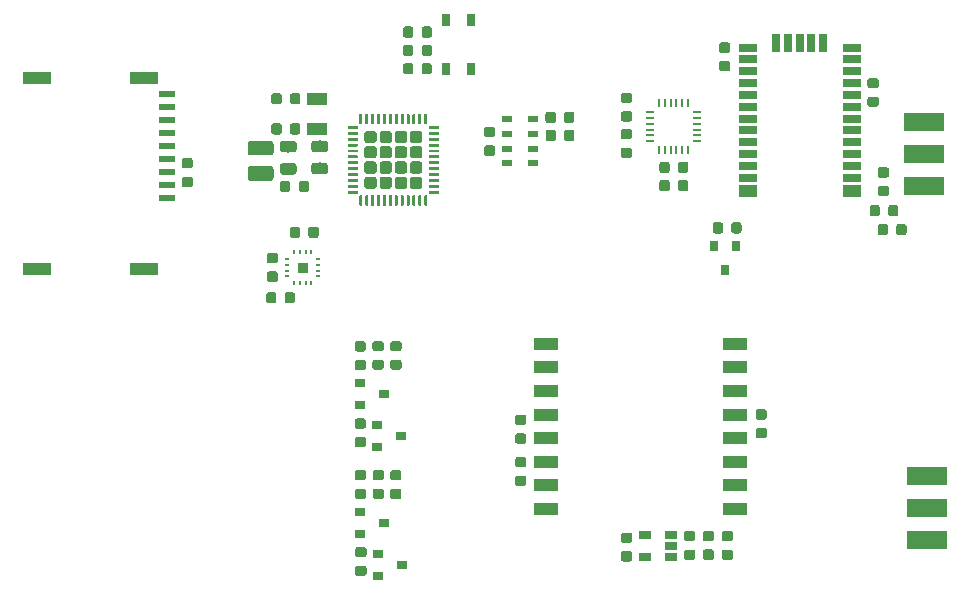
<source format=gtp>
G04 #@! TF.GenerationSoftware,KiCad,Pcbnew,(5.1.4)-1*
G04 #@! TF.CreationDate,2022-02-20T14:42:12-05:00*
G04 #@! TF.ProjectId,Recovery PCB,5265636f-7665-4727-9920-5043422e6b69,rev?*
G04 #@! TF.SameCoordinates,Original*
G04 #@! TF.FileFunction,Paste,Top*
G04 #@! TF.FilePolarity,Positive*
%FSLAX46Y46*%
G04 Gerber Fmt 4.6, Leading zero omitted, Abs format (unit mm)*
G04 Created by KiCad (PCBNEW (5.1.4)-1) date 2022-02-20 14:42:12*
%MOMM*%
%LPD*%
G04 APERTURE LIST*
%ADD10C,0.010000*%
%ADD11C,0.100000*%
%ADD12C,0.875000*%
%ADD13R,1.500000X1.000000*%
%ADD14R,1.500000X0.700000*%
%ADD15R,0.700000X1.500000*%
%ADD16R,2.000000X1.000000*%
%ADD17R,0.790000X0.260000*%
%ADD18R,0.260000X0.790000*%
%ADD19R,0.250000X0.400000*%
%ADD20R,0.400000X0.250000*%
%ADD21C,0.250000*%
%ADD22C,1.040000*%
%ADD23R,3.500000X1.500000*%
%ADD24R,2.400000X1.100000*%
%ADD25R,1.400000X0.620000*%
%ADD26R,1.060000X0.650000*%
%ADD27C,0.975000*%
%ADD28R,0.900000X0.800000*%
%ADD29R,1.800000X1.000000*%
%ADD30R,0.950000X0.550000*%
%ADD31R,0.650000X1.050000*%
%ADD32R,0.800000X0.900000*%
%ADD33C,1.250000*%
G04 APERTURE END LIST*
D10*
G36*
X119555400Y-91984969D02*
G01*
X120266600Y-91984969D01*
X120266600Y-92696169D01*
X119555400Y-92696169D01*
X119555400Y-91984969D01*
G37*
X119555400Y-91984969D02*
X120266600Y-91984969D01*
X120266600Y-92696169D01*
X119555400Y-92696169D01*
X119555400Y-91984969D01*
D11*
G36*
X147597891Y-82180553D02*
G01*
X147619126Y-82183703D01*
X147639950Y-82188919D01*
X147660162Y-82196151D01*
X147679568Y-82205330D01*
X147697981Y-82216366D01*
X147715224Y-82229154D01*
X147731130Y-82243570D01*
X147745546Y-82259476D01*
X147758334Y-82276719D01*
X147769370Y-82295132D01*
X147778549Y-82314538D01*
X147785781Y-82334750D01*
X147790997Y-82355574D01*
X147794147Y-82376809D01*
X147795200Y-82398250D01*
X147795200Y-82835750D01*
X147794147Y-82857191D01*
X147790997Y-82878426D01*
X147785781Y-82899250D01*
X147778549Y-82919462D01*
X147769370Y-82938868D01*
X147758334Y-82957281D01*
X147745546Y-82974524D01*
X147731130Y-82990430D01*
X147715224Y-83004846D01*
X147697981Y-83017634D01*
X147679568Y-83028670D01*
X147660162Y-83037849D01*
X147639950Y-83045081D01*
X147619126Y-83050297D01*
X147597891Y-83053447D01*
X147576450Y-83054500D01*
X147063950Y-83054500D01*
X147042509Y-83053447D01*
X147021274Y-83050297D01*
X147000450Y-83045081D01*
X146980238Y-83037849D01*
X146960832Y-83028670D01*
X146942419Y-83017634D01*
X146925176Y-83004846D01*
X146909270Y-82990430D01*
X146894854Y-82974524D01*
X146882066Y-82957281D01*
X146871030Y-82938868D01*
X146861851Y-82919462D01*
X146854619Y-82899250D01*
X146849403Y-82878426D01*
X146846253Y-82857191D01*
X146845200Y-82835750D01*
X146845200Y-82398250D01*
X146846253Y-82376809D01*
X146849403Y-82355574D01*
X146854619Y-82334750D01*
X146861851Y-82314538D01*
X146871030Y-82295132D01*
X146882066Y-82276719D01*
X146894854Y-82259476D01*
X146909270Y-82243570D01*
X146925176Y-82229154D01*
X146942419Y-82216366D01*
X146960832Y-82205330D01*
X146980238Y-82196151D01*
X147000450Y-82188919D01*
X147021274Y-82183703D01*
X147042509Y-82180553D01*
X147063950Y-82179500D01*
X147576450Y-82179500D01*
X147597891Y-82180553D01*
X147597891Y-82180553D01*
G37*
D12*
X147320200Y-82617000D03*
D11*
G36*
X147597891Y-80605553D02*
G01*
X147619126Y-80608703D01*
X147639950Y-80613919D01*
X147660162Y-80621151D01*
X147679568Y-80630330D01*
X147697981Y-80641366D01*
X147715224Y-80654154D01*
X147731130Y-80668570D01*
X147745546Y-80684476D01*
X147758334Y-80701719D01*
X147769370Y-80720132D01*
X147778549Y-80739538D01*
X147785781Y-80759750D01*
X147790997Y-80780574D01*
X147794147Y-80801809D01*
X147795200Y-80823250D01*
X147795200Y-81260750D01*
X147794147Y-81282191D01*
X147790997Y-81303426D01*
X147785781Y-81324250D01*
X147778549Y-81344462D01*
X147769370Y-81363868D01*
X147758334Y-81382281D01*
X147745546Y-81399524D01*
X147731130Y-81415430D01*
X147715224Y-81429846D01*
X147697981Y-81442634D01*
X147679568Y-81453670D01*
X147660162Y-81462849D01*
X147639950Y-81470081D01*
X147619126Y-81475297D01*
X147597891Y-81478447D01*
X147576450Y-81479500D01*
X147063950Y-81479500D01*
X147042509Y-81478447D01*
X147021274Y-81475297D01*
X147000450Y-81470081D01*
X146980238Y-81462849D01*
X146960832Y-81453670D01*
X146942419Y-81442634D01*
X146925176Y-81429846D01*
X146909270Y-81415430D01*
X146894854Y-81399524D01*
X146882066Y-81382281D01*
X146871030Y-81363868D01*
X146861851Y-81344462D01*
X146854619Y-81324250D01*
X146849403Y-81303426D01*
X146846253Y-81282191D01*
X146845200Y-81260750D01*
X146845200Y-80823250D01*
X146846253Y-80801809D01*
X146849403Y-80780574D01*
X146854619Y-80759750D01*
X146861851Y-80739538D01*
X146871030Y-80720132D01*
X146882066Y-80701719D01*
X146894854Y-80684476D01*
X146909270Y-80668570D01*
X146925176Y-80654154D01*
X146942419Y-80641366D01*
X146960832Y-80630330D01*
X146980238Y-80621151D01*
X147000450Y-80613919D01*
X147021274Y-80608703D01*
X147042509Y-80605553D01*
X147063950Y-80604500D01*
X147576450Y-80604500D01*
X147597891Y-80605553D01*
X147597891Y-80605553D01*
G37*
D12*
X147320200Y-81042000D03*
D11*
G36*
X152370391Y-84918053D02*
G01*
X152391626Y-84921203D01*
X152412450Y-84926419D01*
X152432662Y-84933651D01*
X152452068Y-84942830D01*
X152470481Y-84953866D01*
X152487724Y-84966654D01*
X152503630Y-84981070D01*
X152518046Y-84996976D01*
X152530834Y-85014219D01*
X152541870Y-85032632D01*
X152551049Y-85052038D01*
X152558281Y-85072250D01*
X152563497Y-85093074D01*
X152566647Y-85114309D01*
X152567700Y-85135750D01*
X152567700Y-85648250D01*
X152566647Y-85669691D01*
X152563497Y-85690926D01*
X152558281Y-85711750D01*
X152551049Y-85731962D01*
X152541870Y-85751368D01*
X152530834Y-85769781D01*
X152518046Y-85787024D01*
X152503630Y-85802930D01*
X152487724Y-85817346D01*
X152470481Y-85830134D01*
X152452068Y-85841170D01*
X152432662Y-85850349D01*
X152412450Y-85857581D01*
X152391626Y-85862797D01*
X152370391Y-85865947D01*
X152348950Y-85867000D01*
X151911450Y-85867000D01*
X151890009Y-85865947D01*
X151868774Y-85862797D01*
X151847950Y-85857581D01*
X151827738Y-85850349D01*
X151808332Y-85841170D01*
X151789919Y-85830134D01*
X151772676Y-85817346D01*
X151756770Y-85802930D01*
X151742354Y-85787024D01*
X151729566Y-85769781D01*
X151718530Y-85751368D01*
X151709351Y-85731962D01*
X151702119Y-85711750D01*
X151696903Y-85690926D01*
X151693753Y-85669691D01*
X151692700Y-85648250D01*
X151692700Y-85135750D01*
X151693753Y-85114309D01*
X151696903Y-85093074D01*
X151702119Y-85072250D01*
X151709351Y-85052038D01*
X151718530Y-85032632D01*
X151729566Y-85014219D01*
X151742354Y-84996976D01*
X151756770Y-84981070D01*
X151772676Y-84966654D01*
X151789919Y-84953866D01*
X151808332Y-84942830D01*
X151827738Y-84933651D01*
X151847950Y-84926419D01*
X151868774Y-84921203D01*
X151890009Y-84918053D01*
X151911450Y-84917000D01*
X152348950Y-84917000D01*
X152370391Y-84918053D01*
X152370391Y-84918053D01*
G37*
D12*
X152130200Y-85392000D03*
D11*
G36*
X150795391Y-84918053D02*
G01*
X150816626Y-84921203D01*
X150837450Y-84926419D01*
X150857662Y-84933651D01*
X150877068Y-84942830D01*
X150895481Y-84953866D01*
X150912724Y-84966654D01*
X150928630Y-84981070D01*
X150943046Y-84996976D01*
X150955834Y-85014219D01*
X150966870Y-85032632D01*
X150976049Y-85052038D01*
X150983281Y-85072250D01*
X150988497Y-85093074D01*
X150991647Y-85114309D01*
X150992700Y-85135750D01*
X150992700Y-85648250D01*
X150991647Y-85669691D01*
X150988497Y-85690926D01*
X150983281Y-85711750D01*
X150976049Y-85731962D01*
X150966870Y-85751368D01*
X150955834Y-85769781D01*
X150943046Y-85787024D01*
X150928630Y-85802930D01*
X150912724Y-85817346D01*
X150895481Y-85830134D01*
X150877068Y-85841170D01*
X150857662Y-85850349D01*
X150837450Y-85857581D01*
X150816626Y-85862797D01*
X150795391Y-85865947D01*
X150773950Y-85867000D01*
X150336450Y-85867000D01*
X150315009Y-85865947D01*
X150293774Y-85862797D01*
X150272950Y-85857581D01*
X150252738Y-85850349D01*
X150233332Y-85841170D01*
X150214919Y-85830134D01*
X150197676Y-85817346D01*
X150181770Y-85802930D01*
X150167354Y-85787024D01*
X150154566Y-85769781D01*
X150143530Y-85751368D01*
X150134351Y-85731962D01*
X150127119Y-85711750D01*
X150121903Y-85690926D01*
X150118753Y-85669691D01*
X150117700Y-85648250D01*
X150117700Y-85135750D01*
X150118753Y-85114309D01*
X150121903Y-85093074D01*
X150127119Y-85072250D01*
X150134351Y-85052038D01*
X150143530Y-85032632D01*
X150154566Y-85014219D01*
X150167354Y-84996976D01*
X150181770Y-84981070D01*
X150197676Y-84966654D01*
X150214919Y-84953866D01*
X150233332Y-84942830D01*
X150252738Y-84933651D01*
X150272950Y-84926419D01*
X150293774Y-84921203D01*
X150315009Y-84918053D01*
X150336450Y-84917000D01*
X150773950Y-84917000D01*
X150795391Y-84918053D01*
X150795391Y-84918053D01*
G37*
D12*
X150555200Y-85392000D03*
D11*
G36*
X159027691Y-105913553D02*
G01*
X159048926Y-105916703D01*
X159069750Y-105921919D01*
X159089962Y-105929151D01*
X159109368Y-105938330D01*
X159127781Y-105949366D01*
X159145024Y-105962154D01*
X159160930Y-105976570D01*
X159175346Y-105992476D01*
X159188134Y-106009719D01*
X159199170Y-106028132D01*
X159208349Y-106047538D01*
X159215581Y-106067750D01*
X159220797Y-106088574D01*
X159223947Y-106109809D01*
X159225000Y-106131250D01*
X159225000Y-106568750D01*
X159223947Y-106590191D01*
X159220797Y-106611426D01*
X159215581Y-106632250D01*
X159208349Y-106652462D01*
X159199170Y-106671868D01*
X159188134Y-106690281D01*
X159175346Y-106707524D01*
X159160930Y-106723430D01*
X159145024Y-106737846D01*
X159127781Y-106750634D01*
X159109368Y-106761670D01*
X159089962Y-106770849D01*
X159069750Y-106778081D01*
X159048926Y-106783297D01*
X159027691Y-106786447D01*
X159006250Y-106787500D01*
X158493750Y-106787500D01*
X158472309Y-106786447D01*
X158451074Y-106783297D01*
X158430250Y-106778081D01*
X158410038Y-106770849D01*
X158390632Y-106761670D01*
X158372219Y-106750634D01*
X158354976Y-106737846D01*
X158339070Y-106723430D01*
X158324654Y-106707524D01*
X158311866Y-106690281D01*
X158300830Y-106671868D01*
X158291651Y-106652462D01*
X158284419Y-106632250D01*
X158279203Y-106611426D01*
X158276053Y-106590191D01*
X158275000Y-106568750D01*
X158275000Y-106131250D01*
X158276053Y-106109809D01*
X158279203Y-106088574D01*
X158284419Y-106067750D01*
X158291651Y-106047538D01*
X158300830Y-106028132D01*
X158311866Y-106009719D01*
X158324654Y-105992476D01*
X158339070Y-105976570D01*
X158354976Y-105962154D01*
X158372219Y-105949366D01*
X158390632Y-105938330D01*
X158410038Y-105929151D01*
X158430250Y-105921919D01*
X158451074Y-105916703D01*
X158472309Y-105913553D01*
X158493750Y-105912500D01*
X159006250Y-105912500D01*
X159027691Y-105913553D01*
X159027691Y-105913553D01*
G37*
D12*
X158750000Y-106350000D03*
D11*
G36*
X159027691Y-104338553D02*
G01*
X159048926Y-104341703D01*
X159069750Y-104346919D01*
X159089962Y-104354151D01*
X159109368Y-104363330D01*
X159127781Y-104374366D01*
X159145024Y-104387154D01*
X159160930Y-104401570D01*
X159175346Y-104417476D01*
X159188134Y-104434719D01*
X159199170Y-104453132D01*
X159208349Y-104472538D01*
X159215581Y-104492750D01*
X159220797Y-104513574D01*
X159223947Y-104534809D01*
X159225000Y-104556250D01*
X159225000Y-104993750D01*
X159223947Y-105015191D01*
X159220797Y-105036426D01*
X159215581Y-105057250D01*
X159208349Y-105077462D01*
X159199170Y-105096868D01*
X159188134Y-105115281D01*
X159175346Y-105132524D01*
X159160930Y-105148430D01*
X159145024Y-105162846D01*
X159127781Y-105175634D01*
X159109368Y-105186670D01*
X159089962Y-105195849D01*
X159069750Y-105203081D01*
X159048926Y-105208297D01*
X159027691Y-105211447D01*
X159006250Y-105212500D01*
X158493750Y-105212500D01*
X158472309Y-105211447D01*
X158451074Y-105208297D01*
X158430250Y-105203081D01*
X158410038Y-105195849D01*
X158390632Y-105186670D01*
X158372219Y-105175634D01*
X158354976Y-105162846D01*
X158339070Y-105148430D01*
X158324654Y-105132524D01*
X158311866Y-105115281D01*
X158300830Y-105096868D01*
X158291651Y-105077462D01*
X158284419Y-105057250D01*
X158279203Y-105036426D01*
X158276053Y-105015191D01*
X158275000Y-104993750D01*
X158275000Y-104556250D01*
X158276053Y-104534809D01*
X158279203Y-104513574D01*
X158284419Y-104492750D01*
X158291651Y-104472538D01*
X158300830Y-104453132D01*
X158311866Y-104434719D01*
X158324654Y-104417476D01*
X158339070Y-104401570D01*
X158354976Y-104387154D01*
X158372219Y-104374366D01*
X158390632Y-104363330D01*
X158410038Y-104354151D01*
X158430250Y-104346919D01*
X158451074Y-104341703D01*
X158472309Y-104338553D01*
X158493750Y-104337500D01*
X159006250Y-104337500D01*
X159027691Y-104338553D01*
X159027691Y-104338553D01*
G37*
D12*
X158750000Y-104775000D03*
D11*
G36*
X147617891Y-79105553D02*
G01*
X147639126Y-79108703D01*
X147659950Y-79113919D01*
X147680162Y-79121151D01*
X147699568Y-79130330D01*
X147717981Y-79141366D01*
X147735224Y-79154154D01*
X147751130Y-79168570D01*
X147765546Y-79184476D01*
X147778334Y-79201719D01*
X147789370Y-79220132D01*
X147798549Y-79239538D01*
X147805781Y-79259750D01*
X147810997Y-79280574D01*
X147814147Y-79301809D01*
X147815200Y-79323250D01*
X147815200Y-79760750D01*
X147814147Y-79782191D01*
X147810997Y-79803426D01*
X147805781Y-79824250D01*
X147798549Y-79844462D01*
X147789370Y-79863868D01*
X147778334Y-79882281D01*
X147765546Y-79899524D01*
X147751130Y-79915430D01*
X147735224Y-79929846D01*
X147717981Y-79942634D01*
X147699568Y-79953670D01*
X147680162Y-79962849D01*
X147659950Y-79970081D01*
X147639126Y-79975297D01*
X147617891Y-79978447D01*
X147596450Y-79979500D01*
X147083950Y-79979500D01*
X147062509Y-79978447D01*
X147041274Y-79975297D01*
X147020450Y-79970081D01*
X147000238Y-79962849D01*
X146980832Y-79953670D01*
X146962419Y-79942634D01*
X146945176Y-79929846D01*
X146929270Y-79915430D01*
X146914854Y-79899524D01*
X146902066Y-79882281D01*
X146891030Y-79863868D01*
X146881851Y-79844462D01*
X146874619Y-79824250D01*
X146869403Y-79803426D01*
X146866253Y-79782191D01*
X146865200Y-79760750D01*
X146865200Y-79323250D01*
X146866253Y-79301809D01*
X146869403Y-79280574D01*
X146874619Y-79259750D01*
X146881851Y-79239538D01*
X146891030Y-79220132D01*
X146902066Y-79201719D01*
X146914854Y-79184476D01*
X146929270Y-79168570D01*
X146945176Y-79154154D01*
X146962419Y-79141366D01*
X146980832Y-79130330D01*
X147000238Y-79121151D01*
X147020450Y-79113919D01*
X147041274Y-79108703D01*
X147062509Y-79105553D01*
X147083950Y-79104500D01*
X147596450Y-79104500D01*
X147617891Y-79105553D01*
X147617891Y-79105553D01*
G37*
D12*
X147340200Y-79542000D03*
D11*
G36*
X147617891Y-77530553D02*
G01*
X147639126Y-77533703D01*
X147659950Y-77538919D01*
X147680162Y-77546151D01*
X147699568Y-77555330D01*
X147717981Y-77566366D01*
X147735224Y-77579154D01*
X147751130Y-77593570D01*
X147765546Y-77609476D01*
X147778334Y-77626719D01*
X147789370Y-77645132D01*
X147798549Y-77664538D01*
X147805781Y-77684750D01*
X147810997Y-77705574D01*
X147814147Y-77726809D01*
X147815200Y-77748250D01*
X147815200Y-78185750D01*
X147814147Y-78207191D01*
X147810997Y-78228426D01*
X147805781Y-78249250D01*
X147798549Y-78269462D01*
X147789370Y-78288868D01*
X147778334Y-78307281D01*
X147765546Y-78324524D01*
X147751130Y-78340430D01*
X147735224Y-78354846D01*
X147717981Y-78367634D01*
X147699568Y-78378670D01*
X147680162Y-78387849D01*
X147659950Y-78395081D01*
X147639126Y-78400297D01*
X147617891Y-78403447D01*
X147596450Y-78404500D01*
X147083950Y-78404500D01*
X147062509Y-78403447D01*
X147041274Y-78400297D01*
X147020450Y-78395081D01*
X147000238Y-78387849D01*
X146980832Y-78378670D01*
X146962419Y-78367634D01*
X146945176Y-78354846D01*
X146929270Y-78340430D01*
X146914854Y-78324524D01*
X146902066Y-78307281D01*
X146891030Y-78288868D01*
X146881851Y-78269462D01*
X146874619Y-78249250D01*
X146869403Y-78228426D01*
X146866253Y-78207191D01*
X146865200Y-78185750D01*
X146865200Y-77748250D01*
X146866253Y-77726809D01*
X146869403Y-77705574D01*
X146874619Y-77684750D01*
X146881851Y-77664538D01*
X146891030Y-77645132D01*
X146902066Y-77626719D01*
X146914854Y-77609476D01*
X146929270Y-77593570D01*
X146945176Y-77579154D01*
X146962419Y-77566366D01*
X146980832Y-77555330D01*
X147000238Y-77546151D01*
X147020450Y-77538919D01*
X147041274Y-77533703D01*
X147062509Y-77530553D01*
X147083950Y-77529500D01*
X147596450Y-77529500D01*
X147617891Y-77530553D01*
X147617891Y-77530553D01*
G37*
D12*
X147340200Y-77967000D03*
D11*
G36*
X152370391Y-83378053D02*
G01*
X152391626Y-83381203D01*
X152412450Y-83386419D01*
X152432662Y-83393651D01*
X152452068Y-83402830D01*
X152470481Y-83413866D01*
X152487724Y-83426654D01*
X152503630Y-83441070D01*
X152518046Y-83456976D01*
X152530834Y-83474219D01*
X152541870Y-83492632D01*
X152551049Y-83512038D01*
X152558281Y-83532250D01*
X152563497Y-83553074D01*
X152566647Y-83574309D01*
X152567700Y-83595750D01*
X152567700Y-84108250D01*
X152566647Y-84129691D01*
X152563497Y-84150926D01*
X152558281Y-84171750D01*
X152551049Y-84191962D01*
X152541870Y-84211368D01*
X152530834Y-84229781D01*
X152518046Y-84247024D01*
X152503630Y-84262930D01*
X152487724Y-84277346D01*
X152470481Y-84290134D01*
X152452068Y-84301170D01*
X152432662Y-84310349D01*
X152412450Y-84317581D01*
X152391626Y-84322797D01*
X152370391Y-84325947D01*
X152348950Y-84327000D01*
X151911450Y-84327000D01*
X151890009Y-84325947D01*
X151868774Y-84322797D01*
X151847950Y-84317581D01*
X151827738Y-84310349D01*
X151808332Y-84301170D01*
X151789919Y-84290134D01*
X151772676Y-84277346D01*
X151756770Y-84262930D01*
X151742354Y-84247024D01*
X151729566Y-84229781D01*
X151718530Y-84211368D01*
X151709351Y-84191962D01*
X151702119Y-84171750D01*
X151696903Y-84150926D01*
X151693753Y-84129691D01*
X151692700Y-84108250D01*
X151692700Y-83595750D01*
X151693753Y-83574309D01*
X151696903Y-83553074D01*
X151702119Y-83532250D01*
X151709351Y-83512038D01*
X151718530Y-83492632D01*
X151729566Y-83474219D01*
X151742354Y-83456976D01*
X151756770Y-83441070D01*
X151772676Y-83426654D01*
X151789919Y-83413866D01*
X151808332Y-83402830D01*
X151827738Y-83393651D01*
X151847950Y-83386419D01*
X151868774Y-83381203D01*
X151890009Y-83378053D01*
X151911450Y-83377000D01*
X152348950Y-83377000D01*
X152370391Y-83378053D01*
X152370391Y-83378053D01*
G37*
D12*
X152130200Y-83852000D03*
D11*
G36*
X150795391Y-83378053D02*
G01*
X150816626Y-83381203D01*
X150837450Y-83386419D01*
X150857662Y-83393651D01*
X150877068Y-83402830D01*
X150895481Y-83413866D01*
X150912724Y-83426654D01*
X150928630Y-83441070D01*
X150943046Y-83456976D01*
X150955834Y-83474219D01*
X150966870Y-83492632D01*
X150976049Y-83512038D01*
X150983281Y-83532250D01*
X150988497Y-83553074D01*
X150991647Y-83574309D01*
X150992700Y-83595750D01*
X150992700Y-84108250D01*
X150991647Y-84129691D01*
X150988497Y-84150926D01*
X150983281Y-84171750D01*
X150976049Y-84191962D01*
X150966870Y-84211368D01*
X150955834Y-84229781D01*
X150943046Y-84247024D01*
X150928630Y-84262930D01*
X150912724Y-84277346D01*
X150895481Y-84290134D01*
X150877068Y-84301170D01*
X150857662Y-84310349D01*
X150837450Y-84317581D01*
X150816626Y-84322797D01*
X150795391Y-84325947D01*
X150773950Y-84327000D01*
X150336450Y-84327000D01*
X150315009Y-84325947D01*
X150293774Y-84322797D01*
X150272950Y-84317581D01*
X150252738Y-84310349D01*
X150233332Y-84301170D01*
X150214919Y-84290134D01*
X150197676Y-84277346D01*
X150181770Y-84262930D01*
X150167354Y-84247024D01*
X150154566Y-84229781D01*
X150143530Y-84211368D01*
X150134351Y-84191962D01*
X150127119Y-84171750D01*
X150121903Y-84150926D01*
X150118753Y-84129691D01*
X150117700Y-84108250D01*
X150117700Y-83595750D01*
X150118753Y-83574309D01*
X150121903Y-83553074D01*
X150127119Y-83532250D01*
X150134351Y-83512038D01*
X150143530Y-83492632D01*
X150154566Y-83474219D01*
X150167354Y-83456976D01*
X150181770Y-83441070D01*
X150197676Y-83426654D01*
X150214919Y-83413866D01*
X150233332Y-83402830D01*
X150252738Y-83393651D01*
X150272950Y-83386419D01*
X150293774Y-83381203D01*
X150315009Y-83378053D01*
X150336450Y-83377000D01*
X150773950Y-83377000D01*
X150795391Y-83378053D01*
X150795391Y-83378053D01*
G37*
D12*
X150555200Y-83852000D03*
D11*
G36*
X168487691Y-76288553D02*
G01*
X168508926Y-76291703D01*
X168529750Y-76296919D01*
X168549962Y-76304151D01*
X168569368Y-76313330D01*
X168587781Y-76324366D01*
X168605024Y-76337154D01*
X168620930Y-76351570D01*
X168635346Y-76367476D01*
X168648134Y-76384719D01*
X168659170Y-76403132D01*
X168668349Y-76422538D01*
X168675581Y-76442750D01*
X168680797Y-76463574D01*
X168683947Y-76484809D01*
X168685000Y-76506250D01*
X168685000Y-76943750D01*
X168683947Y-76965191D01*
X168680797Y-76986426D01*
X168675581Y-77007250D01*
X168668349Y-77027462D01*
X168659170Y-77046868D01*
X168648134Y-77065281D01*
X168635346Y-77082524D01*
X168620930Y-77098430D01*
X168605024Y-77112846D01*
X168587781Y-77125634D01*
X168569368Y-77136670D01*
X168549962Y-77145849D01*
X168529750Y-77153081D01*
X168508926Y-77158297D01*
X168487691Y-77161447D01*
X168466250Y-77162500D01*
X167953750Y-77162500D01*
X167932309Y-77161447D01*
X167911074Y-77158297D01*
X167890250Y-77153081D01*
X167870038Y-77145849D01*
X167850632Y-77136670D01*
X167832219Y-77125634D01*
X167814976Y-77112846D01*
X167799070Y-77098430D01*
X167784654Y-77082524D01*
X167771866Y-77065281D01*
X167760830Y-77046868D01*
X167751651Y-77027462D01*
X167744419Y-77007250D01*
X167739203Y-76986426D01*
X167736053Y-76965191D01*
X167735000Y-76943750D01*
X167735000Y-76506250D01*
X167736053Y-76484809D01*
X167739203Y-76463574D01*
X167744419Y-76442750D01*
X167751651Y-76422538D01*
X167760830Y-76403132D01*
X167771866Y-76384719D01*
X167784654Y-76367476D01*
X167799070Y-76351570D01*
X167814976Y-76337154D01*
X167832219Y-76324366D01*
X167850632Y-76313330D01*
X167870038Y-76304151D01*
X167890250Y-76296919D01*
X167911074Y-76291703D01*
X167932309Y-76288553D01*
X167953750Y-76287500D01*
X168466250Y-76287500D01*
X168487691Y-76288553D01*
X168487691Y-76288553D01*
G37*
D12*
X168210000Y-76725000D03*
D11*
G36*
X168487691Y-77863553D02*
G01*
X168508926Y-77866703D01*
X168529750Y-77871919D01*
X168549962Y-77879151D01*
X168569368Y-77888330D01*
X168587781Y-77899366D01*
X168605024Y-77912154D01*
X168620930Y-77926570D01*
X168635346Y-77942476D01*
X168648134Y-77959719D01*
X168659170Y-77978132D01*
X168668349Y-77997538D01*
X168675581Y-78017750D01*
X168680797Y-78038574D01*
X168683947Y-78059809D01*
X168685000Y-78081250D01*
X168685000Y-78518750D01*
X168683947Y-78540191D01*
X168680797Y-78561426D01*
X168675581Y-78582250D01*
X168668349Y-78602462D01*
X168659170Y-78621868D01*
X168648134Y-78640281D01*
X168635346Y-78657524D01*
X168620930Y-78673430D01*
X168605024Y-78687846D01*
X168587781Y-78700634D01*
X168569368Y-78711670D01*
X168549962Y-78720849D01*
X168529750Y-78728081D01*
X168508926Y-78733297D01*
X168487691Y-78736447D01*
X168466250Y-78737500D01*
X167953750Y-78737500D01*
X167932309Y-78736447D01*
X167911074Y-78733297D01*
X167890250Y-78728081D01*
X167870038Y-78720849D01*
X167850632Y-78711670D01*
X167832219Y-78700634D01*
X167814976Y-78687846D01*
X167799070Y-78673430D01*
X167784654Y-78657524D01*
X167771866Y-78640281D01*
X167760830Y-78621868D01*
X167751651Y-78602462D01*
X167744419Y-78582250D01*
X167739203Y-78561426D01*
X167736053Y-78540191D01*
X167735000Y-78518750D01*
X167735000Y-78081250D01*
X167736053Y-78059809D01*
X167739203Y-78038574D01*
X167744419Y-78017750D01*
X167751651Y-77997538D01*
X167760830Y-77978132D01*
X167771866Y-77959719D01*
X167784654Y-77942476D01*
X167799070Y-77926570D01*
X167814976Y-77912154D01*
X167832219Y-77899366D01*
X167850632Y-77888330D01*
X167870038Y-77879151D01*
X167890250Y-77871919D01*
X167911074Y-77866703D01*
X167932309Y-77863553D01*
X167953750Y-77862500D01*
X168466250Y-77862500D01*
X168487691Y-77863553D01*
X168487691Y-77863553D01*
G37*
D12*
X168210000Y-78300000D03*
D13*
X157590000Y-85870000D03*
D14*
X157590000Y-84720000D03*
X157590000Y-82720000D03*
X157590000Y-83720000D03*
X157590000Y-81720000D03*
X157590000Y-80720000D03*
X157590000Y-79720000D03*
X157590000Y-78720000D03*
X157590000Y-77720000D03*
X157590000Y-76720000D03*
X157590000Y-75720000D03*
X157590000Y-74720000D03*
X157590000Y-73720000D03*
D13*
X166390000Y-85870000D03*
D14*
X166390000Y-84720000D03*
X166390000Y-82720000D03*
X166390000Y-83720000D03*
X166390000Y-81720000D03*
X166390000Y-80720000D03*
X166390000Y-79720000D03*
X166390000Y-78720000D03*
X166390000Y-77720000D03*
X166390000Y-76720000D03*
X166390000Y-75720000D03*
X166390000Y-74720000D03*
X166390000Y-73720000D03*
D15*
X159990000Y-73320000D03*
X160990000Y-73320000D03*
X163990000Y-73320000D03*
X162990000Y-73320000D03*
X161990000Y-73320000D03*
D16*
X156540000Y-98780000D03*
X156540000Y-100780000D03*
X156540000Y-102780000D03*
X156540000Y-104780000D03*
X156540000Y-106780000D03*
X156540000Y-108780000D03*
X156540000Y-110780000D03*
X156540000Y-112780000D03*
X140540000Y-112780000D03*
X140540000Y-110780000D03*
X140540000Y-108780000D03*
X140540000Y-106780000D03*
X140540000Y-104780000D03*
X140540000Y-102780000D03*
X140540000Y-100780000D03*
X140540000Y-98780000D03*
D17*
X153290200Y-79152000D03*
X153290200Y-79652000D03*
X153290200Y-80152000D03*
X153290200Y-80652000D03*
X153290200Y-81152000D03*
X153290200Y-81652000D03*
D18*
X152570200Y-82372000D03*
X152070200Y-82372000D03*
X151570200Y-82372000D03*
X151070200Y-82372000D03*
X150570200Y-82372000D03*
X150070200Y-82372000D03*
D17*
X149350200Y-81652000D03*
X149350200Y-81152000D03*
X149350200Y-80652000D03*
X149350200Y-80152000D03*
X149350200Y-79652000D03*
X149350200Y-79152000D03*
D18*
X150070200Y-78432000D03*
X150570200Y-78432000D03*
X151070200Y-78432000D03*
X151570200Y-78432000D03*
X152070200Y-78432000D03*
X152570200Y-78432000D03*
D19*
X119161000Y-91040569D03*
X119661000Y-91040569D03*
X120161000Y-91040569D03*
X120661000Y-91040569D03*
D20*
X121211000Y-91590569D03*
X121211000Y-92090569D03*
X121211000Y-92590569D03*
X121211000Y-93090569D03*
D19*
X120661000Y-93640569D03*
X120161000Y-93640569D03*
X119661000Y-93640569D03*
X119161000Y-93640569D03*
D20*
X118611000Y-93090569D03*
X118611000Y-92590569D03*
X118611000Y-92090569D03*
X118611000Y-91590569D03*
D11*
G36*
X124910195Y-79345301D02*
G01*
X124916262Y-79346201D01*
X124922212Y-79347691D01*
X124927987Y-79349758D01*
X124933531Y-79352380D01*
X124938792Y-79355533D01*
X124943719Y-79359187D01*
X124948263Y-79363306D01*
X124952382Y-79367850D01*
X124956036Y-79372777D01*
X124959189Y-79378038D01*
X124961811Y-79383582D01*
X124963878Y-79389357D01*
X124965368Y-79395307D01*
X124966268Y-79401374D01*
X124966569Y-79407500D01*
X124966569Y-80157500D01*
X124966268Y-80163626D01*
X124965368Y-80169693D01*
X124963878Y-80175643D01*
X124961811Y-80181418D01*
X124959189Y-80186962D01*
X124956036Y-80192223D01*
X124952382Y-80197150D01*
X124948263Y-80201694D01*
X124943719Y-80205813D01*
X124938792Y-80209467D01*
X124933531Y-80212620D01*
X124927987Y-80215242D01*
X124922212Y-80217309D01*
X124916262Y-80218799D01*
X124910195Y-80219699D01*
X124904069Y-80220000D01*
X124779069Y-80220000D01*
X124772943Y-80219699D01*
X124766876Y-80218799D01*
X124760926Y-80217309D01*
X124755151Y-80215242D01*
X124749607Y-80212620D01*
X124744346Y-80209467D01*
X124739419Y-80205813D01*
X124734875Y-80201694D01*
X124730756Y-80197150D01*
X124727102Y-80192223D01*
X124723949Y-80186962D01*
X124721327Y-80181418D01*
X124719260Y-80175643D01*
X124717770Y-80169693D01*
X124716870Y-80163626D01*
X124716569Y-80157500D01*
X124716569Y-79407500D01*
X124716870Y-79401374D01*
X124717770Y-79395307D01*
X124719260Y-79389357D01*
X124721327Y-79383582D01*
X124723949Y-79378038D01*
X124727102Y-79372777D01*
X124730756Y-79367850D01*
X124734875Y-79363306D01*
X124739419Y-79359187D01*
X124744346Y-79355533D01*
X124749607Y-79352380D01*
X124755151Y-79349758D01*
X124760926Y-79347691D01*
X124766876Y-79346201D01*
X124772943Y-79345301D01*
X124779069Y-79345000D01*
X124904069Y-79345000D01*
X124910195Y-79345301D01*
X124910195Y-79345301D01*
G37*
D21*
X124841569Y-79782500D03*
D11*
G36*
X125410195Y-79345301D02*
G01*
X125416262Y-79346201D01*
X125422212Y-79347691D01*
X125427987Y-79349758D01*
X125433531Y-79352380D01*
X125438792Y-79355533D01*
X125443719Y-79359187D01*
X125448263Y-79363306D01*
X125452382Y-79367850D01*
X125456036Y-79372777D01*
X125459189Y-79378038D01*
X125461811Y-79383582D01*
X125463878Y-79389357D01*
X125465368Y-79395307D01*
X125466268Y-79401374D01*
X125466569Y-79407500D01*
X125466569Y-80157500D01*
X125466268Y-80163626D01*
X125465368Y-80169693D01*
X125463878Y-80175643D01*
X125461811Y-80181418D01*
X125459189Y-80186962D01*
X125456036Y-80192223D01*
X125452382Y-80197150D01*
X125448263Y-80201694D01*
X125443719Y-80205813D01*
X125438792Y-80209467D01*
X125433531Y-80212620D01*
X125427987Y-80215242D01*
X125422212Y-80217309D01*
X125416262Y-80218799D01*
X125410195Y-80219699D01*
X125404069Y-80220000D01*
X125279069Y-80220000D01*
X125272943Y-80219699D01*
X125266876Y-80218799D01*
X125260926Y-80217309D01*
X125255151Y-80215242D01*
X125249607Y-80212620D01*
X125244346Y-80209467D01*
X125239419Y-80205813D01*
X125234875Y-80201694D01*
X125230756Y-80197150D01*
X125227102Y-80192223D01*
X125223949Y-80186962D01*
X125221327Y-80181418D01*
X125219260Y-80175643D01*
X125217770Y-80169693D01*
X125216870Y-80163626D01*
X125216569Y-80157500D01*
X125216569Y-79407500D01*
X125216870Y-79401374D01*
X125217770Y-79395307D01*
X125219260Y-79389357D01*
X125221327Y-79383582D01*
X125223949Y-79378038D01*
X125227102Y-79372777D01*
X125230756Y-79367850D01*
X125234875Y-79363306D01*
X125239419Y-79359187D01*
X125244346Y-79355533D01*
X125249607Y-79352380D01*
X125255151Y-79349758D01*
X125260926Y-79347691D01*
X125266876Y-79346201D01*
X125272943Y-79345301D01*
X125279069Y-79345000D01*
X125404069Y-79345000D01*
X125410195Y-79345301D01*
X125410195Y-79345301D01*
G37*
D21*
X125341569Y-79782500D03*
D11*
G36*
X125910195Y-79345301D02*
G01*
X125916262Y-79346201D01*
X125922212Y-79347691D01*
X125927987Y-79349758D01*
X125933531Y-79352380D01*
X125938792Y-79355533D01*
X125943719Y-79359187D01*
X125948263Y-79363306D01*
X125952382Y-79367850D01*
X125956036Y-79372777D01*
X125959189Y-79378038D01*
X125961811Y-79383582D01*
X125963878Y-79389357D01*
X125965368Y-79395307D01*
X125966268Y-79401374D01*
X125966569Y-79407500D01*
X125966569Y-80157500D01*
X125966268Y-80163626D01*
X125965368Y-80169693D01*
X125963878Y-80175643D01*
X125961811Y-80181418D01*
X125959189Y-80186962D01*
X125956036Y-80192223D01*
X125952382Y-80197150D01*
X125948263Y-80201694D01*
X125943719Y-80205813D01*
X125938792Y-80209467D01*
X125933531Y-80212620D01*
X125927987Y-80215242D01*
X125922212Y-80217309D01*
X125916262Y-80218799D01*
X125910195Y-80219699D01*
X125904069Y-80220000D01*
X125779069Y-80220000D01*
X125772943Y-80219699D01*
X125766876Y-80218799D01*
X125760926Y-80217309D01*
X125755151Y-80215242D01*
X125749607Y-80212620D01*
X125744346Y-80209467D01*
X125739419Y-80205813D01*
X125734875Y-80201694D01*
X125730756Y-80197150D01*
X125727102Y-80192223D01*
X125723949Y-80186962D01*
X125721327Y-80181418D01*
X125719260Y-80175643D01*
X125717770Y-80169693D01*
X125716870Y-80163626D01*
X125716569Y-80157500D01*
X125716569Y-79407500D01*
X125716870Y-79401374D01*
X125717770Y-79395307D01*
X125719260Y-79389357D01*
X125721327Y-79383582D01*
X125723949Y-79378038D01*
X125727102Y-79372777D01*
X125730756Y-79367850D01*
X125734875Y-79363306D01*
X125739419Y-79359187D01*
X125744346Y-79355533D01*
X125749607Y-79352380D01*
X125755151Y-79349758D01*
X125760926Y-79347691D01*
X125766876Y-79346201D01*
X125772943Y-79345301D01*
X125779069Y-79345000D01*
X125904069Y-79345000D01*
X125910195Y-79345301D01*
X125910195Y-79345301D01*
G37*
D21*
X125841569Y-79782500D03*
D11*
G36*
X126410195Y-79345301D02*
G01*
X126416262Y-79346201D01*
X126422212Y-79347691D01*
X126427987Y-79349758D01*
X126433531Y-79352380D01*
X126438792Y-79355533D01*
X126443719Y-79359187D01*
X126448263Y-79363306D01*
X126452382Y-79367850D01*
X126456036Y-79372777D01*
X126459189Y-79378038D01*
X126461811Y-79383582D01*
X126463878Y-79389357D01*
X126465368Y-79395307D01*
X126466268Y-79401374D01*
X126466569Y-79407500D01*
X126466569Y-80157500D01*
X126466268Y-80163626D01*
X126465368Y-80169693D01*
X126463878Y-80175643D01*
X126461811Y-80181418D01*
X126459189Y-80186962D01*
X126456036Y-80192223D01*
X126452382Y-80197150D01*
X126448263Y-80201694D01*
X126443719Y-80205813D01*
X126438792Y-80209467D01*
X126433531Y-80212620D01*
X126427987Y-80215242D01*
X126422212Y-80217309D01*
X126416262Y-80218799D01*
X126410195Y-80219699D01*
X126404069Y-80220000D01*
X126279069Y-80220000D01*
X126272943Y-80219699D01*
X126266876Y-80218799D01*
X126260926Y-80217309D01*
X126255151Y-80215242D01*
X126249607Y-80212620D01*
X126244346Y-80209467D01*
X126239419Y-80205813D01*
X126234875Y-80201694D01*
X126230756Y-80197150D01*
X126227102Y-80192223D01*
X126223949Y-80186962D01*
X126221327Y-80181418D01*
X126219260Y-80175643D01*
X126217770Y-80169693D01*
X126216870Y-80163626D01*
X126216569Y-80157500D01*
X126216569Y-79407500D01*
X126216870Y-79401374D01*
X126217770Y-79395307D01*
X126219260Y-79389357D01*
X126221327Y-79383582D01*
X126223949Y-79378038D01*
X126227102Y-79372777D01*
X126230756Y-79367850D01*
X126234875Y-79363306D01*
X126239419Y-79359187D01*
X126244346Y-79355533D01*
X126249607Y-79352380D01*
X126255151Y-79349758D01*
X126260926Y-79347691D01*
X126266876Y-79346201D01*
X126272943Y-79345301D01*
X126279069Y-79345000D01*
X126404069Y-79345000D01*
X126410195Y-79345301D01*
X126410195Y-79345301D01*
G37*
D21*
X126341569Y-79782500D03*
D11*
G36*
X126910195Y-79345301D02*
G01*
X126916262Y-79346201D01*
X126922212Y-79347691D01*
X126927987Y-79349758D01*
X126933531Y-79352380D01*
X126938792Y-79355533D01*
X126943719Y-79359187D01*
X126948263Y-79363306D01*
X126952382Y-79367850D01*
X126956036Y-79372777D01*
X126959189Y-79378038D01*
X126961811Y-79383582D01*
X126963878Y-79389357D01*
X126965368Y-79395307D01*
X126966268Y-79401374D01*
X126966569Y-79407500D01*
X126966569Y-80157500D01*
X126966268Y-80163626D01*
X126965368Y-80169693D01*
X126963878Y-80175643D01*
X126961811Y-80181418D01*
X126959189Y-80186962D01*
X126956036Y-80192223D01*
X126952382Y-80197150D01*
X126948263Y-80201694D01*
X126943719Y-80205813D01*
X126938792Y-80209467D01*
X126933531Y-80212620D01*
X126927987Y-80215242D01*
X126922212Y-80217309D01*
X126916262Y-80218799D01*
X126910195Y-80219699D01*
X126904069Y-80220000D01*
X126779069Y-80220000D01*
X126772943Y-80219699D01*
X126766876Y-80218799D01*
X126760926Y-80217309D01*
X126755151Y-80215242D01*
X126749607Y-80212620D01*
X126744346Y-80209467D01*
X126739419Y-80205813D01*
X126734875Y-80201694D01*
X126730756Y-80197150D01*
X126727102Y-80192223D01*
X126723949Y-80186962D01*
X126721327Y-80181418D01*
X126719260Y-80175643D01*
X126717770Y-80169693D01*
X126716870Y-80163626D01*
X126716569Y-80157500D01*
X126716569Y-79407500D01*
X126716870Y-79401374D01*
X126717770Y-79395307D01*
X126719260Y-79389357D01*
X126721327Y-79383582D01*
X126723949Y-79378038D01*
X126727102Y-79372777D01*
X126730756Y-79367850D01*
X126734875Y-79363306D01*
X126739419Y-79359187D01*
X126744346Y-79355533D01*
X126749607Y-79352380D01*
X126755151Y-79349758D01*
X126760926Y-79347691D01*
X126766876Y-79346201D01*
X126772943Y-79345301D01*
X126779069Y-79345000D01*
X126904069Y-79345000D01*
X126910195Y-79345301D01*
X126910195Y-79345301D01*
G37*
D21*
X126841569Y-79782500D03*
D11*
G36*
X127410195Y-79345301D02*
G01*
X127416262Y-79346201D01*
X127422212Y-79347691D01*
X127427987Y-79349758D01*
X127433531Y-79352380D01*
X127438792Y-79355533D01*
X127443719Y-79359187D01*
X127448263Y-79363306D01*
X127452382Y-79367850D01*
X127456036Y-79372777D01*
X127459189Y-79378038D01*
X127461811Y-79383582D01*
X127463878Y-79389357D01*
X127465368Y-79395307D01*
X127466268Y-79401374D01*
X127466569Y-79407500D01*
X127466569Y-80157500D01*
X127466268Y-80163626D01*
X127465368Y-80169693D01*
X127463878Y-80175643D01*
X127461811Y-80181418D01*
X127459189Y-80186962D01*
X127456036Y-80192223D01*
X127452382Y-80197150D01*
X127448263Y-80201694D01*
X127443719Y-80205813D01*
X127438792Y-80209467D01*
X127433531Y-80212620D01*
X127427987Y-80215242D01*
X127422212Y-80217309D01*
X127416262Y-80218799D01*
X127410195Y-80219699D01*
X127404069Y-80220000D01*
X127279069Y-80220000D01*
X127272943Y-80219699D01*
X127266876Y-80218799D01*
X127260926Y-80217309D01*
X127255151Y-80215242D01*
X127249607Y-80212620D01*
X127244346Y-80209467D01*
X127239419Y-80205813D01*
X127234875Y-80201694D01*
X127230756Y-80197150D01*
X127227102Y-80192223D01*
X127223949Y-80186962D01*
X127221327Y-80181418D01*
X127219260Y-80175643D01*
X127217770Y-80169693D01*
X127216870Y-80163626D01*
X127216569Y-80157500D01*
X127216569Y-79407500D01*
X127216870Y-79401374D01*
X127217770Y-79395307D01*
X127219260Y-79389357D01*
X127221327Y-79383582D01*
X127223949Y-79378038D01*
X127227102Y-79372777D01*
X127230756Y-79367850D01*
X127234875Y-79363306D01*
X127239419Y-79359187D01*
X127244346Y-79355533D01*
X127249607Y-79352380D01*
X127255151Y-79349758D01*
X127260926Y-79347691D01*
X127266876Y-79346201D01*
X127272943Y-79345301D01*
X127279069Y-79345000D01*
X127404069Y-79345000D01*
X127410195Y-79345301D01*
X127410195Y-79345301D01*
G37*
D21*
X127341569Y-79782500D03*
D11*
G36*
X127910195Y-79345301D02*
G01*
X127916262Y-79346201D01*
X127922212Y-79347691D01*
X127927987Y-79349758D01*
X127933531Y-79352380D01*
X127938792Y-79355533D01*
X127943719Y-79359187D01*
X127948263Y-79363306D01*
X127952382Y-79367850D01*
X127956036Y-79372777D01*
X127959189Y-79378038D01*
X127961811Y-79383582D01*
X127963878Y-79389357D01*
X127965368Y-79395307D01*
X127966268Y-79401374D01*
X127966569Y-79407500D01*
X127966569Y-80157500D01*
X127966268Y-80163626D01*
X127965368Y-80169693D01*
X127963878Y-80175643D01*
X127961811Y-80181418D01*
X127959189Y-80186962D01*
X127956036Y-80192223D01*
X127952382Y-80197150D01*
X127948263Y-80201694D01*
X127943719Y-80205813D01*
X127938792Y-80209467D01*
X127933531Y-80212620D01*
X127927987Y-80215242D01*
X127922212Y-80217309D01*
X127916262Y-80218799D01*
X127910195Y-80219699D01*
X127904069Y-80220000D01*
X127779069Y-80220000D01*
X127772943Y-80219699D01*
X127766876Y-80218799D01*
X127760926Y-80217309D01*
X127755151Y-80215242D01*
X127749607Y-80212620D01*
X127744346Y-80209467D01*
X127739419Y-80205813D01*
X127734875Y-80201694D01*
X127730756Y-80197150D01*
X127727102Y-80192223D01*
X127723949Y-80186962D01*
X127721327Y-80181418D01*
X127719260Y-80175643D01*
X127717770Y-80169693D01*
X127716870Y-80163626D01*
X127716569Y-80157500D01*
X127716569Y-79407500D01*
X127716870Y-79401374D01*
X127717770Y-79395307D01*
X127719260Y-79389357D01*
X127721327Y-79383582D01*
X127723949Y-79378038D01*
X127727102Y-79372777D01*
X127730756Y-79367850D01*
X127734875Y-79363306D01*
X127739419Y-79359187D01*
X127744346Y-79355533D01*
X127749607Y-79352380D01*
X127755151Y-79349758D01*
X127760926Y-79347691D01*
X127766876Y-79346201D01*
X127772943Y-79345301D01*
X127779069Y-79345000D01*
X127904069Y-79345000D01*
X127910195Y-79345301D01*
X127910195Y-79345301D01*
G37*
D21*
X127841569Y-79782500D03*
D11*
G36*
X128410195Y-79345301D02*
G01*
X128416262Y-79346201D01*
X128422212Y-79347691D01*
X128427987Y-79349758D01*
X128433531Y-79352380D01*
X128438792Y-79355533D01*
X128443719Y-79359187D01*
X128448263Y-79363306D01*
X128452382Y-79367850D01*
X128456036Y-79372777D01*
X128459189Y-79378038D01*
X128461811Y-79383582D01*
X128463878Y-79389357D01*
X128465368Y-79395307D01*
X128466268Y-79401374D01*
X128466569Y-79407500D01*
X128466569Y-80157500D01*
X128466268Y-80163626D01*
X128465368Y-80169693D01*
X128463878Y-80175643D01*
X128461811Y-80181418D01*
X128459189Y-80186962D01*
X128456036Y-80192223D01*
X128452382Y-80197150D01*
X128448263Y-80201694D01*
X128443719Y-80205813D01*
X128438792Y-80209467D01*
X128433531Y-80212620D01*
X128427987Y-80215242D01*
X128422212Y-80217309D01*
X128416262Y-80218799D01*
X128410195Y-80219699D01*
X128404069Y-80220000D01*
X128279069Y-80220000D01*
X128272943Y-80219699D01*
X128266876Y-80218799D01*
X128260926Y-80217309D01*
X128255151Y-80215242D01*
X128249607Y-80212620D01*
X128244346Y-80209467D01*
X128239419Y-80205813D01*
X128234875Y-80201694D01*
X128230756Y-80197150D01*
X128227102Y-80192223D01*
X128223949Y-80186962D01*
X128221327Y-80181418D01*
X128219260Y-80175643D01*
X128217770Y-80169693D01*
X128216870Y-80163626D01*
X128216569Y-80157500D01*
X128216569Y-79407500D01*
X128216870Y-79401374D01*
X128217770Y-79395307D01*
X128219260Y-79389357D01*
X128221327Y-79383582D01*
X128223949Y-79378038D01*
X128227102Y-79372777D01*
X128230756Y-79367850D01*
X128234875Y-79363306D01*
X128239419Y-79359187D01*
X128244346Y-79355533D01*
X128249607Y-79352380D01*
X128255151Y-79349758D01*
X128260926Y-79347691D01*
X128266876Y-79346201D01*
X128272943Y-79345301D01*
X128279069Y-79345000D01*
X128404069Y-79345000D01*
X128410195Y-79345301D01*
X128410195Y-79345301D01*
G37*
D21*
X128341569Y-79782500D03*
D11*
G36*
X128910195Y-79345301D02*
G01*
X128916262Y-79346201D01*
X128922212Y-79347691D01*
X128927987Y-79349758D01*
X128933531Y-79352380D01*
X128938792Y-79355533D01*
X128943719Y-79359187D01*
X128948263Y-79363306D01*
X128952382Y-79367850D01*
X128956036Y-79372777D01*
X128959189Y-79378038D01*
X128961811Y-79383582D01*
X128963878Y-79389357D01*
X128965368Y-79395307D01*
X128966268Y-79401374D01*
X128966569Y-79407500D01*
X128966569Y-80157500D01*
X128966268Y-80163626D01*
X128965368Y-80169693D01*
X128963878Y-80175643D01*
X128961811Y-80181418D01*
X128959189Y-80186962D01*
X128956036Y-80192223D01*
X128952382Y-80197150D01*
X128948263Y-80201694D01*
X128943719Y-80205813D01*
X128938792Y-80209467D01*
X128933531Y-80212620D01*
X128927987Y-80215242D01*
X128922212Y-80217309D01*
X128916262Y-80218799D01*
X128910195Y-80219699D01*
X128904069Y-80220000D01*
X128779069Y-80220000D01*
X128772943Y-80219699D01*
X128766876Y-80218799D01*
X128760926Y-80217309D01*
X128755151Y-80215242D01*
X128749607Y-80212620D01*
X128744346Y-80209467D01*
X128739419Y-80205813D01*
X128734875Y-80201694D01*
X128730756Y-80197150D01*
X128727102Y-80192223D01*
X128723949Y-80186962D01*
X128721327Y-80181418D01*
X128719260Y-80175643D01*
X128717770Y-80169693D01*
X128716870Y-80163626D01*
X128716569Y-80157500D01*
X128716569Y-79407500D01*
X128716870Y-79401374D01*
X128717770Y-79395307D01*
X128719260Y-79389357D01*
X128721327Y-79383582D01*
X128723949Y-79378038D01*
X128727102Y-79372777D01*
X128730756Y-79367850D01*
X128734875Y-79363306D01*
X128739419Y-79359187D01*
X128744346Y-79355533D01*
X128749607Y-79352380D01*
X128755151Y-79349758D01*
X128760926Y-79347691D01*
X128766876Y-79346201D01*
X128772943Y-79345301D01*
X128779069Y-79345000D01*
X128904069Y-79345000D01*
X128910195Y-79345301D01*
X128910195Y-79345301D01*
G37*
D21*
X128841569Y-79782500D03*
D11*
G36*
X129410195Y-79345301D02*
G01*
X129416262Y-79346201D01*
X129422212Y-79347691D01*
X129427987Y-79349758D01*
X129433531Y-79352380D01*
X129438792Y-79355533D01*
X129443719Y-79359187D01*
X129448263Y-79363306D01*
X129452382Y-79367850D01*
X129456036Y-79372777D01*
X129459189Y-79378038D01*
X129461811Y-79383582D01*
X129463878Y-79389357D01*
X129465368Y-79395307D01*
X129466268Y-79401374D01*
X129466569Y-79407500D01*
X129466569Y-80157500D01*
X129466268Y-80163626D01*
X129465368Y-80169693D01*
X129463878Y-80175643D01*
X129461811Y-80181418D01*
X129459189Y-80186962D01*
X129456036Y-80192223D01*
X129452382Y-80197150D01*
X129448263Y-80201694D01*
X129443719Y-80205813D01*
X129438792Y-80209467D01*
X129433531Y-80212620D01*
X129427987Y-80215242D01*
X129422212Y-80217309D01*
X129416262Y-80218799D01*
X129410195Y-80219699D01*
X129404069Y-80220000D01*
X129279069Y-80220000D01*
X129272943Y-80219699D01*
X129266876Y-80218799D01*
X129260926Y-80217309D01*
X129255151Y-80215242D01*
X129249607Y-80212620D01*
X129244346Y-80209467D01*
X129239419Y-80205813D01*
X129234875Y-80201694D01*
X129230756Y-80197150D01*
X129227102Y-80192223D01*
X129223949Y-80186962D01*
X129221327Y-80181418D01*
X129219260Y-80175643D01*
X129217770Y-80169693D01*
X129216870Y-80163626D01*
X129216569Y-80157500D01*
X129216569Y-79407500D01*
X129216870Y-79401374D01*
X129217770Y-79395307D01*
X129219260Y-79389357D01*
X129221327Y-79383582D01*
X129223949Y-79378038D01*
X129227102Y-79372777D01*
X129230756Y-79367850D01*
X129234875Y-79363306D01*
X129239419Y-79359187D01*
X129244346Y-79355533D01*
X129249607Y-79352380D01*
X129255151Y-79349758D01*
X129260926Y-79347691D01*
X129266876Y-79346201D01*
X129272943Y-79345301D01*
X129279069Y-79345000D01*
X129404069Y-79345000D01*
X129410195Y-79345301D01*
X129410195Y-79345301D01*
G37*
D21*
X129341569Y-79782500D03*
D11*
G36*
X129910195Y-79345301D02*
G01*
X129916262Y-79346201D01*
X129922212Y-79347691D01*
X129927987Y-79349758D01*
X129933531Y-79352380D01*
X129938792Y-79355533D01*
X129943719Y-79359187D01*
X129948263Y-79363306D01*
X129952382Y-79367850D01*
X129956036Y-79372777D01*
X129959189Y-79378038D01*
X129961811Y-79383582D01*
X129963878Y-79389357D01*
X129965368Y-79395307D01*
X129966268Y-79401374D01*
X129966569Y-79407500D01*
X129966569Y-80157500D01*
X129966268Y-80163626D01*
X129965368Y-80169693D01*
X129963878Y-80175643D01*
X129961811Y-80181418D01*
X129959189Y-80186962D01*
X129956036Y-80192223D01*
X129952382Y-80197150D01*
X129948263Y-80201694D01*
X129943719Y-80205813D01*
X129938792Y-80209467D01*
X129933531Y-80212620D01*
X129927987Y-80215242D01*
X129922212Y-80217309D01*
X129916262Y-80218799D01*
X129910195Y-80219699D01*
X129904069Y-80220000D01*
X129779069Y-80220000D01*
X129772943Y-80219699D01*
X129766876Y-80218799D01*
X129760926Y-80217309D01*
X129755151Y-80215242D01*
X129749607Y-80212620D01*
X129744346Y-80209467D01*
X129739419Y-80205813D01*
X129734875Y-80201694D01*
X129730756Y-80197150D01*
X129727102Y-80192223D01*
X129723949Y-80186962D01*
X129721327Y-80181418D01*
X129719260Y-80175643D01*
X129717770Y-80169693D01*
X129716870Y-80163626D01*
X129716569Y-80157500D01*
X129716569Y-79407500D01*
X129716870Y-79401374D01*
X129717770Y-79395307D01*
X129719260Y-79389357D01*
X129721327Y-79383582D01*
X129723949Y-79378038D01*
X129727102Y-79372777D01*
X129730756Y-79367850D01*
X129734875Y-79363306D01*
X129739419Y-79359187D01*
X129744346Y-79355533D01*
X129749607Y-79352380D01*
X129755151Y-79349758D01*
X129760926Y-79347691D01*
X129766876Y-79346201D01*
X129772943Y-79345301D01*
X129779069Y-79345000D01*
X129904069Y-79345000D01*
X129910195Y-79345301D01*
X129910195Y-79345301D01*
G37*
D21*
X129841569Y-79782500D03*
D11*
G36*
X130410195Y-79345301D02*
G01*
X130416262Y-79346201D01*
X130422212Y-79347691D01*
X130427987Y-79349758D01*
X130433531Y-79352380D01*
X130438792Y-79355533D01*
X130443719Y-79359187D01*
X130448263Y-79363306D01*
X130452382Y-79367850D01*
X130456036Y-79372777D01*
X130459189Y-79378038D01*
X130461811Y-79383582D01*
X130463878Y-79389357D01*
X130465368Y-79395307D01*
X130466268Y-79401374D01*
X130466569Y-79407500D01*
X130466569Y-80157500D01*
X130466268Y-80163626D01*
X130465368Y-80169693D01*
X130463878Y-80175643D01*
X130461811Y-80181418D01*
X130459189Y-80186962D01*
X130456036Y-80192223D01*
X130452382Y-80197150D01*
X130448263Y-80201694D01*
X130443719Y-80205813D01*
X130438792Y-80209467D01*
X130433531Y-80212620D01*
X130427987Y-80215242D01*
X130422212Y-80217309D01*
X130416262Y-80218799D01*
X130410195Y-80219699D01*
X130404069Y-80220000D01*
X130279069Y-80220000D01*
X130272943Y-80219699D01*
X130266876Y-80218799D01*
X130260926Y-80217309D01*
X130255151Y-80215242D01*
X130249607Y-80212620D01*
X130244346Y-80209467D01*
X130239419Y-80205813D01*
X130234875Y-80201694D01*
X130230756Y-80197150D01*
X130227102Y-80192223D01*
X130223949Y-80186962D01*
X130221327Y-80181418D01*
X130219260Y-80175643D01*
X130217770Y-80169693D01*
X130216870Y-80163626D01*
X130216569Y-80157500D01*
X130216569Y-79407500D01*
X130216870Y-79401374D01*
X130217770Y-79395307D01*
X130219260Y-79389357D01*
X130221327Y-79383582D01*
X130223949Y-79378038D01*
X130227102Y-79372777D01*
X130230756Y-79367850D01*
X130234875Y-79363306D01*
X130239419Y-79359187D01*
X130244346Y-79355533D01*
X130249607Y-79352380D01*
X130255151Y-79349758D01*
X130260926Y-79347691D01*
X130266876Y-79346201D01*
X130272943Y-79345301D01*
X130279069Y-79345000D01*
X130404069Y-79345000D01*
X130410195Y-79345301D01*
X130410195Y-79345301D01*
G37*
D21*
X130341569Y-79782500D03*
D11*
G36*
X131410195Y-80345301D02*
G01*
X131416262Y-80346201D01*
X131422212Y-80347691D01*
X131427987Y-80349758D01*
X131433531Y-80352380D01*
X131438792Y-80355533D01*
X131443719Y-80359187D01*
X131448263Y-80363306D01*
X131452382Y-80367850D01*
X131456036Y-80372777D01*
X131459189Y-80378038D01*
X131461811Y-80383582D01*
X131463878Y-80389357D01*
X131465368Y-80395307D01*
X131466268Y-80401374D01*
X131466569Y-80407500D01*
X131466569Y-80532500D01*
X131466268Y-80538626D01*
X131465368Y-80544693D01*
X131463878Y-80550643D01*
X131461811Y-80556418D01*
X131459189Y-80561962D01*
X131456036Y-80567223D01*
X131452382Y-80572150D01*
X131448263Y-80576694D01*
X131443719Y-80580813D01*
X131438792Y-80584467D01*
X131433531Y-80587620D01*
X131427987Y-80590242D01*
X131422212Y-80592309D01*
X131416262Y-80593799D01*
X131410195Y-80594699D01*
X131404069Y-80595000D01*
X130654069Y-80595000D01*
X130647943Y-80594699D01*
X130641876Y-80593799D01*
X130635926Y-80592309D01*
X130630151Y-80590242D01*
X130624607Y-80587620D01*
X130619346Y-80584467D01*
X130614419Y-80580813D01*
X130609875Y-80576694D01*
X130605756Y-80572150D01*
X130602102Y-80567223D01*
X130598949Y-80561962D01*
X130596327Y-80556418D01*
X130594260Y-80550643D01*
X130592770Y-80544693D01*
X130591870Y-80538626D01*
X130591569Y-80532500D01*
X130591569Y-80407500D01*
X130591870Y-80401374D01*
X130592770Y-80395307D01*
X130594260Y-80389357D01*
X130596327Y-80383582D01*
X130598949Y-80378038D01*
X130602102Y-80372777D01*
X130605756Y-80367850D01*
X130609875Y-80363306D01*
X130614419Y-80359187D01*
X130619346Y-80355533D01*
X130624607Y-80352380D01*
X130630151Y-80349758D01*
X130635926Y-80347691D01*
X130641876Y-80346201D01*
X130647943Y-80345301D01*
X130654069Y-80345000D01*
X131404069Y-80345000D01*
X131410195Y-80345301D01*
X131410195Y-80345301D01*
G37*
D21*
X131029069Y-80470000D03*
D11*
G36*
X131410195Y-80845301D02*
G01*
X131416262Y-80846201D01*
X131422212Y-80847691D01*
X131427987Y-80849758D01*
X131433531Y-80852380D01*
X131438792Y-80855533D01*
X131443719Y-80859187D01*
X131448263Y-80863306D01*
X131452382Y-80867850D01*
X131456036Y-80872777D01*
X131459189Y-80878038D01*
X131461811Y-80883582D01*
X131463878Y-80889357D01*
X131465368Y-80895307D01*
X131466268Y-80901374D01*
X131466569Y-80907500D01*
X131466569Y-81032500D01*
X131466268Y-81038626D01*
X131465368Y-81044693D01*
X131463878Y-81050643D01*
X131461811Y-81056418D01*
X131459189Y-81061962D01*
X131456036Y-81067223D01*
X131452382Y-81072150D01*
X131448263Y-81076694D01*
X131443719Y-81080813D01*
X131438792Y-81084467D01*
X131433531Y-81087620D01*
X131427987Y-81090242D01*
X131422212Y-81092309D01*
X131416262Y-81093799D01*
X131410195Y-81094699D01*
X131404069Y-81095000D01*
X130654069Y-81095000D01*
X130647943Y-81094699D01*
X130641876Y-81093799D01*
X130635926Y-81092309D01*
X130630151Y-81090242D01*
X130624607Y-81087620D01*
X130619346Y-81084467D01*
X130614419Y-81080813D01*
X130609875Y-81076694D01*
X130605756Y-81072150D01*
X130602102Y-81067223D01*
X130598949Y-81061962D01*
X130596327Y-81056418D01*
X130594260Y-81050643D01*
X130592770Y-81044693D01*
X130591870Y-81038626D01*
X130591569Y-81032500D01*
X130591569Y-80907500D01*
X130591870Y-80901374D01*
X130592770Y-80895307D01*
X130594260Y-80889357D01*
X130596327Y-80883582D01*
X130598949Y-80878038D01*
X130602102Y-80872777D01*
X130605756Y-80867850D01*
X130609875Y-80863306D01*
X130614419Y-80859187D01*
X130619346Y-80855533D01*
X130624607Y-80852380D01*
X130630151Y-80849758D01*
X130635926Y-80847691D01*
X130641876Y-80846201D01*
X130647943Y-80845301D01*
X130654069Y-80845000D01*
X131404069Y-80845000D01*
X131410195Y-80845301D01*
X131410195Y-80845301D01*
G37*
D21*
X131029069Y-80970000D03*
D11*
G36*
X131410195Y-81345301D02*
G01*
X131416262Y-81346201D01*
X131422212Y-81347691D01*
X131427987Y-81349758D01*
X131433531Y-81352380D01*
X131438792Y-81355533D01*
X131443719Y-81359187D01*
X131448263Y-81363306D01*
X131452382Y-81367850D01*
X131456036Y-81372777D01*
X131459189Y-81378038D01*
X131461811Y-81383582D01*
X131463878Y-81389357D01*
X131465368Y-81395307D01*
X131466268Y-81401374D01*
X131466569Y-81407500D01*
X131466569Y-81532500D01*
X131466268Y-81538626D01*
X131465368Y-81544693D01*
X131463878Y-81550643D01*
X131461811Y-81556418D01*
X131459189Y-81561962D01*
X131456036Y-81567223D01*
X131452382Y-81572150D01*
X131448263Y-81576694D01*
X131443719Y-81580813D01*
X131438792Y-81584467D01*
X131433531Y-81587620D01*
X131427987Y-81590242D01*
X131422212Y-81592309D01*
X131416262Y-81593799D01*
X131410195Y-81594699D01*
X131404069Y-81595000D01*
X130654069Y-81595000D01*
X130647943Y-81594699D01*
X130641876Y-81593799D01*
X130635926Y-81592309D01*
X130630151Y-81590242D01*
X130624607Y-81587620D01*
X130619346Y-81584467D01*
X130614419Y-81580813D01*
X130609875Y-81576694D01*
X130605756Y-81572150D01*
X130602102Y-81567223D01*
X130598949Y-81561962D01*
X130596327Y-81556418D01*
X130594260Y-81550643D01*
X130592770Y-81544693D01*
X130591870Y-81538626D01*
X130591569Y-81532500D01*
X130591569Y-81407500D01*
X130591870Y-81401374D01*
X130592770Y-81395307D01*
X130594260Y-81389357D01*
X130596327Y-81383582D01*
X130598949Y-81378038D01*
X130602102Y-81372777D01*
X130605756Y-81367850D01*
X130609875Y-81363306D01*
X130614419Y-81359187D01*
X130619346Y-81355533D01*
X130624607Y-81352380D01*
X130630151Y-81349758D01*
X130635926Y-81347691D01*
X130641876Y-81346201D01*
X130647943Y-81345301D01*
X130654069Y-81345000D01*
X131404069Y-81345000D01*
X131410195Y-81345301D01*
X131410195Y-81345301D01*
G37*
D21*
X131029069Y-81470000D03*
D11*
G36*
X131410195Y-81845301D02*
G01*
X131416262Y-81846201D01*
X131422212Y-81847691D01*
X131427987Y-81849758D01*
X131433531Y-81852380D01*
X131438792Y-81855533D01*
X131443719Y-81859187D01*
X131448263Y-81863306D01*
X131452382Y-81867850D01*
X131456036Y-81872777D01*
X131459189Y-81878038D01*
X131461811Y-81883582D01*
X131463878Y-81889357D01*
X131465368Y-81895307D01*
X131466268Y-81901374D01*
X131466569Y-81907500D01*
X131466569Y-82032500D01*
X131466268Y-82038626D01*
X131465368Y-82044693D01*
X131463878Y-82050643D01*
X131461811Y-82056418D01*
X131459189Y-82061962D01*
X131456036Y-82067223D01*
X131452382Y-82072150D01*
X131448263Y-82076694D01*
X131443719Y-82080813D01*
X131438792Y-82084467D01*
X131433531Y-82087620D01*
X131427987Y-82090242D01*
X131422212Y-82092309D01*
X131416262Y-82093799D01*
X131410195Y-82094699D01*
X131404069Y-82095000D01*
X130654069Y-82095000D01*
X130647943Y-82094699D01*
X130641876Y-82093799D01*
X130635926Y-82092309D01*
X130630151Y-82090242D01*
X130624607Y-82087620D01*
X130619346Y-82084467D01*
X130614419Y-82080813D01*
X130609875Y-82076694D01*
X130605756Y-82072150D01*
X130602102Y-82067223D01*
X130598949Y-82061962D01*
X130596327Y-82056418D01*
X130594260Y-82050643D01*
X130592770Y-82044693D01*
X130591870Y-82038626D01*
X130591569Y-82032500D01*
X130591569Y-81907500D01*
X130591870Y-81901374D01*
X130592770Y-81895307D01*
X130594260Y-81889357D01*
X130596327Y-81883582D01*
X130598949Y-81878038D01*
X130602102Y-81872777D01*
X130605756Y-81867850D01*
X130609875Y-81863306D01*
X130614419Y-81859187D01*
X130619346Y-81855533D01*
X130624607Y-81852380D01*
X130630151Y-81849758D01*
X130635926Y-81847691D01*
X130641876Y-81846201D01*
X130647943Y-81845301D01*
X130654069Y-81845000D01*
X131404069Y-81845000D01*
X131410195Y-81845301D01*
X131410195Y-81845301D01*
G37*
D21*
X131029069Y-81970000D03*
D11*
G36*
X131410195Y-82345301D02*
G01*
X131416262Y-82346201D01*
X131422212Y-82347691D01*
X131427987Y-82349758D01*
X131433531Y-82352380D01*
X131438792Y-82355533D01*
X131443719Y-82359187D01*
X131448263Y-82363306D01*
X131452382Y-82367850D01*
X131456036Y-82372777D01*
X131459189Y-82378038D01*
X131461811Y-82383582D01*
X131463878Y-82389357D01*
X131465368Y-82395307D01*
X131466268Y-82401374D01*
X131466569Y-82407500D01*
X131466569Y-82532500D01*
X131466268Y-82538626D01*
X131465368Y-82544693D01*
X131463878Y-82550643D01*
X131461811Y-82556418D01*
X131459189Y-82561962D01*
X131456036Y-82567223D01*
X131452382Y-82572150D01*
X131448263Y-82576694D01*
X131443719Y-82580813D01*
X131438792Y-82584467D01*
X131433531Y-82587620D01*
X131427987Y-82590242D01*
X131422212Y-82592309D01*
X131416262Y-82593799D01*
X131410195Y-82594699D01*
X131404069Y-82595000D01*
X130654069Y-82595000D01*
X130647943Y-82594699D01*
X130641876Y-82593799D01*
X130635926Y-82592309D01*
X130630151Y-82590242D01*
X130624607Y-82587620D01*
X130619346Y-82584467D01*
X130614419Y-82580813D01*
X130609875Y-82576694D01*
X130605756Y-82572150D01*
X130602102Y-82567223D01*
X130598949Y-82561962D01*
X130596327Y-82556418D01*
X130594260Y-82550643D01*
X130592770Y-82544693D01*
X130591870Y-82538626D01*
X130591569Y-82532500D01*
X130591569Y-82407500D01*
X130591870Y-82401374D01*
X130592770Y-82395307D01*
X130594260Y-82389357D01*
X130596327Y-82383582D01*
X130598949Y-82378038D01*
X130602102Y-82372777D01*
X130605756Y-82367850D01*
X130609875Y-82363306D01*
X130614419Y-82359187D01*
X130619346Y-82355533D01*
X130624607Y-82352380D01*
X130630151Y-82349758D01*
X130635926Y-82347691D01*
X130641876Y-82346201D01*
X130647943Y-82345301D01*
X130654069Y-82345000D01*
X131404069Y-82345000D01*
X131410195Y-82345301D01*
X131410195Y-82345301D01*
G37*
D21*
X131029069Y-82470000D03*
D11*
G36*
X131410195Y-82845301D02*
G01*
X131416262Y-82846201D01*
X131422212Y-82847691D01*
X131427987Y-82849758D01*
X131433531Y-82852380D01*
X131438792Y-82855533D01*
X131443719Y-82859187D01*
X131448263Y-82863306D01*
X131452382Y-82867850D01*
X131456036Y-82872777D01*
X131459189Y-82878038D01*
X131461811Y-82883582D01*
X131463878Y-82889357D01*
X131465368Y-82895307D01*
X131466268Y-82901374D01*
X131466569Y-82907500D01*
X131466569Y-83032500D01*
X131466268Y-83038626D01*
X131465368Y-83044693D01*
X131463878Y-83050643D01*
X131461811Y-83056418D01*
X131459189Y-83061962D01*
X131456036Y-83067223D01*
X131452382Y-83072150D01*
X131448263Y-83076694D01*
X131443719Y-83080813D01*
X131438792Y-83084467D01*
X131433531Y-83087620D01*
X131427987Y-83090242D01*
X131422212Y-83092309D01*
X131416262Y-83093799D01*
X131410195Y-83094699D01*
X131404069Y-83095000D01*
X130654069Y-83095000D01*
X130647943Y-83094699D01*
X130641876Y-83093799D01*
X130635926Y-83092309D01*
X130630151Y-83090242D01*
X130624607Y-83087620D01*
X130619346Y-83084467D01*
X130614419Y-83080813D01*
X130609875Y-83076694D01*
X130605756Y-83072150D01*
X130602102Y-83067223D01*
X130598949Y-83061962D01*
X130596327Y-83056418D01*
X130594260Y-83050643D01*
X130592770Y-83044693D01*
X130591870Y-83038626D01*
X130591569Y-83032500D01*
X130591569Y-82907500D01*
X130591870Y-82901374D01*
X130592770Y-82895307D01*
X130594260Y-82889357D01*
X130596327Y-82883582D01*
X130598949Y-82878038D01*
X130602102Y-82872777D01*
X130605756Y-82867850D01*
X130609875Y-82863306D01*
X130614419Y-82859187D01*
X130619346Y-82855533D01*
X130624607Y-82852380D01*
X130630151Y-82849758D01*
X130635926Y-82847691D01*
X130641876Y-82846201D01*
X130647943Y-82845301D01*
X130654069Y-82845000D01*
X131404069Y-82845000D01*
X131410195Y-82845301D01*
X131410195Y-82845301D01*
G37*
D21*
X131029069Y-82970000D03*
D11*
G36*
X131410195Y-83345301D02*
G01*
X131416262Y-83346201D01*
X131422212Y-83347691D01*
X131427987Y-83349758D01*
X131433531Y-83352380D01*
X131438792Y-83355533D01*
X131443719Y-83359187D01*
X131448263Y-83363306D01*
X131452382Y-83367850D01*
X131456036Y-83372777D01*
X131459189Y-83378038D01*
X131461811Y-83383582D01*
X131463878Y-83389357D01*
X131465368Y-83395307D01*
X131466268Y-83401374D01*
X131466569Y-83407500D01*
X131466569Y-83532500D01*
X131466268Y-83538626D01*
X131465368Y-83544693D01*
X131463878Y-83550643D01*
X131461811Y-83556418D01*
X131459189Y-83561962D01*
X131456036Y-83567223D01*
X131452382Y-83572150D01*
X131448263Y-83576694D01*
X131443719Y-83580813D01*
X131438792Y-83584467D01*
X131433531Y-83587620D01*
X131427987Y-83590242D01*
X131422212Y-83592309D01*
X131416262Y-83593799D01*
X131410195Y-83594699D01*
X131404069Y-83595000D01*
X130654069Y-83595000D01*
X130647943Y-83594699D01*
X130641876Y-83593799D01*
X130635926Y-83592309D01*
X130630151Y-83590242D01*
X130624607Y-83587620D01*
X130619346Y-83584467D01*
X130614419Y-83580813D01*
X130609875Y-83576694D01*
X130605756Y-83572150D01*
X130602102Y-83567223D01*
X130598949Y-83561962D01*
X130596327Y-83556418D01*
X130594260Y-83550643D01*
X130592770Y-83544693D01*
X130591870Y-83538626D01*
X130591569Y-83532500D01*
X130591569Y-83407500D01*
X130591870Y-83401374D01*
X130592770Y-83395307D01*
X130594260Y-83389357D01*
X130596327Y-83383582D01*
X130598949Y-83378038D01*
X130602102Y-83372777D01*
X130605756Y-83367850D01*
X130609875Y-83363306D01*
X130614419Y-83359187D01*
X130619346Y-83355533D01*
X130624607Y-83352380D01*
X130630151Y-83349758D01*
X130635926Y-83347691D01*
X130641876Y-83346201D01*
X130647943Y-83345301D01*
X130654069Y-83345000D01*
X131404069Y-83345000D01*
X131410195Y-83345301D01*
X131410195Y-83345301D01*
G37*
D21*
X131029069Y-83470000D03*
D11*
G36*
X131410195Y-83845301D02*
G01*
X131416262Y-83846201D01*
X131422212Y-83847691D01*
X131427987Y-83849758D01*
X131433531Y-83852380D01*
X131438792Y-83855533D01*
X131443719Y-83859187D01*
X131448263Y-83863306D01*
X131452382Y-83867850D01*
X131456036Y-83872777D01*
X131459189Y-83878038D01*
X131461811Y-83883582D01*
X131463878Y-83889357D01*
X131465368Y-83895307D01*
X131466268Y-83901374D01*
X131466569Y-83907500D01*
X131466569Y-84032500D01*
X131466268Y-84038626D01*
X131465368Y-84044693D01*
X131463878Y-84050643D01*
X131461811Y-84056418D01*
X131459189Y-84061962D01*
X131456036Y-84067223D01*
X131452382Y-84072150D01*
X131448263Y-84076694D01*
X131443719Y-84080813D01*
X131438792Y-84084467D01*
X131433531Y-84087620D01*
X131427987Y-84090242D01*
X131422212Y-84092309D01*
X131416262Y-84093799D01*
X131410195Y-84094699D01*
X131404069Y-84095000D01*
X130654069Y-84095000D01*
X130647943Y-84094699D01*
X130641876Y-84093799D01*
X130635926Y-84092309D01*
X130630151Y-84090242D01*
X130624607Y-84087620D01*
X130619346Y-84084467D01*
X130614419Y-84080813D01*
X130609875Y-84076694D01*
X130605756Y-84072150D01*
X130602102Y-84067223D01*
X130598949Y-84061962D01*
X130596327Y-84056418D01*
X130594260Y-84050643D01*
X130592770Y-84044693D01*
X130591870Y-84038626D01*
X130591569Y-84032500D01*
X130591569Y-83907500D01*
X130591870Y-83901374D01*
X130592770Y-83895307D01*
X130594260Y-83889357D01*
X130596327Y-83883582D01*
X130598949Y-83878038D01*
X130602102Y-83872777D01*
X130605756Y-83867850D01*
X130609875Y-83863306D01*
X130614419Y-83859187D01*
X130619346Y-83855533D01*
X130624607Y-83852380D01*
X130630151Y-83849758D01*
X130635926Y-83847691D01*
X130641876Y-83846201D01*
X130647943Y-83845301D01*
X130654069Y-83845000D01*
X131404069Y-83845000D01*
X131410195Y-83845301D01*
X131410195Y-83845301D01*
G37*
D21*
X131029069Y-83970000D03*
D11*
G36*
X131410195Y-84345301D02*
G01*
X131416262Y-84346201D01*
X131422212Y-84347691D01*
X131427987Y-84349758D01*
X131433531Y-84352380D01*
X131438792Y-84355533D01*
X131443719Y-84359187D01*
X131448263Y-84363306D01*
X131452382Y-84367850D01*
X131456036Y-84372777D01*
X131459189Y-84378038D01*
X131461811Y-84383582D01*
X131463878Y-84389357D01*
X131465368Y-84395307D01*
X131466268Y-84401374D01*
X131466569Y-84407500D01*
X131466569Y-84532500D01*
X131466268Y-84538626D01*
X131465368Y-84544693D01*
X131463878Y-84550643D01*
X131461811Y-84556418D01*
X131459189Y-84561962D01*
X131456036Y-84567223D01*
X131452382Y-84572150D01*
X131448263Y-84576694D01*
X131443719Y-84580813D01*
X131438792Y-84584467D01*
X131433531Y-84587620D01*
X131427987Y-84590242D01*
X131422212Y-84592309D01*
X131416262Y-84593799D01*
X131410195Y-84594699D01*
X131404069Y-84595000D01*
X130654069Y-84595000D01*
X130647943Y-84594699D01*
X130641876Y-84593799D01*
X130635926Y-84592309D01*
X130630151Y-84590242D01*
X130624607Y-84587620D01*
X130619346Y-84584467D01*
X130614419Y-84580813D01*
X130609875Y-84576694D01*
X130605756Y-84572150D01*
X130602102Y-84567223D01*
X130598949Y-84561962D01*
X130596327Y-84556418D01*
X130594260Y-84550643D01*
X130592770Y-84544693D01*
X130591870Y-84538626D01*
X130591569Y-84532500D01*
X130591569Y-84407500D01*
X130591870Y-84401374D01*
X130592770Y-84395307D01*
X130594260Y-84389357D01*
X130596327Y-84383582D01*
X130598949Y-84378038D01*
X130602102Y-84372777D01*
X130605756Y-84367850D01*
X130609875Y-84363306D01*
X130614419Y-84359187D01*
X130619346Y-84355533D01*
X130624607Y-84352380D01*
X130630151Y-84349758D01*
X130635926Y-84347691D01*
X130641876Y-84346201D01*
X130647943Y-84345301D01*
X130654069Y-84345000D01*
X131404069Y-84345000D01*
X131410195Y-84345301D01*
X131410195Y-84345301D01*
G37*
D21*
X131029069Y-84470000D03*
D11*
G36*
X131410195Y-84845301D02*
G01*
X131416262Y-84846201D01*
X131422212Y-84847691D01*
X131427987Y-84849758D01*
X131433531Y-84852380D01*
X131438792Y-84855533D01*
X131443719Y-84859187D01*
X131448263Y-84863306D01*
X131452382Y-84867850D01*
X131456036Y-84872777D01*
X131459189Y-84878038D01*
X131461811Y-84883582D01*
X131463878Y-84889357D01*
X131465368Y-84895307D01*
X131466268Y-84901374D01*
X131466569Y-84907500D01*
X131466569Y-85032500D01*
X131466268Y-85038626D01*
X131465368Y-85044693D01*
X131463878Y-85050643D01*
X131461811Y-85056418D01*
X131459189Y-85061962D01*
X131456036Y-85067223D01*
X131452382Y-85072150D01*
X131448263Y-85076694D01*
X131443719Y-85080813D01*
X131438792Y-85084467D01*
X131433531Y-85087620D01*
X131427987Y-85090242D01*
X131422212Y-85092309D01*
X131416262Y-85093799D01*
X131410195Y-85094699D01*
X131404069Y-85095000D01*
X130654069Y-85095000D01*
X130647943Y-85094699D01*
X130641876Y-85093799D01*
X130635926Y-85092309D01*
X130630151Y-85090242D01*
X130624607Y-85087620D01*
X130619346Y-85084467D01*
X130614419Y-85080813D01*
X130609875Y-85076694D01*
X130605756Y-85072150D01*
X130602102Y-85067223D01*
X130598949Y-85061962D01*
X130596327Y-85056418D01*
X130594260Y-85050643D01*
X130592770Y-85044693D01*
X130591870Y-85038626D01*
X130591569Y-85032500D01*
X130591569Y-84907500D01*
X130591870Y-84901374D01*
X130592770Y-84895307D01*
X130594260Y-84889357D01*
X130596327Y-84883582D01*
X130598949Y-84878038D01*
X130602102Y-84872777D01*
X130605756Y-84867850D01*
X130609875Y-84863306D01*
X130614419Y-84859187D01*
X130619346Y-84855533D01*
X130624607Y-84852380D01*
X130630151Y-84849758D01*
X130635926Y-84847691D01*
X130641876Y-84846201D01*
X130647943Y-84845301D01*
X130654069Y-84845000D01*
X131404069Y-84845000D01*
X131410195Y-84845301D01*
X131410195Y-84845301D01*
G37*
D21*
X131029069Y-84970000D03*
D11*
G36*
X131410195Y-85345301D02*
G01*
X131416262Y-85346201D01*
X131422212Y-85347691D01*
X131427987Y-85349758D01*
X131433531Y-85352380D01*
X131438792Y-85355533D01*
X131443719Y-85359187D01*
X131448263Y-85363306D01*
X131452382Y-85367850D01*
X131456036Y-85372777D01*
X131459189Y-85378038D01*
X131461811Y-85383582D01*
X131463878Y-85389357D01*
X131465368Y-85395307D01*
X131466268Y-85401374D01*
X131466569Y-85407500D01*
X131466569Y-85532500D01*
X131466268Y-85538626D01*
X131465368Y-85544693D01*
X131463878Y-85550643D01*
X131461811Y-85556418D01*
X131459189Y-85561962D01*
X131456036Y-85567223D01*
X131452382Y-85572150D01*
X131448263Y-85576694D01*
X131443719Y-85580813D01*
X131438792Y-85584467D01*
X131433531Y-85587620D01*
X131427987Y-85590242D01*
X131422212Y-85592309D01*
X131416262Y-85593799D01*
X131410195Y-85594699D01*
X131404069Y-85595000D01*
X130654069Y-85595000D01*
X130647943Y-85594699D01*
X130641876Y-85593799D01*
X130635926Y-85592309D01*
X130630151Y-85590242D01*
X130624607Y-85587620D01*
X130619346Y-85584467D01*
X130614419Y-85580813D01*
X130609875Y-85576694D01*
X130605756Y-85572150D01*
X130602102Y-85567223D01*
X130598949Y-85561962D01*
X130596327Y-85556418D01*
X130594260Y-85550643D01*
X130592770Y-85544693D01*
X130591870Y-85538626D01*
X130591569Y-85532500D01*
X130591569Y-85407500D01*
X130591870Y-85401374D01*
X130592770Y-85395307D01*
X130594260Y-85389357D01*
X130596327Y-85383582D01*
X130598949Y-85378038D01*
X130602102Y-85372777D01*
X130605756Y-85367850D01*
X130609875Y-85363306D01*
X130614419Y-85359187D01*
X130619346Y-85355533D01*
X130624607Y-85352380D01*
X130630151Y-85349758D01*
X130635926Y-85347691D01*
X130641876Y-85346201D01*
X130647943Y-85345301D01*
X130654069Y-85345000D01*
X131404069Y-85345000D01*
X131410195Y-85345301D01*
X131410195Y-85345301D01*
G37*
D21*
X131029069Y-85470000D03*
D11*
G36*
X131410195Y-85845301D02*
G01*
X131416262Y-85846201D01*
X131422212Y-85847691D01*
X131427987Y-85849758D01*
X131433531Y-85852380D01*
X131438792Y-85855533D01*
X131443719Y-85859187D01*
X131448263Y-85863306D01*
X131452382Y-85867850D01*
X131456036Y-85872777D01*
X131459189Y-85878038D01*
X131461811Y-85883582D01*
X131463878Y-85889357D01*
X131465368Y-85895307D01*
X131466268Y-85901374D01*
X131466569Y-85907500D01*
X131466569Y-86032500D01*
X131466268Y-86038626D01*
X131465368Y-86044693D01*
X131463878Y-86050643D01*
X131461811Y-86056418D01*
X131459189Y-86061962D01*
X131456036Y-86067223D01*
X131452382Y-86072150D01*
X131448263Y-86076694D01*
X131443719Y-86080813D01*
X131438792Y-86084467D01*
X131433531Y-86087620D01*
X131427987Y-86090242D01*
X131422212Y-86092309D01*
X131416262Y-86093799D01*
X131410195Y-86094699D01*
X131404069Y-86095000D01*
X130654069Y-86095000D01*
X130647943Y-86094699D01*
X130641876Y-86093799D01*
X130635926Y-86092309D01*
X130630151Y-86090242D01*
X130624607Y-86087620D01*
X130619346Y-86084467D01*
X130614419Y-86080813D01*
X130609875Y-86076694D01*
X130605756Y-86072150D01*
X130602102Y-86067223D01*
X130598949Y-86061962D01*
X130596327Y-86056418D01*
X130594260Y-86050643D01*
X130592770Y-86044693D01*
X130591870Y-86038626D01*
X130591569Y-86032500D01*
X130591569Y-85907500D01*
X130591870Y-85901374D01*
X130592770Y-85895307D01*
X130594260Y-85889357D01*
X130596327Y-85883582D01*
X130598949Y-85878038D01*
X130602102Y-85872777D01*
X130605756Y-85867850D01*
X130609875Y-85863306D01*
X130614419Y-85859187D01*
X130619346Y-85855533D01*
X130624607Y-85852380D01*
X130630151Y-85849758D01*
X130635926Y-85847691D01*
X130641876Y-85846201D01*
X130647943Y-85845301D01*
X130654069Y-85845000D01*
X131404069Y-85845000D01*
X131410195Y-85845301D01*
X131410195Y-85845301D01*
G37*
D21*
X131029069Y-85970000D03*
D11*
G36*
X130410195Y-86220301D02*
G01*
X130416262Y-86221201D01*
X130422212Y-86222691D01*
X130427987Y-86224758D01*
X130433531Y-86227380D01*
X130438792Y-86230533D01*
X130443719Y-86234187D01*
X130448263Y-86238306D01*
X130452382Y-86242850D01*
X130456036Y-86247777D01*
X130459189Y-86253038D01*
X130461811Y-86258582D01*
X130463878Y-86264357D01*
X130465368Y-86270307D01*
X130466268Y-86276374D01*
X130466569Y-86282500D01*
X130466569Y-87032500D01*
X130466268Y-87038626D01*
X130465368Y-87044693D01*
X130463878Y-87050643D01*
X130461811Y-87056418D01*
X130459189Y-87061962D01*
X130456036Y-87067223D01*
X130452382Y-87072150D01*
X130448263Y-87076694D01*
X130443719Y-87080813D01*
X130438792Y-87084467D01*
X130433531Y-87087620D01*
X130427987Y-87090242D01*
X130422212Y-87092309D01*
X130416262Y-87093799D01*
X130410195Y-87094699D01*
X130404069Y-87095000D01*
X130279069Y-87095000D01*
X130272943Y-87094699D01*
X130266876Y-87093799D01*
X130260926Y-87092309D01*
X130255151Y-87090242D01*
X130249607Y-87087620D01*
X130244346Y-87084467D01*
X130239419Y-87080813D01*
X130234875Y-87076694D01*
X130230756Y-87072150D01*
X130227102Y-87067223D01*
X130223949Y-87061962D01*
X130221327Y-87056418D01*
X130219260Y-87050643D01*
X130217770Y-87044693D01*
X130216870Y-87038626D01*
X130216569Y-87032500D01*
X130216569Y-86282500D01*
X130216870Y-86276374D01*
X130217770Y-86270307D01*
X130219260Y-86264357D01*
X130221327Y-86258582D01*
X130223949Y-86253038D01*
X130227102Y-86247777D01*
X130230756Y-86242850D01*
X130234875Y-86238306D01*
X130239419Y-86234187D01*
X130244346Y-86230533D01*
X130249607Y-86227380D01*
X130255151Y-86224758D01*
X130260926Y-86222691D01*
X130266876Y-86221201D01*
X130272943Y-86220301D01*
X130279069Y-86220000D01*
X130404069Y-86220000D01*
X130410195Y-86220301D01*
X130410195Y-86220301D01*
G37*
D21*
X130341569Y-86657500D03*
D11*
G36*
X129910195Y-86220301D02*
G01*
X129916262Y-86221201D01*
X129922212Y-86222691D01*
X129927987Y-86224758D01*
X129933531Y-86227380D01*
X129938792Y-86230533D01*
X129943719Y-86234187D01*
X129948263Y-86238306D01*
X129952382Y-86242850D01*
X129956036Y-86247777D01*
X129959189Y-86253038D01*
X129961811Y-86258582D01*
X129963878Y-86264357D01*
X129965368Y-86270307D01*
X129966268Y-86276374D01*
X129966569Y-86282500D01*
X129966569Y-87032500D01*
X129966268Y-87038626D01*
X129965368Y-87044693D01*
X129963878Y-87050643D01*
X129961811Y-87056418D01*
X129959189Y-87061962D01*
X129956036Y-87067223D01*
X129952382Y-87072150D01*
X129948263Y-87076694D01*
X129943719Y-87080813D01*
X129938792Y-87084467D01*
X129933531Y-87087620D01*
X129927987Y-87090242D01*
X129922212Y-87092309D01*
X129916262Y-87093799D01*
X129910195Y-87094699D01*
X129904069Y-87095000D01*
X129779069Y-87095000D01*
X129772943Y-87094699D01*
X129766876Y-87093799D01*
X129760926Y-87092309D01*
X129755151Y-87090242D01*
X129749607Y-87087620D01*
X129744346Y-87084467D01*
X129739419Y-87080813D01*
X129734875Y-87076694D01*
X129730756Y-87072150D01*
X129727102Y-87067223D01*
X129723949Y-87061962D01*
X129721327Y-87056418D01*
X129719260Y-87050643D01*
X129717770Y-87044693D01*
X129716870Y-87038626D01*
X129716569Y-87032500D01*
X129716569Y-86282500D01*
X129716870Y-86276374D01*
X129717770Y-86270307D01*
X129719260Y-86264357D01*
X129721327Y-86258582D01*
X129723949Y-86253038D01*
X129727102Y-86247777D01*
X129730756Y-86242850D01*
X129734875Y-86238306D01*
X129739419Y-86234187D01*
X129744346Y-86230533D01*
X129749607Y-86227380D01*
X129755151Y-86224758D01*
X129760926Y-86222691D01*
X129766876Y-86221201D01*
X129772943Y-86220301D01*
X129779069Y-86220000D01*
X129904069Y-86220000D01*
X129910195Y-86220301D01*
X129910195Y-86220301D01*
G37*
D21*
X129841569Y-86657500D03*
D11*
G36*
X129410195Y-86220301D02*
G01*
X129416262Y-86221201D01*
X129422212Y-86222691D01*
X129427987Y-86224758D01*
X129433531Y-86227380D01*
X129438792Y-86230533D01*
X129443719Y-86234187D01*
X129448263Y-86238306D01*
X129452382Y-86242850D01*
X129456036Y-86247777D01*
X129459189Y-86253038D01*
X129461811Y-86258582D01*
X129463878Y-86264357D01*
X129465368Y-86270307D01*
X129466268Y-86276374D01*
X129466569Y-86282500D01*
X129466569Y-87032500D01*
X129466268Y-87038626D01*
X129465368Y-87044693D01*
X129463878Y-87050643D01*
X129461811Y-87056418D01*
X129459189Y-87061962D01*
X129456036Y-87067223D01*
X129452382Y-87072150D01*
X129448263Y-87076694D01*
X129443719Y-87080813D01*
X129438792Y-87084467D01*
X129433531Y-87087620D01*
X129427987Y-87090242D01*
X129422212Y-87092309D01*
X129416262Y-87093799D01*
X129410195Y-87094699D01*
X129404069Y-87095000D01*
X129279069Y-87095000D01*
X129272943Y-87094699D01*
X129266876Y-87093799D01*
X129260926Y-87092309D01*
X129255151Y-87090242D01*
X129249607Y-87087620D01*
X129244346Y-87084467D01*
X129239419Y-87080813D01*
X129234875Y-87076694D01*
X129230756Y-87072150D01*
X129227102Y-87067223D01*
X129223949Y-87061962D01*
X129221327Y-87056418D01*
X129219260Y-87050643D01*
X129217770Y-87044693D01*
X129216870Y-87038626D01*
X129216569Y-87032500D01*
X129216569Y-86282500D01*
X129216870Y-86276374D01*
X129217770Y-86270307D01*
X129219260Y-86264357D01*
X129221327Y-86258582D01*
X129223949Y-86253038D01*
X129227102Y-86247777D01*
X129230756Y-86242850D01*
X129234875Y-86238306D01*
X129239419Y-86234187D01*
X129244346Y-86230533D01*
X129249607Y-86227380D01*
X129255151Y-86224758D01*
X129260926Y-86222691D01*
X129266876Y-86221201D01*
X129272943Y-86220301D01*
X129279069Y-86220000D01*
X129404069Y-86220000D01*
X129410195Y-86220301D01*
X129410195Y-86220301D01*
G37*
D21*
X129341569Y-86657500D03*
D11*
G36*
X128910195Y-86220301D02*
G01*
X128916262Y-86221201D01*
X128922212Y-86222691D01*
X128927987Y-86224758D01*
X128933531Y-86227380D01*
X128938792Y-86230533D01*
X128943719Y-86234187D01*
X128948263Y-86238306D01*
X128952382Y-86242850D01*
X128956036Y-86247777D01*
X128959189Y-86253038D01*
X128961811Y-86258582D01*
X128963878Y-86264357D01*
X128965368Y-86270307D01*
X128966268Y-86276374D01*
X128966569Y-86282500D01*
X128966569Y-87032500D01*
X128966268Y-87038626D01*
X128965368Y-87044693D01*
X128963878Y-87050643D01*
X128961811Y-87056418D01*
X128959189Y-87061962D01*
X128956036Y-87067223D01*
X128952382Y-87072150D01*
X128948263Y-87076694D01*
X128943719Y-87080813D01*
X128938792Y-87084467D01*
X128933531Y-87087620D01*
X128927987Y-87090242D01*
X128922212Y-87092309D01*
X128916262Y-87093799D01*
X128910195Y-87094699D01*
X128904069Y-87095000D01*
X128779069Y-87095000D01*
X128772943Y-87094699D01*
X128766876Y-87093799D01*
X128760926Y-87092309D01*
X128755151Y-87090242D01*
X128749607Y-87087620D01*
X128744346Y-87084467D01*
X128739419Y-87080813D01*
X128734875Y-87076694D01*
X128730756Y-87072150D01*
X128727102Y-87067223D01*
X128723949Y-87061962D01*
X128721327Y-87056418D01*
X128719260Y-87050643D01*
X128717770Y-87044693D01*
X128716870Y-87038626D01*
X128716569Y-87032500D01*
X128716569Y-86282500D01*
X128716870Y-86276374D01*
X128717770Y-86270307D01*
X128719260Y-86264357D01*
X128721327Y-86258582D01*
X128723949Y-86253038D01*
X128727102Y-86247777D01*
X128730756Y-86242850D01*
X128734875Y-86238306D01*
X128739419Y-86234187D01*
X128744346Y-86230533D01*
X128749607Y-86227380D01*
X128755151Y-86224758D01*
X128760926Y-86222691D01*
X128766876Y-86221201D01*
X128772943Y-86220301D01*
X128779069Y-86220000D01*
X128904069Y-86220000D01*
X128910195Y-86220301D01*
X128910195Y-86220301D01*
G37*
D21*
X128841569Y-86657500D03*
D11*
G36*
X128410195Y-86220301D02*
G01*
X128416262Y-86221201D01*
X128422212Y-86222691D01*
X128427987Y-86224758D01*
X128433531Y-86227380D01*
X128438792Y-86230533D01*
X128443719Y-86234187D01*
X128448263Y-86238306D01*
X128452382Y-86242850D01*
X128456036Y-86247777D01*
X128459189Y-86253038D01*
X128461811Y-86258582D01*
X128463878Y-86264357D01*
X128465368Y-86270307D01*
X128466268Y-86276374D01*
X128466569Y-86282500D01*
X128466569Y-87032500D01*
X128466268Y-87038626D01*
X128465368Y-87044693D01*
X128463878Y-87050643D01*
X128461811Y-87056418D01*
X128459189Y-87061962D01*
X128456036Y-87067223D01*
X128452382Y-87072150D01*
X128448263Y-87076694D01*
X128443719Y-87080813D01*
X128438792Y-87084467D01*
X128433531Y-87087620D01*
X128427987Y-87090242D01*
X128422212Y-87092309D01*
X128416262Y-87093799D01*
X128410195Y-87094699D01*
X128404069Y-87095000D01*
X128279069Y-87095000D01*
X128272943Y-87094699D01*
X128266876Y-87093799D01*
X128260926Y-87092309D01*
X128255151Y-87090242D01*
X128249607Y-87087620D01*
X128244346Y-87084467D01*
X128239419Y-87080813D01*
X128234875Y-87076694D01*
X128230756Y-87072150D01*
X128227102Y-87067223D01*
X128223949Y-87061962D01*
X128221327Y-87056418D01*
X128219260Y-87050643D01*
X128217770Y-87044693D01*
X128216870Y-87038626D01*
X128216569Y-87032500D01*
X128216569Y-86282500D01*
X128216870Y-86276374D01*
X128217770Y-86270307D01*
X128219260Y-86264357D01*
X128221327Y-86258582D01*
X128223949Y-86253038D01*
X128227102Y-86247777D01*
X128230756Y-86242850D01*
X128234875Y-86238306D01*
X128239419Y-86234187D01*
X128244346Y-86230533D01*
X128249607Y-86227380D01*
X128255151Y-86224758D01*
X128260926Y-86222691D01*
X128266876Y-86221201D01*
X128272943Y-86220301D01*
X128279069Y-86220000D01*
X128404069Y-86220000D01*
X128410195Y-86220301D01*
X128410195Y-86220301D01*
G37*
D21*
X128341569Y-86657500D03*
D11*
G36*
X127910195Y-86220301D02*
G01*
X127916262Y-86221201D01*
X127922212Y-86222691D01*
X127927987Y-86224758D01*
X127933531Y-86227380D01*
X127938792Y-86230533D01*
X127943719Y-86234187D01*
X127948263Y-86238306D01*
X127952382Y-86242850D01*
X127956036Y-86247777D01*
X127959189Y-86253038D01*
X127961811Y-86258582D01*
X127963878Y-86264357D01*
X127965368Y-86270307D01*
X127966268Y-86276374D01*
X127966569Y-86282500D01*
X127966569Y-87032500D01*
X127966268Y-87038626D01*
X127965368Y-87044693D01*
X127963878Y-87050643D01*
X127961811Y-87056418D01*
X127959189Y-87061962D01*
X127956036Y-87067223D01*
X127952382Y-87072150D01*
X127948263Y-87076694D01*
X127943719Y-87080813D01*
X127938792Y-87084467D01*
X127933531Y-87087620D01*
X127927987Y-87090242D01*
X127922212Y-87092309D01*
X127916262Y-87093799D01*
X127910195Y-87094699D01*
X127904069Y-87095000D01*
X127779069Y-87095000D01*
X127772943Y-87094699D01*
X127766876Y-87093799D01*
X127760926Y-87092309D01*
X127755151Y-87090242D01*
X127749607Y-87087620D01*
X127744346Y-87084467D01*
X127739419Y-87080813D01*
X127734875Y-87076694D01*
X127730756Y-87072150D01*
X127727102Y-87067223D01*
X127723949Y-87061962D01*
X127721327Y-87056418D01*
X127719260Y-87050643D01*
X127717770Y-87044693D01*
X127716870Y-87038626D01*
X127716569Y-87032500D01*
X127716569Y-86282500D01*
X127716870Y-86276374D01*
X127717770Y-86270307D01*
X127719260Y-86264357D01*
X127721327Y-86258582D01*
X127723949Y-86253038D01*
X127727102Y-86247777D01*
X127730756Y-86242850D01*
X127734875Y-86238306D01*
X127739419Y-86234187D01*
X127744346Y-86230533D01*
X127749607Y-86227380D01*
X127755151Y-86224758D01*
X127760926Y-86222691D01*
X127766876Y-86221201D01*
X127772943Y-86220301D01*
X127779069Y-86220000D01*
X127904069Y-86220000D01*
X127910195Y-86220301D01*
X127910195Y-86220301D01*
G37*
D21*
X127841569Y-86657500D03*
D11*
G36*
X127410195Y-86220301D02*
G01*
X127416262Y-86221201D01*
X127422212Y-86222691D01*
X127427987Y-86224758D01*
X127433531Y-86227380D01*
X127438792Y-86230533D01*
X127443719Y-86234187D01*
X127448263Y-86238306D01*
X127452382Y-86242850D01*
X127456036Y-86247777D01*
X127459189Y-86253038D01*
X127461811Y-86258582D01*
X127463878Y-86264357D01*
X127465368Y-86270307D01*
X127466268Y-86276374D01*
X127466569Y-86282500D01*
X127466569Y-87032500D01*
X127466268Y-87038626D01*
X127465368Y-87044693D01*
X127463878Y-87050643D01*
X127461811Y-87056418D01*
X127459189Y-87061962D01*
X127456036Y-87067223D01*
X127452382Y-87072150D01*
X127448263Y-87076694D01*
X127443719Y-87080813D01*
X127438792Y-87084467D01*
X127433531Y-87087620D01*
X127427987Y-87090242D01*
X127422212Y-87092309D01*
X127416262Y-87093799D01*
X127410195Y-87094699D01*
X127404069Y-87095000D01*
X127279069Y-87095000D01*
X127272943Y-87094699D01*
X127266876Y-87093799D01*
X127260926Y-87092309D01*
X127255151Y-87090242D01*
X127249607Y-87087620D01*
X127244346Y-87084467D01*
X127239419Y-87080813D01*
X127234875Y-87076694D01*
X127230756Y-87072150D01*
X127227102Y-87067223D01*
X127223949Y-87061962D01*
X127221327Y-87056418D01*
X127219260Y-87050643D01*
X127217770Y-87044693D01*
X127216870Y-87038626D01*
X127216569Y-87032500D01*
X127216569Y-86282500D01*
X127216870Y-86276374D01*
X127217770Y-86270307D01*
X127219260Y-86264357D01*
X127221327Y-86258582D01*
X127223949Y-86253038D01*
X127227102Y-86247777D01*
X127230756Y-86242850D01*
X127234875Y-86238306D01*
X127239419Y-86234187D01*
X127244346Y-86230533D01*
X127249607Y-86227380D01*
X127255151Y-86224758D01*
X127260926Y-86222691D01*
X127266876Y-86221201D01*
X127272943Y-86220301D01*
X127279069Y-86220000D01*
X127404069Y-86220000D01*
X127410195Y-86220301D01*
X127410195Y-86220301D01*
G37*
D21*
X127341569Y-86657500D03*
D11*
G36*
X126910195Y-86220301D02*
G01*
X126916262Y-86221201D01*
X126922212Y-86222691D01*
X126927987Y-86224758D01*
X126933531Y-86227380D01*
X126938792Y-86230533D01*
X126943719Y-86234187D01*
X126948263Y-86238306D01*
X126952382Y-86242850D01*
X126956036Y-86247777D01*
X126959189Y-86253038D01*
X126961811Y-86258582D01*
X126963878Y-86264357D01*
X126965368Y-86270307D01*
X126966268Y-86276374D01*
X126966569Y-86282500D01*
X126966569Y-87032500D01*
X126966268Y-87038626D01*
X126965368Y-87044693D01*
X126963878Y-87050643D01*
X126961811Y-87056418D01*
X126959189Y-87061962D01*
X126956036Y-87067223D01*
X126952382Y-87072150D01*
X126948263Y-87076694D01*
X126943719Y-87080813D01*
X126938792Y-87084467D01*
X126933531Y-87087620D01*
X126927987Y-87090242D01*
X126922212Y-87092309D01*
X126916262Y-87093799D01*
X126910195Y-87094699D01*
X126904069Y-87095000D01*
X126779069Y-87095000D01*
X126772943Y-87094699D01*
X126766876Y-87093799D01*
X126760926Y-87092309D01*
X126755151Y-87090242D01*
X126749607Y-87087620D01*
X126744346Y-87084467D01*
X126739419Y-87080813D01*
X126734875Y-87076694D01*
X126730756Y-87072150D01*
X126727102Y-87067223D01*
X126723949Y-87061962D01*
X126721327Y-87056418D01*
X126719260Y-87050643D01*
X126717770Y-87044693D01*
X126716870Y-87038626D01*
X126716569Y-87032500D01*
X126716569Y-86282500D01*
X126716870Y-86276374D01*
X126717770Y-86270307D01*
X126719260Y-86264357D01*
X126721327Y-86258582D01*
X126723949Y-86253038D01*
X126727102Y-86247777D01*
X126730756Y-86242850D01*
X126734875Y-86238306D01*
X126739419Y-86234187D01*
X126744346Y-86230533D01*
X126749607Y-86227380D01*
X126755151Y-86224758D01*
X126760926Y-86222691D01*
X126766876Y-86221201D01*
X126772943Y-86220301D01*
X126779069Y-86220000D01*
X126904069Y-86220000D01*
X126910195Y-86220301D01*
X126910195Y-86220301D01*
G37*
D21*
X126841569Y-86657500D03*
D11*
G36*
X126410195Y-86220301D02*
G01*
X126416262Y-86221201D01*
X126422212Y-86222691D01*
X126427987Y-86224758D01*
X126433531Y-86227380D01*
X126438792Y-86230533D01*
X126443719Y-86234187D01*
X126448263Y-86238306D01*
X126452382Y-86242850D01*
X126456036Y-86247777D01*
X126459189Y-86253038D01*
X126461811Y-86258582D01*
X126463878Y-86264357D01*
X126465368Y-86270307D01*
X126466268Y-86276374D01*
X126466569Y-86282500D01*
X126466569Y-87032500D01*
X126466268Y-87038626D01*
X126465368Y-87044693D01*
X126463878Y-87050643D01*
X126461811Y-87056418D01*
X126459189Y-87061962D01*
X126456036Y-87067223D01*
X126452382Y-87072150D01*
X126448263Y-87076694D01*
X126443719Y-87080813D01*
X126438792Y-87084467D01*
X126433531Y-87087620D01*
X126427987Y-87090242D01*
X126422212Y-87092309D01*
X126416262Y-87093799D01*
X126410195Y-87094699D01*
X126404069Y-87095000D01*
X126279069Y-87095000D01*
X126272943Y-87094699D01*
X126266876Y-87093799D01*
X126260926Y-87092309D01*
X126255151Y-87090242D01*
X126249607Y-87087620D01*
X126244346Y-87084467D01*
X126239419Y-87080813D01*
X126234875Y-87076694D01*
X126230756Y-87072150D01*
X126227102Y-87067223D01*
X126223949Y-87061962D01*
X126221327Y-87056418D01*
X126219260Y-87050643D01*
X126217770Y-87044693D01*
X126216870Y-87038626D01*
X126216569Y-87032500D01*
X126216569Y-86282500D01*
X126216870Y-86276374D01*
X126217770Y-86270307D01*
X126219260Y-86264357D01*
X126221327Y-86258582D01*
X126223949Y-86253038D01*
X126227102Y-86247777D01*
X126230756Y-86242850D01*
X126234875Y-86238306D01*
X126239419Y-86234187D01*
X126244346Y-86230533D01*
X126249607Y-86227380D01*
X126255151Y-86224758D01*
X126260926Y-86222691D01*
X126266876Y-86221201D01*
X126272943Y-86220301D01*
X126279069Y-86220000D01*
X126404069Y-86220000D01*
X126410195Y-86220301D01*
X126410195Y-86220301D01*
G37*
D21*
X126341569Y-86657500D03*
D11*
G36*
X125910195Y-86220301D02*
G01*
X125916262Y-86221201D01*
X125922212Y-86222691D01*
X125927987Y-86224758D01*
X125933531Y-86227380D01*
X125938792Y-86230533D01*
X125943719Y-86234187D01*
X125948263Y-86238306D01*
X125952382Y-86242850D01*
X125956036Y-86247777D01*
X125959189Y-86253038D01*
X125961811Y-86258582D01*
X125963878Y-86264357D01*
X125965368Y-86270307D01*
X125966268Y-86276374D01*
X125966569Y-86282500D01*
X125966569Y-87032500D01*
X125966268Y-87038626D01*
X125965368Y-87044693D01*
X125963878Y-87050643D01*
X125961811Y-87056418D01*
X125959189Y-87061962D01*
X125956036Y-87067223D01*
X125952382Y-87072150D01*
X125948263Y-87076694D01*
X125943719Y-87080813D01*
X125938792Y-87084467D01*
X125933531Y-87087620D01*
X125927987Y-87090242D01*
X125922212Y-87092309D01*
X125916262Y-87093799D01*
X125910195Y-87094699D01*
X125904069Y-87095000D01*
X125779069Y-87095000D01*
X125772943Y-87094699D01*
X125766876Y-87093799D01*
X125760926Y-87092309D01*
X125755151Y-87090242D01*
X125749607Y-87087620D01*
X125744346Y-87084467D01*
X125739419Y-87080813D01*
X125734875Y-87076694D01*
X125730756Y-87072150D01*
X125727102Y-87067223D01*
X125723949Y-87061962D01*
X125721327Y-87056418D01*
X125719260Y-87050643D01*
X125717770Y-87044693D01*
X125716870Y-87038626D01*
X125716569Y-87032500D01*
X125716569Y-86282500D01*
X125716870Y-86276374D01*
X125717770Y-86270307D01*
X125719260Y-86264357D01*
X125721327Y-86258582D01*
X125723949Y-86253038D01*
X125727102Y-86247777D01*
X125730756Y-86242850D01*
X125734875Y-86238306D01*
X125739419Y-86234187D01*
X125744346Y-86230533D01*
X125749607Y-86227380D01*
X125755151Y-86224758D01*
X125760926Y-86222691D01*
X125766876Y-86221201D01*
X125772943Y-86220301D01*
X125779069Y-86220000D01*
X125904069Y-86220000D01*
X125910195Y-86220301D01*
X125910195Y-86220301D01*
G37*
D21*
X125841569Y-86657500D03*
D11*
G36*
X125410195Y-86220301D02*
G01*
X125416262Y-86221201D01*
X125422212Y-86222691D01*
X125427987Y-86224758D01*
X125433531Y-86227380D01*
X125438792Y-86230533D01*
X125443719Y-86234187D01*
X125448263Y-86238306D01*
X125452382Y-86242850D01*
X125456036Y-86247777D01*
X125459189Y-86253038D01*
X125461811Y-86258582D01*
X125463878Y-86264357D01*
X125465368Y-86270307D01*
X125466268Y-86276374D01*
X125466569Y-86282500D01*
X125466569Y-87032500D01*
X125466268Y-87038626D01*
X125465368Y-87044693D01*
X125463878Y-87050643D01*
X125461811Y-87056418D01*
X125459189Y-87061962D01*
X125456036Y-87067223D01*
X125452382Y-87072150D01*
X125448263Y-87076694D01*
X125443719Y-87080813D01*
X125438792Y-87084467D01*
X125433531Y-87087620D01*
X125427987Y-87090242D01*
X125422212Y-87092309D01*
X125416262Y-87093799D01*
X125410195Y-87094699D01*
X125404069Y-87095000D01*
X125279069Y-87095000D01*
X125272943Y-87094699D01*
X125266876Y-87093799D01*
X125260926Y-87092309D01*
X125255151Y-87090242D01*
X125249607Y-87087620D01*
X125244346Y-87084467D01*
X125239419Y-87080813D01*
X125234875Y-87076694D01*
X125230756Y-87072150D01*
X125227102Y-87067223D01*
X125223949Y-87061962D01*
X125221327Y-87056418D01*
X125219260Y-87050643D01*
X125217770Y-87044693D01*
X125216870Y-87038626D01*
X125216569Y-87032500D01*
X125216569Y-86282500D01*
X125216870Y-86276374D01*
X125217770Y-86270307D01*
X125219260Y-86264357D01*
X125221327Y-86258582D01*
X125223949Y-86253038D01*
X125227102Y-86247777D01*
X125230756Y-86242850D01*
X125234875Y-86238306D01*
X125239419Y-86234187D01*
X125244346Y-86230533D01*
X125249607Y-86227380D01*
X125255151Y-86224758D01*
X125260926Y-86222691D01*
X125266876Y-86221201D01*
X125272943Y-86220301D01*
X125279069Y-86220000D01*
X125404069Y-86220000D01*
X125410195Y-86220301D01*
X125410195Y-86220301D01*
G37*
D21*
X125341569Y-86657500D03*
D11*
G36*
X124910195Y-86220301D02*
G01*
X124916262Y-86221201D01*
X124922212Y-86222691D01*
X124927987Y-86224758D01*
X124933531Y-86227380D01*
X124938792Y-86230533D01*
X124943719Y-86234187D01*
X124948263Y-86238306D01*
X124952382Y-86242850D01*
X124956036Y-86247777D01*
X124959189Y-86253038D01*
X124961811Y-86258582D01*
X124963878Y-86264357D01*
X124965368Y-86270307D01*
X124966268Y-86276374D01*
X124966569Y-86282500D01*
X124966569Y-87032500D01*
X124966268Y-87038626D01*
X124965368Y-87044693D01*
X124963878Y-87050643D01*
X124961811Y-87056418D01*
X124959189Y-87061962D01*
X124956036Y-87067223D01*
X124952382Y-87072150D01*
X124948263Y-87076694D01*
X124943719Y-87080813D01*
X124938792Y-87084467D01*
X124933531Y-87087620D01*
X124927987Y-87090242D01*
X124922212Y-87092309D01*
X124916262Y-87093799D01*
X124910195Y-87094699D01*
X124904069Y-87095000D01*
X124779069Y-87095000D01*
X124772943Y-87094699D01*
X124766876Y-87093799D01*
X124760926Y-87092309D01*
X124755151Y-87090242D01*
X124749607Y-87087620D01*
X124744346Y-87084467D01*
X124739419Y-87080813D01*
X124734875Y-87076694D01*
X124730756Y-87072150D01*
X124727102Y-87067223D01*
X124723949Y-87061962D01*
X124721327Y-87056418D01*
X124719260Y-87050643D01*
X124717770Y-87044693D01*
X124716870Y-87038626D01*
X124716569Y-87032500D01*
X124716569Y-86282500D01*
X124716870Y-86276374D01*
X124717770Y-86270307D01*
X124719260Y-86264357D01*
X124721327Y-86258582D01*
X124723949Y-86253038D01*
X124727102Y-86247777D01*
X124730756Y-86242850D01*
X124734875Y-86238306D01*
X124739419Y-86234187D01*
X124744346Y-86230533D01*
X124749607Y-86227380D01*
X124755151Y-86224758D01*
X124760926Y-86222691D01*
X124766876Y-86221201D01*
X124772943Y-86220301D01*
X124779069Y-86220000D01*
X124904069Y-86220000D01*
X124910195Y-86220301D01*
X124910195Y-86220301D01*
G37*
D21*
X124841569Y-86657500D03*
D11*
G36*
X124535195Y-85845301D02*
G01*
X124541262Y-85846201D01*
X124547212Y-85847691D01*
X124552987Y-85849758D01*
X124558531Y-85852380D01*
X124563792Y-85855533D01*
X124568719Y-85859187D01*
X124573263Y-85863306D01*
X124577382Y-85867850D01*
X124581036Y-85872777D01*
X124584189Y-85878038D01*
X124586811Y-85883582D01*
X124588878Y-85889357D01*
X124590368Y-85895307D01*
X124591268Y-85901374D01*
X124591569Y-85907500D01*
X124591569Y-86032500D01*
X124591268Y-86038626D01*
X124590368Y-86044693D01*
X124588878Y-86050643D01*
X124586811Y-86056418D01*
X124584189Y-86061962D01*
X124581036Y-86067223D01*
X124577382Y-86072150D01*
X124573263Y-86076694D01*
X124568719Y-86080813D01*
X124563792Y-86084467D01*
X124558531Y-86087620D01*
X124552987Y-86090242D01*
X124547212Y-86092309D01*
X124541262Y-86093799D01*
X124535195Y-86094699D01*
X124529069Y-86095000D01*
X123779069Y-86095000D01*
X123772943Y-86094699D01*
X123766876Y-86093799D01*
X123760926Y-86092309D01*
X123755151Y-86090242D01*
X123749607Y-86087620D01*
X123744346Y-86084467D01*
X123739419Y-86080813D01*
X123734875Y-86076694D01*
X123730756Y-86072150D01*
X123727102Y-86067223D01*
X123723949Y-86061962D01*
X123721327Y-86056418D01*
X123719260Y-86050643D01*
X123717770Y-86044693D01*
X123716870Y-86038626D01*
X123716569Y-86032500D01*
X123716569Y-85907500D01*
X123716870Y-85901374D01*
X123717770Y-85895307D01*
X123719260Y-85889357D01*
X123721327Y-85883582D01*
X123723949Y-85878038D01*
X123727102Y-85872777D01*
X123730756Y-85867850D01*
X123734875Y-85863306D01*
X123739419Y-85859187D01*
X123744346Y-85855533D01*
X123749607Y-85852380D01*
X123755151Y-85849758D01*
X123760926Y-85847691D01*
X123766876Y-85846201D01*
X123772943Y-85845301D01*
X123779069Y-85845000D01*
X124529069Y-85845000D01*
X124535195Y-85845301D01*
X124535195Y-85845301D01*
G37*
D21*
X124154069Y-85970000D03*
D11*
G36*
X124535195Y-85345301D02*
G01*
X124541262Y-85346201D01*
X124547212Y-85347691D01*
X124552987Y-85349758D01*
X124558531Y-85352380D01*
X124563792Y-85355533D01*
X124568719Y-85359187D01*
X124573263Y-85363306D01*
X124577382Y-85367850D01*
X124581036Y-85372777D01*
X124584189Y-85378038D01*
X124586811Y-85383582D01*
X124588878Y-85389357D01*
X124590368Y-85395307D01*
X124591268Y-85401374D01*
X124591569Y-85407500D01*
X124591569Y-85532500D01*
X124591268Y-85538626D01*
X124590368Y-85544693D01*
X124588878Y-85550643D01*
X124586811Y-85556418D01*
X124584189Y-85561962D01*
X124581036Y-85567223D01*
X124577382Y-85572150D01*
X124573263Y-85576694D01*
X124568719Y-85580813D01*
X124563792Y-85584467D01*
X124558531Y-85587620D01*
X124552987Y-85590242D01*
X124547212Y-85592309D01*
X124541262Y-85593799D01*
X124535195Y-85594699D01*
X124529069Y-85595000D01*
X123779069Y-85595000D01*
X123772943Y-85594699D01*
X123766876Y-85593799D01*
X123760926Y-85592309D01*
X123755151Y-85590242D01*
X123749607Y-85587620D01*
X123744346Y-85584467D01*
X123739419Y-85580813D01*
X123734875Y-85576694D01*
X123730756Y-85572150D01*
X123727102Y-85567223D01*
X123723949Y-85561962D01*
X123721327Y-85556418D01*
X123719260Y-85550643D01*
X123717770Y-85544693D01*
X123716870Y-85538626D01*
X123716569Y-85532500D01*
X123716569Y-85407500D01*
X123716870Y-85401374D01*
X123717770Y-85395307D01*
X123719260Y-85389357D01*
X123721327Y-85383582D01*
X123723949Y-85378038D01*
X123727102Y-85372777D01*
X123730756Y-85367850D01*
X123734875Y-85363306D01*
X123739419Y-85359187D01*
X123744346Y-85355533D01*
X123749607Y-85352380D01*
X123755151Y-85349758D01*
X123760926Y-85347691D01*
X123766876Y-85346201D01*
X123772943Y-85345301D01*
X123779069Y-85345000D01*
X124529069Y-85345000D01*
X124535195Y-85345301D01*
X124535195Y-85345301D01*
G37*
D21*
X124154069Y-85470000D03*
D11*
G36*
X124535195Y-84845301D02*
G01*
X124541262Y-84846201D01*
X124547212Y-84847691D01*
X124552987Y-84849758D01*
X124558531Y-84852380D01*
X124563792Y-84855533D01*
X124568719Y-84859187D01*
X124573263Y-84863306D01*
X124577382Y-84867850D01*
X124581036Y-84872777D01*
X124584189Y-84878038D01*
X124586811Y-84883582D01*
X124588878Y-84889357D01*
X124590368Y-84895307D01*
X124591268Y-84901374D01*
X124591569Y-84907500D01*
X124591569Y-85032500D01*
X124591268Y-85038626D01*
X124590368Y-85044693D01*
X124588878Y-85050643D01*
X124586811Y-85056418D01*
X124584189Y-85061962D01*
X124581036Y-85067223D01*
X124577382Y-85072150D01*
X124573263Y-85076694D01*
X124568719Y-85080813D01*
X124563792Y-85084467D01*
X124558531Y-85087620D01*
X124552987Y-85090242D01*
X124547212Y-85092309D01*
X124541262Y-85093799D01*
X124535195Y-85094699D01*
X124529069Y-85095000D01*
X123779069Y-85095000D01*
X123772943Y-85094699D01*
X123766876Y-85093799D01*
X123760926Y-85092309D01*
X123755151Y-85090242D01*
X123749607Y-85087620D01*
X123744346Y-85084467D01*
X123739419Y-85080813D01*
X123734875Y-85076694D01*
X123730756Y-85072150D01*
X123727102Y-85067223D01*
X123723949Y-85061962D01*
X123721327Y-85056418D01*
X123719260Y-85050643D01*
X123717770Y-85044693D01*
X123716870Y-85038626D01*
X123716569Y-85032500D01*
X123716569Y-84907500D01*
X123716870Y-84901374D01*
X123717770Y-84895307D01*
X123719260Y-84889357D01*
X123721327Y-84883582D01*
X123723949Y-84878038D01*
X123727102Y-84872777D01*
X123730756Y-84867850D01*
X123734875Y-84863306D01*
X123739419Y-84859187D01*
X123744346Y-84855533D01*
X123749607Y-84852380D01*
X123755151Y-84849758D01*
X123760926Y-84847691D01*
X123766876Y-84846201D01*
X123772943Y-84845301D01*
X123779069Y-84845000D01*
X124529069Y-84845000D01*
X124535195Y-84845301D01*
X124535195Y-84845301D01*
G37*
D21*
X124154069Y-84970000D03*
D11*
G36*
X124535195Y-84345301D02*
G01*
X124541262Y-84346201D01*
X124547212Y-84347691D01*
X124552987Y-84349758D01*
X124558531Y-84352380D01*
X124563792Y-84355533D01*
X124568719Y-84359187D01*
X124573263Y-84363306D01*
X124577382Y-84367850D01*
X124581036Y-84372777D01*
X124584189Y-84378038D01*
X124586811Y-84383582D01*
X124588878Y-84389357D01*
X124590368Y-84395307D01*
X124591268Y-84401374D01*
X124591569Y-84407500D01*
X124591569Y-84532500D01*
X124591268Y-84538626D01*
X124590368Y-84544693D01*
X124588878Y-84550643D01*
X124586811Y-84556418D01*
X124584189Y-84561962D01*
X124581036Y-84567223D01*
X124577382Y-84572150D01*
X124573263Y-84576694D01*
X124568719Y-84580813D01*
X124563792Y-84584467D01*
X124558531Y-84587620D01*
X124552987Y-84590242D01*
X124547212Y-84592309D01*
X124541262Y-84593799D01*
X124535195Y-84594699D01*
X124529069Y-84595000D01*
X123779069Y-84595000D01*
X123772943Y-84594699D01*
X123766876Y-84593799D01*
X123760926Y-84592309D01*
X123755151Y-84590242D01*
X123749607Y-84587620D01*
X123744346Y-84584467D01*
X123739419Y-84580813D01*
X123734875Y-84576694D01*
X123730756Y-84572150D01*
X123727102Y-84567223D01*
X123723949Y-84561962D01*
X123721327Y-84556418D01*
X123719260Y-84550643D01*
X123717770Y-84544693D01*
X123716870Y-84538626D01*
X123716569Y-84532500D01*
X123716569Y-84407500D01*
X123716870Y-84401374D01*
X123717770Y-84395307D01*
X123719260Y-84389357D01*
X123721327Y-84383582D01*
X123723949Y-84378038D01*
X123727102Y-84372777D01*
X123730756Y-84367850D01*
X123734875Y-84363306D01*
X123739419Y-84359187D01*
X123744346Y-84355533D01*
X123749607Y-84352380D01*
X123755151Y-84349758D01*
X123760926Y-84347691D01*
X123766876Y-84346201D01*
X123772943Y-84345301D01*
X123779069Y-84345000D01*
X124529069Y-84345000D01*
X124535195Y-84345301D01*
X124535195Y-84345301D01*
G37*
D21*
X124154069Y-84470000D03*
D11*
G36*
X124535195Y-83845301D02*
G01*
X124541262Y-83846201D01*
X124547212Y-83847691D01*
X124552987Y-83849758D01*
X124558531Y-83852380D01*
X124563792Y-83855533D01*
X124568719Y-83859187D01*
X124573263Y-83863306D01*
X124577382Y-83867850D01*
X124581036Y-83872777D01*
X124584189Y-83878038D01*
X124586811Y-83883582D01*
X124588878Y-83889357D01*
X124590368Y-83895307D01*
X124591268Y-83901374D01*
X124591569Y-83907500D01*
X124591569Y-84032500D01*
X124591268Y-84038626D01*
X124590368Y-84044693D01*
X124588878Y-84050643D01*
X124586811Y-84056418D01*
X124584189Y-84061962D01*
X124581036Y-84067223D01*
X124577382Y-84072150D01*
X124573263Y-84076694D01*
X124568719Y-84080813D01*
X124563792Y-84084467D01*
X124558531Y-84087620D01*
X124552987Y-84090242D01*
X124547212Y-84092309D01*
X124541262Y-84093799D01*
X124535195Y-84094699D01*
X124529069Y-84095000D01*
X123779069Y-84095000D01*
X123772943Y-84094699D01*
X123766876Y-84093799D01*
X123760926Y-84092309D01*
X123755151Y-84090242D01*
X123749607Y-84087620D01*
X123744346Y-84084467D01*
X123739419Y-84080813D01*
X123734875Y-84076694D01*
X123730756Y-84072150D01*
X123727102Y-84067223D01*
X123723949Y-84061962D01*
X123721327Y-84056418D01*
X123719260Y-84050643D01*
X123717770Y-84044693D01*
X123716870Y-84038626D01*
X123716569Y-84032500D01*
X123716569Y-83907500D01*
X123716870Y-83901374D01*
X123717770Y-83895307D01*
X123719260Y-83889357D01*
X123721327Y-83883582D01*
X123723949Y-83878038D01*
X123727102Y-83872777D01*
X123730756Y-83867850D01*
X123734875Y-83863306D01*
X123739419Y-83859187D01*
X123744346Y-83855533D01*
X123749607Y-83852380D01*
X123755151Y-83849758D01*
X123760926Y-83847691D01*
X123766876Y-83846201D01*
X123772943Y-83845301D01*
X123779069Y-83845000D01*
X124529069Y-83845000D01*
X124535195Y-83845301D01*
X124535195Y-83845301D01*
G37*
D21*
X124154069Y-83970000D03*
D11*
G36*
X124535195Y-83345301D02*
G01*
X124541262Y-83346201D01*
X124547212Y-83347691D01*
X124552987Y-83349758D01*
X124558531Y-83352380D01*
X124563792Y-83355533D01*
X124568719Y-83359187D01*
X124573263Y-83363306D01*
X124577382Y-83367850D01*
X124581036Y-83372777D01*
X124584189Y-83378038D01*
X124586811Y-83383582D01*
X124588878Y-83389357D01*
X124590368Y-83395307D01*
X124591268Y-83401374D01*
X124591569Y-83407500D01*
X124591569Y-83532500D01*
X124591268Y-83538626D01*
X124590368Y-83544693D01*
X124588878Y-83550643D01*
X124586811Y-83556418D01*
X124584189Y-83561962D01*
X124581036Y-83567223D01*
X124577382Y-83572150D01*
X124573263Y-83576694D01*
X124568719Y-83580813D01*
X124563792Y-83584467D01*
X124558531Y-83587620D01*
X124552987Y-83590242D01*
X124547212Y-83592309D01*
X124541262Y-83593799D01*
X124535195Y-83594699D01*
X124529069Y-83595000D01*
X123779069Y-83595000D01*
X123772943Y-83594699D01*
X123766876Y-83593799D01*
X123760926Y-83592309D01*
X123755151Y-83590242D01*
X123749607Y-83587620D01*
X123744346Y-83584467D01*
X123739419Y-83580813D01*
X123734875Y-83576694D01*
X123730756Y-83572150D01*
X123727102Y-83567223D01*
X123723949Y-83561962D01*
X123721327Y-83556418D01*
X123719260Y-83550643D01*
X123717770Y-83544693D01*
X123716870Y-83538626D01*
X123716569Y-83532500D01*
X123716569Y-83407500D01*
X123716870Y-83401374D01*
X123717770Y-83395307D01*
X123719260Y-83389357D01*
X123721327Y-83383582D01*
X123723949Y-83378038D01*
X123727102Y-83372777D01*
X123730756Y-83367850D01*
X123734875Y-83363306D01*
X123739419Y-83359187D01*
X123744346Y-83355533D01*
X123749607Y-83352380D01*
X123755151Y-83349758D01*
X123760926Y-83347691D01*
X123766876Y-83346201D01*
X123772943Y-83345301D01*
X123779069Y-83345000D01*
X124529069Y-83345000D01*
X124535195Y-83345301D01*
X124535195Y-83345301D01*
G37*
D21*
X124154069Y-83470000D03*
D11*
G36*
X124535195Y-82845301D02*
G01*
X124541262Y-82846201D01*
X124547212Y-82847691D01*
X124552987Y-82849758D01*
X124558531Y-82852380D01*
X124563792Y-82855533D01*
X124568719Y-82859187D01*
X124573263Y-82863306D01*
X124577382Y-82867850D01*
X124581036Y-82872777D01*
X124584189Y-82878038D01*
X124586811Y-82883582D01*
X124588878Y-82889357D01*
X124590368Y-82895307D01*
X124591268Y-82901374D01*
X124591569Y-82907500D01*
X124591569Y-83032500D01*
X124591268Y-83038626D01*
X124590368Y-83044693D01*
X124588878Y-83050643D01*
X124586811Y-83056418D01*
X124584189Y-83061962D01*
X124581036Y-83067223D01*
X124577382Y-83072150D01*
X124573263Y-83076694D01*
X124568719Y-83080813D01*
X124563792Y-83084467D01*
X124558531Y-83087620D01*
X124552987Y-83090242D01*
X124547212Y-83092309D01*
X124541262Y-83093799D01*
X124535195Y-83094699D01*
X124529069Y-83095000D01*
X123779069Y-83095000D01*
X123772943Y-83094699D01*
X123766876Y-83093799D01*
X123760926Y-83092309D01*
X123755151Y-83090242D01*
X123749607Y-83087620D01*
X123744346Y-83084467D01*
X123739419Y-83080813D01*
X123734875Y-83076694D01*
X123730756Y-83072150D01*
X123727102Y-83067223D01*
X123723949Y-83061962D01*
X123721327Y-83056418D01*
X123719260Y-83050643D01*
X123717770Y-83044693D01*
X123716870Y-83038626D01*
X123716569Y-83032500D01*
X123716569Y-82907500D01*
X123716870Y-82901374D01*
X123717770Y-82895307D01*
X123719260Y-82889357D01*
X123721327Y-82883582D01*
X123723949Y-82878038D01*
X123727102Y-82872777D01*
X123730756Y-82867850D01*
X123734875Y-82863306D01*
X123739419Y-82859187D01*
X123744346Y-82855533D01*
X123749607Y-82852380D01*
X123755151Y-82849758D01*
X123760926Y-82847691D01*
X123766876Y-82846201D01*
X123772943Y-82845301D01*
X123779069Y-82845000D01*
X124529069Y-82845000D01*
X124535195Y-82845301D01*
X124535195Y-82845301D01*
G37*
D21*
X124154069Y-82970000D03*
D11*
G36*
X124535195Y-82345301D02*
G01*
X124541262Y-82346201D01*
X124547212Y-82347691D01*
X124552987Y-82349758D01*
X124558531Y-82352380D01*
X124563792Y-82355533D01*
X124568719Y-82359187D01*
X124573263Y-82363306D01*
X124577382Y-82367850D01*
X124581036Y-82372777D01*
X124584189Y-82378038D01*
X124586811Y-82383582D01*
X124588878Y-82389357D01*
X124590368Y-82395307D01*
X124591268Y-82401374D01*
X124591569Y-82407500D01*
X124591569Y-82532500D01*
X124591268Y-82538626D01*
X124590368Y-82544693D01*
X124588878Y-82550643D01*
X124586811Y-82556418D01*
X124584189Y-82561962D01*
X124581036Y-82567223D01*
X124577382Y-82572150D01*
X124573263Y-82576694D01*
X124568719Y-82580813D01*
X124563792Y-82584467D01*
X124558531Y-82587620D01*
X124552987Y-82590242D01*
X124547212Y-82592309D01*
X124541262Y-82593799D01*
X124535195Y-82594699D01*
X124529069Y-82595000D01*
X123779069Y-82595000D01*
X123772943Y-82594699D01*
X123766876Y-82593799D01*
X123760926Y-82592309D01*
X123755151Y-82590242D01*
X123749607Y-82587620D01*
X123744346Y-82584467D01*
X123739419Y-82580813D01*
X123734875Y-82576694D01*
X123730756Y-82572150D01*
X123727102Y-82567223D01*
X123723949Y-82561962D01*
X123721327Y-82556418D01*
X123719260Y-82550643D01*
X123717770Y-82544693D01*
X123716870Y-82538626D01*
X123716569Y-82532500D01*
X123716569Y-82407500D01*
X123716870Y-82401374D01*
X123717770Y-82395307D01*
X123719260Y-82389357D01*
X123721327Y-82383582D01*
X123723949Y-82378038D01*
X123727102Y-82372777D01*
X123730756Y-82367850D01*
X123734875Y-82363306D01*
X123739419Y-82359187D01*
X123744346Y-82355533D01*
X123749607Y-82352380D01*
X123755151Y-82349758D01*
X123760926Y-82347691D01*
X123766876Y-82346201D01*
X123772943Y-82345301D01*
X123779069Y-82345000D01*
X124529069Y-82345000D01*
X124535195Y-82345301D01*
X124535195Y-82345301D01*
G37*
D21*
X124154069Y-82470000D03*
D11*
G36*
X124535195Y-81845301D02*
G01*
X124541262Y-81846201D01*
X124547212Y-81847691D01*
X124552987Y-81849758D01*
X124558531Y-81852380D01*
X124563792Y-81855533D01*
X124568719Y-81859187D01*
X124573263Y-81863306D01*
X124577382Y-81867850D01*
X124581036Y-81872777D01*
X124584189Y-81878038D01*
X124586811Y-81883582D01*
X124588878Y-81889357D01*
X124590368Y-81895307D01*
X124591268Y-81901374D01*
X124591569Y-81907500D01*
X124591569Y-82032500D01*
X124591268Y-82038626D01*
X124590368Y-82044693D01*
X124588878Y-82050643D01*
X124586811Y-82056418D01*
X124584189Y-82061962D01*
X124581036Y-82067223D01*
X124577382Y-82072150D01*
X124573263Y-82076694D01*
X124568719Y-82080813D01*
X124563792Y-82084467D01*
X124558531Y-82087620D01*
X124552987Y-82090242D01*
X124547212Y-82092309D01*
X124541262Y-82093799D01*
X124535195Y-82094699D01*
X124529069Y-82095000D01*
X123779069Y-82095000D01*
X123772943Y-82094699D01*
X123766876Y-82093799D01*
X123760926Y-82092309D01*
X123755151Y-82090242D01*
X123749607Y-82087620D01*
X123744346Y-82084467D01*
X123739419Y-82080813D01*
X123734875Y-82076694D01*
X123730756Y-82072150D01*
X123727102Y-82067223D01*
X123723949Y-82061962D01*
X123721327Y-82056418D01*
X123719260Y-82050643D01*
X123717770Y-82044693D01*
X123716870Y-82038626D01*
X123716569Y-82032500D01*
X123716569Y-81907500D01*
X123716870Y-81901374D01*
X123717770Y-81895307D01*
X123719260Y-81889357D01*
X123721327Y-81883582D01*
X123723949Y-81878038D01*
X123727102Y-81872777D01*
X123730756Y-81867850D01*
X123734875Y-81863306D01*
X123739419Y-81859187D01*
X123744346Y-81855533D01*
X123749607Y-81852380D01*
X123755151Y-81849758D01*
X123760926Y-81847691D01*
X123766876Y-81846201D01*
X123772943Y-81845301D01*
X123779069Y-81845000D01*
X124529069Y-81845000D01*
X124535195Y-81845301D01*
X124535195Y-81845301D01*
G37*
D21*
X124154069Y-81970000D03*
D11*
G36*
X124535195Y-81345301D02*
G01*
X124541262Y-81346201D01*
X124547212Y-81347691D01*
X124552987Y-81349758D01*
X124558531Y-81352380D01*
X124563792Y-81355533D01*
X124568719Y-81359187D01*
X124573263Y-81363306D01*
X124577382Y-81367850D01*
X124581036Y-81372777D01*
X124584189Y-81378038D01*
X124586811Y-81383582D01*
X124588878Y-81389357D01*
X124590368Y-81395307D01*
X124591268Y-81401374D01*
X124591569Y-81407500D01*
X124591569Y-81532500D01*
X124591268Y-81538626D01*
X124590368Y-81544693D01*
X124588878Y-81550643D01*
X124586811Y-81556418D01*
X124584189Y-81561962D01*
X124581036Y-81567223D01*
X124577382Y-81572150D01*
X124573263Y-81576694D01*
X124568719Y-81580813D01*
X124563792Y-81584467D01*
X124558531Y-81587620D01*
X124552987Y-81590242D01*
X124547212Y-81592309D01*
X124541262Y-81593799D01*
X124535195Y-81594699D01*
X124529069Y-81595000D01*
X123779069Y-81595000D01*
X123772943Y-81594699D01*
X123766876Y-81593799D01*
X123760926Y-81592309D01*
X123755151Y-81590242D01*
X123749607Y-81587620D01*
X123744346Y-81584467D01*
X123739419Y-81580813D01*
X123734875Y-81576694D01*
X123730756Y-81572150D01*
X123727102Y-81567223D01*
X123723949Y-81561962D01*
X123721327Y-81556418D01*
X123719260Y-81550643D01*
X123717770Y-81544693D01*
X123716870Y-81538626D01*
X123716569Y-81532500D01*
X123716569Y-81407500D01*
X123716870Y-81401374D01*
X123717770Y-81395307D01*
X123719260Y-81389357D01*
X123721327Y-81383582D01*
X123723949Y-81378038D01*
X123727102Y-81372777D01*
X123730756Y-81367850D01*
X123734875Y-81363306D01*
X123739419Y-81359187D01*
X123744346Y-81355533D01*
X123749607Y-81352380D01*
X123755151Y-81349758D01*
X123760926Y-81347691D01*
X123766876Y-81346201D01*
X123772943Y-81345301D01*
X123779069Y-81345000D01*
X124529069Y-81345000D01*
X124535195Y-81345301D01*
X124535195Y-81345301D01*
G37*
D21*
X124154069Y-81470000D03*
D11*
G36*
X124535195Y-80845301D02*
G01*
X124541262Y-80846201D01*
X124547212Y-80847691D01*
X124552987Y-80849758D01*
X124558531Y-80852380D01*
X124563792Y-80855533D01*
X124568719Y-80859187D01*
X124573263Y-80863306D01*
X124577382Y-80867850D01*
X124581036Y-80872777D01*
X124584189Y-80878038D01*
X124586811Y-80883582D01*
X124588878Y-80889357D01*
X124590368Y-80895307D01*
X124591268Y-80901374D01*
X124591569Y-80907500D01*
X124591569Y-81032500D01*
X124591268Y-81038626D01*
X124590368Y-81044693D01*
X124588878Y-81050643D01*
X124586811Y-81056418D01*
X124584189Y-81061962D01*
X124581036Y-81067223D01*
X124577382Y-81072150D01*
X124573263Y-81076694D01*
X124568719Y-81080813D01*
X124563792Y-81084467D01*
X124558531Y-81087620D01*
X124552987Y-81090242D01*
X124547212Y-81092309D01*
X124541262Y-81093799D01*
X124535195Y-81094699D01*
X124529069Y-81095000D01*
X123779069Y-81095000D01*
X123772943Y-81094699D01*
X123766876Y-81093799D01*
X123760926Y-81092309D01*
X123755151Y-81090242D01*
X123749607Y-81087620D01*
X123744346Y-81084467D01*
X123739419Y-81080813D01*
X123734875Y-81076694D01*
X123730756Y-81072150D01*
X123727102Y-81067223D01*
X123723949Y-81061962D01*
X123721327Y-81056418D01*
X123719260Y-81050643D01*
X123717770Y-81044693D01*
X123716870Y-81038626D01*
X123716569Y-81032500D01*
X123716569Y-80907500D01*
X123716870Y-80901374D01*
X123717770Y-80895307D01*
X123719260Y-80889357D01*
X123721327Y-80883582D01*
X123723949Y-80878038D01*
X123727102Y-80872777D01*
X123730756Y-80867850D01*
X123734875Y-80863306D01*
X123739419Y-80859187D01*
X123744346Y-80855533D01*
X123749607Y-80852380D01*
X123755151Y-80849758D01*
X123760926Y-80847691D01*
X123766876Y-80846201D01*
X123772943Y-80845301D01*
X123779069Y-80845000D01*
X124529069Y-80845000D01*
X124535195Y-80845301D01*
X124535195Y-80845301D01*
G37*
D21*
X124154069Y-80970000D03*
D11*
G36*
X124535195Y-80345301D02*
G01*
X124541262Y-80346201D01*
X124547212Y-80347691D01*
X124552987Y-80349758D01*
X124558531Y-80352380D01*
X124563792Y-80355533D01*
X124568719Y-80359187D01*
X124573263Y-80363306D01*
X124577382Y-80367850D01*
X124581036Y-80372777D01*
X124584189Y-80378038D01*
X124586811Y-80383582D01*
X124588878Y-80389357D01*
X124590368Y-80395307D01*
X124591268Y-80401374D01*
X124591569Y-80407500D01*
X124591569Y-80532500D01*
X124591268Y-80538626D01*
X124590368Y-80544693D01*
X124588878Y-80550643D01*
X124586811Y-80556418D01*
X124584189Y-80561962D01*
X124581036Y-80567223D01*
X124577382Y-80572150D01*
X124573263Y-80576694D01*
X124568719Y-80580813D01*
X124563792Y-80584467D01*
X124558531Y-80587620D01*
X124552987Y-80590242D01*
X124547212Y-80592309D01*
X124541262Y-80593799D01*
X124535195Y-80594699D01*
X124529069Y-80595000D01*
X123779069Y-80595000D01*
X123772943Y-80594699D01*
X123766876Y-80593799D01*
X123760926Y-80592309D01*
X123755151Y-80590242D01*
X123749607Y-80587620D01*
X123744346Y-80584467D01*
X123739419Y-80580813D01*
X123734875Y-80576694D01*
X123730756Y-80572150D01*
X123727102Y-80567223D01*
X123723949Y-80561962D01*
X123721327Y-80556418D01*
X123719260Y-80550643D01*
X123717770Y-80544693D01*
X123716870Y-80538626D01*
X123716569Y-80532500D01*
X123716569Y-80407500D01*
X123716870Y-80401374D01*
X123717770Y-80395307D01*
X123719260Y-80389357D01*
X123721327Y-80383582D01*
X123723949Y-80378038D01*
X123727102Y-80372777D01*
X123730756Y-80367850D01*
X123734875Y-80363306D01*
X123739419Y-80359187D01*
X123744346Y-80355533D01*
X123749607Y-80352380D01*
X123755151Y-80349758D01*
X123760926Y-80347691D01*
X123766876Y-80346201D01*
X123772943Y-80345301D01*
X123779069Y-80345000D01*
X124529069Y-80345000D01*
X124535195Y-80345301D01*
X124535195Y-80345301D01*
G37*
D21*
X124154069Y-80470000D03*
D11*
G36*
X129821073Y-84636204D02*
G01*
X129845342Y-84639804D01*
X129869140Y-84645765D01*
X129892240Y-84654030D01*
X129914418Y-84664520D01*
X129935462Y-84677133D01*
X129955167Y-84691747D01*
X129973346Y-84708223D01*
X129989822Y-84726402D01*
X130004436Y-84746107D01*
X130017049Y-84767151D01*
X130027539Y-84789329D01*
X130035804Y-84812429D01*
X130041765Y-84836227D01*
X130045365Y-84860496D01*
X130046569Y-84885000D01*
X130046569Y-85425000D01*
X130045365Y-85449504D01*
X130041765Y-85473773D01*
X130035804Y-85497571D01*
X130027539Y-85520671D01*
X130017049Y-85542849D01*
X130004436Y-85563893D01*
X129989822Y-85583598D01*
X129973346Y-85601777D01*
X129955167Y-85618253D01*
X129935462Y-85632867D01*
X129914418Y-85645480D01*
X129892240Y-85655970D01*
X129869140Y-85664235D01*
X129845342Y-85670196D01*
X129821073Y-85673796D01*
X129796569Y-85675000D01*
X129256569Y-85675000D01*
X129232065Y-85673796D01*
X129207796Y-85670196D01*
X129183998Y-85664235D01*
X129160898Y-85655970D01*
X129138720Y-85645480D01*
X129117676Y-85632867D01*
X129097971Y-85618253D01*
X129079792Y-85601777D01*
X129063316Y-85583598D01*
X129048702Y-85563893D01*
X129036089Y-85542849D01*
X129025599Y-85520671D01*
X129017334Y-85497571D01*
X129011373Y-85473773D01*
X129007773Y-85449504D01*
X129006569Y-85425000D01*
X129006569Y-84885000D01*
X129007773Y-84860496D01*
X129011373Y-84836227D01*
X129017334Y-84812429D01*
X129025599Y-84789329D01*
X129036089Y-84767151D01*
X129048702Y-84746107D01*
X129063316Y-84726402D01*
X129079792Y-84708223D01*
X129097971Y-84691747D01*
X129117676Y-84677133D01*
X129138720Y-84664520D01*
X129160898Y-84654030D01*
X129183998Y-84645765D01*
X129207796Y-84639804D01*
X129232065Y-84636204D01*
X129256569Y-84635000D01*
X129796569Y-84635000D01*
X129821073Y-84636204D01*
X129821073Y-84636204D01*
G37*
D22*
X129526569Y-85155000D03*
D11*
G36*
X129821073Y-83346204D02*
G01*
X129845342Y-83349804D01*
X129869140Y-83355765D01*
X129892240Y-83364030D01*
X129914418Y-83374520D01*
X129935462Y-83387133D01*
X129955167Y-83401747D01*
X129973346Y-83418223D01*
X129989822Y-83436402D01*
X130004436Y-83456107D01*
X130017049Y-83477151D01*
X130027539Y-83499329D01*
X130035804Y-83522429D01*
X130041765Y-83546227D01*
X130045365Y-83570496D01*
X130046569Y-83595000D01*
X130046569Y-84135000D01*
X130045365Y-84159504D01*
X130041765Y-84183773D01*
X130035804Y-84207571D01*
X130027539Y-84230671D01*
X130017049Y-84252849D01*
X130004436Y-84273893D01*
X129989822Y-84293598D01*
X129973346Y-84311777D01*
X129955167Y-84328253D01*
X129935462Y-84342867D01*
X129914418Y-84355480D01*
X129892240Y-84365970D01*
X129869140Y-84374235D01*
X129845342Y-84380196D01*
X129821073Y-84383796D01*
X129796569Y-84385000D01*
X129256569Y-84385000D01*
X129232065Y-84383796D01*
X129207796Y-84380196D01*
X129183998Y-84374235D01*
X129160898Y-84365970D01*
X129138720Y-84355480D01*
X129117676Y-84342867D01*
X129097971Y-84328253D01*
X129079792Y-84311777D01*
X129063316Y-84293598D01*
X129048702Y-84273893D01*
X129036089Y-84252849D01*
X129025599Y-84230671D01*
X129017334Y-84207571D01*
X129011373Y-84183773D01*
X129007773Y-84159504D01*
X129006569Y-84135000D01*
X129006569Y-83595000D01*
X129007773Y-83570496D01*
X129011373Y-83546227D01*
X129017334Y-83522429D01*
X129025599Y-83499329D01*
X129036089Y-83477151D01*
X129048702Y-83456107D01*
X129063316Y-83436402D01*
X129079792Y-83418223D01*
X129097971Y-83401747D01*
X129117676Y-83387133D01*
X129138720Y-83374520D01*
X129160898Y-83364030D01*
X129183998Y-83355765D01*
X129207796Y-83349804D01*
X129232065Y-83346204D01*
X129256569Y-83345000D01*
X129796569Y-83345000D01*
X129821073Y-83346204D01*
X129821073Y-83346204D01*
G37*
D22*
X129526569Y-83865000D03*
D11*
G36*
X129821073Y-82056204D02*
G01*
X129845342Y-82059804D01*
X129869140Y-82065765D01*
X129892240Y-82074030D01*
X129914418Y-82084520D01*
X129935462Y-82097133D01*
X129955167Y-82111747D01*
X129973346Y-82128223D01*
X129989822Y-82146402D01*
X130004436Y-82166107D01*
X130017049Y-82187151D01*
X130027539Y-82209329D01*
X130035804Y-82232429D01*
X130041765Y-82256227D01*
X130045365Y-82280496D01*
X130046569Y-82305000D01*
X130046569Y-82845000D01*
X130045365Y-82869504D01*
X130041765Y-82893773D01*
X130035804Y-82917571D01*
X130027539Y-82940671D01*
X130017049Y-82962849D01*
X130004436Y-82983893D01*
X129989822Y-83003598D01*
X129973346Y-83021777D01*
X129955167Y-83038253D01*
X129935462Y-83052867D01*
X129914418Y-83065480D01*
X129892240Y-83075970D01*
X129869140Y-83084235D01*
X129845342Y-83090196D01*
X129821073Y-83093796D01*
X129796569Y-83095000D01*
X129256569Y-83095000D01*
X129232065Y-83093796D01*
X129207796Y-83090196D01*
X129183998Y-83084235D01*
X129160898Y-83075970D01*
X129138720Y-83065480D01*
X129117676Y-83052867D01*
X129097971Y-83038253D01*
X129079792Y-83021777D01*
X129063316Y-83003598D01*
X129048702Y-82983893D01*
X129036089Y-82962849D01*
X129025599Y-82940671D01*
X129017334Y-82917571D01*
X129011373Y-82893773D01*
X129007773Y-82869504D01*
X129006569Y-82845000D01*
X129006569Y-82305000D01*
X129007773Y-82280496D01*
X129011373Y-82256227D01*
X129017334Y-82232429D01*
X129025599Y-82209329D01*
X129036089Y-82187151D01*
X129048702Y-82166107D01*
X129063316Y-82146402D01*
X129079792Y-82128223D01*
X129097971Y-82111747D01*
X129117676Y-82097133D01*
X129138720Y-82084520D01*
X129160898Y-82074030D01*
X129183998Y-82065765D01*
X129207796Y-82059804D01*
X129232065Y-82056204D01*
X129256569Y-82055000D01*
X129796569Y-82055000D01*
X129821073Y-82056204D01*
X129821073Y-82056204D01*
G37*
D22*
X129526569Y-82575000D03*
D11*
G36*
X129821073Y-80766204D02*
G01*
X129845342Y-80769804D01*
X129869140Y-80775765D01*
X129892240Y-80784030D01*
X129914418Y-80794520D01*
X129935462Y-80807133D01*
X129955167Y-80821747D01*
X129973346Y-80838223D01*
X129989822Y-80856402D01*
X130004436Y-80876107D01*
X130017049Y-80897151D01*
X130027539Y-80919329D01*
X130035804Y-80942429D01*
X130041765Y-80966227D01*
X130045365Y-80990496D01*
X130046569Y-81015000D01*
X130046569Y-81555000D01*
X130045365Y-81579504D01*
X130041765Y-81603773D01*
X130035804Y-81627571D01*
X130027539Y-81650671D01*
X130017049Y-81672849D01*
X130004436Y-81693893D01*
X129989822Y-81713598D01*
X129973346Y-81731777D01*
X129955167Y-81748253D01*
X129935462Y-81762867D01*
X129914418Y-81775480D01*
X129892240Y-81785970D01*
X129869140Y-81794235D01*
X129845342Y-81800196D01*
X129821073Y-81803796D01*
X129796569Y-81805000D01*
X129256569Y-81805000D01*
X129232065Y-81803796D01*
X129207796Y-81800196D01*
X129183998Y-81794235D01*
X129160898Y-81785970D01*
X129138720Y-81775480D01*
X129117676Y-81762867D01*
X129097971Y-81748253D01*
X129079792Y-81731777D01*
X129063316Y-81713598D01*
X129048702Y-81693893D01*
X129036089Y-81672849D01*
X129025599Y-81650671D01*
X129017334Y-81627571D01*
X129011373Y-81603773D01*
X129007773Y-81579504D01*
X129006569Y-81555000D01*
X129006569Y-81015000D01*
X129007773Y-80990496D01*
X129011373Y-80966227D01*
X129017334Y-80942429D01*
X129025599Y-80919329D01*
X129036089Y-80897151D01*
X129048702Y-80876107D01*
X129063316Y-80856402D01*
X129079792Y-80838223D01*
X129097971Y-80821747D01*
X129117676Y-80807133D01*
X129138720Y-80794520D01*
X129160898Y-80784030D01*
X129183998Y-80775765D01*
X129207796Y-80769804D01*
X129232065Y-80766204D01*
X129256569Y-80765000D01*
X129796569Y-80765000D01*
X129821073Y-80766204D01*
X129821073Y-80766204D01*
G37*
D22*
X129526569Y-81285000D03*
D11*
G36*
X128531073Y-84636204D02*
G01*
X128555342Y-84639804D01*
X128579140Y-84645765D01*
X128602240Y-84654030D01*
X128624418Y-84664520D01*
X128645462Y-84677133D01*
X128665167Y-84691747D01*
X128683346Y-84708223D01*
X128699822Y-84726402D01*
X128714436Y-84746107D01*
X128727049Y-84767151D01*
X128737539Y-84789329D01*
X128745804Y-84812429D01*
X128751765Y-84836227D01*
X128755365Y-84860496D01*
X128756569Y-84885000D01*
X128756569Y-85425000D01*
X128755365Y-85449504D01*
X128751765Y-85473773D01*
X128745804Y-85497571D01*
X128737539Y-85520671D01*
X128727049Y-85542849D01*
X128714436Y-85563893D01*
X128699822Y-85583598D01*
X128683346Y-85601777D01*
X128665167Y-85618253D01*
X128645462Y-85632867D01*
X128624418Y-85645480D01*
X128602240Y-85655970D01*
X128579140Y-85664235D01*
X128555342Y-85670196D01*
X128531073Y-85673796D01*
X128506569Y-85675000D01*
X127966569Y-85675000D01*
X127942065Y-85673796D01*
X127917796Y-85670196D01*
X127893998Y-85664235D01*
X127870898Y-85655970D01*
X127848720Y-85645480D01*
X127827676Y-85632867D01*
X127807971Y-85618253D01*
X127789792Y-85601777D01*
X127773316Y-85583598D01*
X127758702Y-85563893D01*
X127746089Y-85542849D01*
X127735599Y-85520671D01*
X127727334Y-85497571D01*
X127721373Y-85473773D01*
X127717773Y-85449504D01*
X127716569Y-85425000D01*
X127716569Y-84885000D01*
X127717773Y-84860496D01*
X127721373Y-84836227D01*
X127727334Y-84812429D01*
X127735599Y-84789329D01*
X127746089Y-84767151D01*
X127758702Y-84746107D01*
X127773316Y-84726402D01*
X127789792Y-84708223D01*
X127807971Y-84691747D01*
X127827676Y-84677133D01*
X127848720Y-84664520D01*
X127870898Y-84654030D01*
X127893998Y-84645765D01*
X127917796Y-84639804D01*
X127942065Y-84636204D01*
X127966569Y-84635000D01*
X128506569Y-84635000D01*
X128531073Y-84636204D01*
X128531073Y-84636204D01*
G37*
D22*
X128236569Y-85155000D03*
D11*
G36*
X128531073Y-83346204D02*
G01*
X128555342Y-83349804D01*
X128579140Y-83355765D01*
X128602240Y-83364030D01*
X128624418Y-83374520D01*
X128645462Y-83387133D01*
X128665167Y-83401747D01*
X128683346Y-83418223D01*
X128699822Y-83436402D01*
X128714436Y-83456107D01*
X128727049Y-83477151D01*
X128737539Y-83499329D01*
X128745804Y-83522429D01*
X128751765Y-83546227D01*
X128755365Y-83570496D01*
X128756569Y-83595000D01*
X128756569Y-84135000D01*
X128755365Y-84159504D01*
X128751765Y-84183773D01*
X128745804Y-84207571D01*
X128737539Y-84230671D01*
X128727049Y-84252849D01*
X128714436Y-84273893D01*
X128699822Y-84293598D01*
X128683346Y-84311777D01*
X128665167Y-84328253D01*
X128645462Y-84342867D01*
X128624418Y-84355480D01*
X128602240Y-84365970D01*
X128579140Y-84374235D01*
X128555342Y-84380196D01*
X128531073Y-84383796D01*
X128506569Y-84385000D01*
X127966569Y-84385000D01*
X127942065Y-84383796D01*
X127917796Y-84380196D01*
X127893998Y-84374235D01*
X127870898Y-84365970D01*
X127848720Y-84355480D01*
X127827676Y-84342867D01*
X127807971Y-84328253D01*
X127789792Y-84311777D01*
X127773316Y-84293598D01*
X127758702Y-84273893D01*
X127746089Y-84252849D01*
X127735599Y-84230671D01*
X127727334Y-84207571D01*
X127721373Y-84183773D01*
X127717773Y-84159504D01*
X127716569Y-84135000D01*
X127716569Y-83595000D01*
X127717773Y-83570496D01*
X127721373Y-83546227D01*
X127727334Y-83522429D01*
X127735599Y-83499329D01*
X127746089Y-83477151D01*
X127758702Y-83456107D01*
X127773316Y-83436402D01*
X127789792Y-83418223D01*
X127807971Y-83401747D01*
X127827676Y-83387133D01*
X127848720Y-83374520D01*
X127870898Y-83364030D01*
X127893998Y-83355765D01*
X127917796Y-83349804D01*
X127942065Y-83346204D01*
X127966569Y-83345000D01*
X128506569Y-83345000D01*
X128531073Y-83346204D01*
X128531073Y-83346204D01*
G37*
D22*
X128236569Y-83865000D03*
D11*
G36*
X128531073Y-82056204D02*
G01*
X128555342Y-82059804D01*
X128579140Y-82065765D01*
X128602240Y-82074030D01*
X128624418Y-82084520D01*
X128645462Y-82097133D01*
X128665167Y-82111747D01*
X128683346Y-82128223D01*
X128699822Y-82146402D01*
X128714436Y-82166107D01*
X128727049Y-82187151D01*
X128737539Y-82209329D01*
X128745804Y-82232429D01*
X128751765Y-82256227D01*
X128755365Y-82280496D01*
X128756569Y-82305000D01*
X128756569Y-82845000D01*
X128755365Y-82869504D01*
X128751765Y-82893773D01*
X128745804Y-82917571D01*
X128737539Y-82940671D01*
X128727049Y-82962849D01*
X128714436Y-82983893D01*
X128699822Y-83003598D01*
X128683346Y-83021777D01*
X128665167Y-83038253D01*
X128645462Y-83052867D01*
X128624418Y-83065480D01*
X128602240Y-83075970D01*
X128579140Y-83084235D01*
X128555342Y-83090196D01*
X128531073Y-83093796D01*
X128506569Y-83095000D01*
X127966569Y-83095000D01*
X127942065Y-83093796D01*
X127917796Y-83090196D01*
X127893998Y-83084235D01*
X127870898Y-83075970D01*
X127848720Y-83065480D01*
X127827676Y-83052867D01*
X127807971Y-83038253D01*
X127789792Y-83021777D01*
X127773316Y-83003598D01*
X127758702Y-82983893D01*
X127746089Y-82962849D01*
X127735599Y-82940671D01*
X127727334Y-82917571D01*
X127721373Y-82893773D01*
X127717773Y-82869504D01*
X127716569Y-82845000D01*
X127716569Y-82305000D01*
X127717773Y-82280496D01*
X127721373Y-82256227D01*
X127727334Y-82232429D01*
X127735599Y-82209329D01*
X127746089Y-82187151D01*
X127758702Y-82166107D01*
X127773316Y-82146402D01*
X127789792Y-82128223D01*
X127807971Y-82111747D01*
X127827676Y-82097133D01*
X127848720Y-82084520D01*
X127870898Y-82074030D01*
X127893998Y-82065765D01*
X127917796Y-82059804D01*
X127942065Y-82056204D01*
X127966569Y-82055000D01*
X128506569Y-82055000D01*
X128531073Y-82056204D01*
X128531073Y-82056204D01*
G37*
D22*
X128236569Y-82575000D03*
D11*
G36*
X128531073Y-80766204D02*
G01*
X128555342Y-80769804D01*
X128579140Y-80775765D01*
X128602240Y-80784030D01*
X128624418Y-80794520D01*
X128645462Y-80807133D01*
X128665167Y-80821747D01*
X128683346Y-80838223D01*
X128699822Y-80856402D01*
X128714436Y-80876107D01*
X128727049Y-80897151D01*
X128737539Y-80919329D01*
X128745804Y-80942429D01*
X128751765Y-80966227D01*
X128755365Y-80990496D01*
X128756569Y-81015000D01*
X128756569Y-81555000D01*
X128755365Y-81579504D01*
X128751765Y-81603773D01*
X128745804Y-81627571D01*
X128737539Y-81650671D01*
X128727049Y-81672849D01*
X128714436Y-81693893D01*
X128699822Y-81713598D01*
X128683346Y-81731777D01*
X128665167Y-81748253D01*
X128645462Y-81762867D01*
X128624418Y-81775480D01*
X128602240Y-81785970D01*
X128579140Y-81794235D01*
X128555342Y-81800196D01*
X128531073Y-81803796D01*
X128506569Y-81805000D01*
X127966569Y-81805000D01*
X127942065Y-81803796D01*
X127917796Y-81800196D01*
X127893998Y-81794235D01*
X127870898Y-81785970D01*
X127848720Y-81775480D01*
X127827676Y-81762867D01*
X127807971Y-81748253D01*
X127789792Y-81731777D01*
X127773316Y-81713598D01*
X127758702Y-81693893D01*
X127746089Y-81672849D01*
X127735599Y-81650671D01*
X127727334Y-81627571D01*
X127721373Y-81603773D01*
X127717773Y-81579504D01*
X127716569Y-81555000D01*
X127716569Y-81015000D01*
X127717773Y-80990496D01*
X127721373Y-80966227D01*
X127727334Y-80942429D01*
X127735599Y-80919329D01*
X127746089Y-80897151D01*
X127758702Y-80876107D01*
X127773316Y-80856402D01*
X127789792Y-80838223D01*
X127807971Y-80821747D01*
X127827676Y-80807133D01*
X127848720Y-80794520D01*
X127870898Y-80784030D01*
X127893998Y-80775765D01*
X127917796Y-80769804D01*
X127942065Y-80766204D01*
X127966569Y-80765000D01*
X128506569Y-80765000D01*
X128531073Y-80766204D01*
X128531073Y-80766204D01*
G37*
D22*
X128236569Y-81285000D03*
D11*
G36*
X127241073Y-84636204D02*
G01*
X127265342Y-84639804D01*
X127289140Y-84645765D01*
X127312240Y-84654030D01*
X127334418Y-84664520D01*
X127355462Y-84677133D01*
X127375167Y-84691747D01*
X127393346Y-84708223D01*
X127409822Y-84726402D01*
X127424436Y-84746107D01*
X127437049Y-84767151D01*
X127447539Y-84789329D01*
X127455804Y-84812429D01*
X127461765Y-84836227D01*
X127465365Y-84860496D01*
X127466569Y-84885000D01*
X127466569Y-85425000D01*
X127465365Y-85449504D01*
X127461765Y-85473773D01*
X127455804Y-85497571D01*
X127447539Y-85520671D01*
X127437049Y-85542849D01*
X127424436Y-85563893D01*
X127409822Y-85583598D01*
X127393346Y-85601777D01*
X127375167Y-85618253D01*
X127355462Y-85632867D01*
X127334418Y-85645480D01*
X127312240Y-85655970D01*
X127289140Y-85664235D01*
X127265342Y-85670196D01*
X127241073Y-85673796D01*
X127216569Y-85675000D01*
X126676569Y-85675000D01*
X126652065Y-85673796D01*
X126627796Y-85670196D01*
X126603998Y-85664235D01*
X126580898Y-85655970D01*
X126558720Y-85645480D01*
X126537676Y-85632867D01*
X126517971Y-85618253D01*
X126499792Y-85601777D01*
X126483316Y-85583598D01*
X126468702Y-85563893D01*
X126456089Y-85542849D01*
X126445599Y-85520671D01*
X126437334Y-85497571D01*
X126431373Y-85473773D01*
X126427773Y-85449504D01*
X126426569Y-85425000D01*
X126426569Y-84885000D01*
X126427773Y-84860496D01*
X126431373Y-84836227D01*
X126437334Y-84812429D01*
X126445599Y-84789329D01*
X126456089Y-84767151D01*
X126468702Y-84746107D01*
X126483316Y-84726402D01*
X126499792Y-84708223D01*
X126517971Y-84691747D01*
X126537676Y-84677133D01*
X126558720Y-84664520D01*
X126580898Y-84654030D01*
X126603998Y-84645765D01*
X126627796Y-84639804D01*
X126652065Y-84636204D01*
X126676569Y-84635000D01*
X127216569Y-84635000D01*
X127241073Y-84636204D01*
X127241073Y-84636204D01*
G37*
D22*
X126946569Y-85155000D03*
D11*
G36*
X127241073Y-83346204D02*
G01*
X127265342Y-83349804D01*
X127289140Y-83355765D01*
X127312240Y-83364030D01*
X127334418Y-83374520D01*
X127355462Y-83387133D01*
X127375167Y-83401747D01*
X127393346Y-83418223D01*
X127409822Y-83436402D01*
X127424436Y-83456107D01*
X127437049Y-83477151D01*
X127447539Y-83499329D01*
X127455804Y-83522429D01*
X127461765Y-83546227D01*
X127465365Y-83570496D01*
X127466569Y-83595000D01*
X127466569Y-84135000D01*
X127465365Y-84159504D01*
X127461765Y-84183773D01*
X127455804Y-84207571D01*
X127447539Y-84230671D01*
X127437049Y-84252849D01*
X127424436Y-84273893D01*
X127409822Y-84293598D01*
X127393346Y-84311777D01*
X127375167Y-84328253D01*
X127355462Y-84342867D01*
X127334418Y-84355480D01*
X127312240Y-84365970D01*
X127289140Y-84374235D01*
X127265342Y-84380196D01*
X127241073Y-84383796D01*
X127216569Y-84385000D01*
X126676569Y-84385000D01*
X126652065Y-84383796D01*
X126627796Y-84380196D01*
X126603998Y-84374235D01*
X126580898Y-84365970D01*
X126558720Y-84355480D01*
X126537676Y-84342867D01*
X126517971Y-84328253D01*
X126499792Y-84311777D01*
X126483316Y-84293598D01*
X126468702Y-84273893D01*
X126456089Y-84252849D01*
X126445599Y-84230671D01*
X126437334Y-84207571D01*
X126431373Y-84183773D01*
X126427773Y-84159504D01*
X126426569Y-84135000D01*
X126426569Y-83595000D01*
X126427773Y-83570496D01*
X126431373Y-83546227D01*
X126437334Y-83522429D01*
X126445599Y-83499329D01*
X126456089Y-83477151D01*
X126468702Y-83456107D01*
X126483316Y-83436402D01*
X126499792Y-83418223D01*
X126517971Y-83401747D01*
X126537676Y-83387133D01*
X126558720Y-83374520D01*
X126580898Y-83364030D01*
X126603998Y-83355765D01*
X126627796Y-83349804D01*
X126652065Y-83346204D01*
X126676569Y-83345000D01*
X127216569Y-83345000D01*
X127241073Y-83346204D01*
X127241073Y-83346204D01*
G37*
D22*
X126946569Y-83865000D03*
D11*
G36*
X127241073Y-82056204D02*
G01*
X127265342Y-82059804D01*
X127289140Y-82065765D01*
X127312240Y-82074030D01*
X127334418Y-82084520D01*
X127355462Y-82097133D01*
X127375167Y-82111747D01*
X127393346Y-82128223D01*
X127409822Y-82146402D01*
X127424436Y-82166107D01*
X127437049Y-82187151D01*
X127447539Y-82209329D01*
X127455804Y-82232429D01*
X127461765Y-82256227D01*
X127465365Y-82280496D01*
X127466569Y-82305000D01*
X127466569Y-82845000D01*
X127465365Y-82869504D01*
X127461765Y-82893773D01*
X127455804Y-82917571D01*
X127447539Y-82940671D01*
X127437049Y-82962849D01*
X127424436Y-82983893D01*
X127409822Y-83003598D01*
X127393346Y-83021777D01*
X127375167Y-83038253D01*
X127355462Y-83052867D01*
X127334418Y-83065480D01*
X127312240Y-83075970D01*
X127289140Y-83084235D01*
X127265342Y-83090196D01*
X127241073Y-83093796D01*
X127216569Y-83095000D01*
X126676569Y-83095000D01*
X126652065Y-83093796D01*
X126627796Y-83090196D01*
X126603998Y-83084235D01*
X126580898Y-83075970D01*
X126558720Y-83065480D01*
X126537676Y-83052867D01*
X126517971Y-83038253D01*
X126499792Y-83021777D01*
X126483316Y-83003598D01*
X126468702Y-82983893D01*
X126456089Y-82962849D01*
X126445599Y-82940671D01*
X126437334Y-82917571D01*
X126431373Y-82893773D01*
X126427773Y-82869504D01*
X126426569Y-82845000D01*
X126426569Y-82305000D01*
X126427773Y-82280496D01*
X126431373Y-82256227D01*
X126437334Y-82232429D01*
X126445599Y-82209329D01*
X126456089Y-82187151D01*
X126468702Y-82166107D01*
X126483316Y-82146402D01*
X126499792Y-82128223D01*
X126517971Y-82111747D01*
X126537676Y-82097133D01*
X126558720Y-82084520D01*
X126580898Y-82074030D01*
X126603998Y-82065765D01*
X126627796Y-82059804D01*
X126652065Y-82056204D01*
X126676569Y-82055000D01*
X127216569Y-82055000D01*
X127241073Y-82056204D01*
X127241073Y-82056204D01*
G37*
D22*
X126946569Y-82575000D03*
D11*
G36*
X127241073Y-80766204D02*
G01*
X127265342Y-80769804D01*
X127289140Y-80775765D01*
X127312240Y-80784030D01*
X127334418Y-80794520D01*
X127355462Y-80807133D01*
X127375167Y-80821747D01*
X127393346Y-80838223D01*
X127409822Y-80856402D01*
X127424436Y-80876107D01*
X127437049Y-80897151D01*
X127447539Y-80919329D01*
X127455804Y-80942429D01*
X127461765Y-80966227D01*
X127465365Y-80990496D01*
X127466569Y-81015000D01*
X127466569Y-81555000D01*
X127465365Y-81579504D01*
X127461765Y-81603773D01*
X127455804Y-81627571D01*
X127447539Y-81650671D01*
X127437049Y-81672849D01*
X127424436Y-81693893D01*
X127409822Y-81713598D01*
X127393346Y-81731777D01*
X127375167Y-81748253D01*
X127355462Y-81762867D01*
X127334418Y-81775480D01*
X127312240Y-81785970D01*
X127289140Y-81794235D01*
X127265342Y-81800196D01*
X127241073Y-81803796D01*
X127216569Y-81805000D01*
X126676569Y-81805000D01*
X126652065Y-81803796D01*
X126627796Y-81800196D01*
X126603998Y-81794235D01*
X126580898Y-81785970D01*
X126558720Y-81775480D01*
X126537676Y-81762867D01*
X126517971Y-81748253D01*
X126499792Y-81731777D01*
X126483316Y-81713598D01*
X126468702Y-81693893D01*
X126456089Y-81672849D01*
X126445599Y-81650671D01*
X126437334Y-81627571D01*
X126431373Y-81603773D01*
X126427773Y-81579504D01*
X126426569Y-81555000D01*
X126426569Y-81015000D01*
X126427773Y-80990496D01*
X126431373Y-80966227D01*
X126437334Y-80942429D01*
X126445599Y-80919329D01*
X126456089Y-80897151D01*
X126468702Y-80876107D01*
X126483316Y-80856402D01*
X126499792Y-80838223D01*
X126517971Y-80821747D01*
X126537676Y-80807133D01*
X126558720Y-80794520D01*
X126580898Y-80784030D01*
X126603998Y-80775765D01*
X126627796Y-80769804D01*
X126652065Y-80766204D01*
X126676569Y-80765000D01*
X127216569Y-80765000D01*
X127241073Y-80766204D01*
X127241073Y-80766204D01*
G37*
D22*
X126946569Y-81285000D03*
D11*
G36*
X125951073Y-84636204D02*
G01*
X125975342Y-84639804D01*
X125999140Y-84645765D01*
X126022240Y-84654030D01*
X126044418Y-84664520D01*
X126065462Y-84677133D01*
X126085167Y-84691747D01*
X126103346Y-84708223D01*
X126119822Y-84726402D01*
X126134436Y-84746107D01*
X126147049Y-84767151D01*
X126157539Y-84789329D01*
X126165804Y-84812429D01*
X126171765Y-84836227D01*
X126175365Y-84860496D01*
X126176569Y-84885000D01*
X126176569Y-85425000D01*
X126175365Y-85449504D01*
X126171765Y-85473773D01*
X126165804Y-85497571D01*
X126157539Y-85520671D01*
X126147049Y-85542849D01*
X126134436Y-85563893D01*
X126119822Y-85583598D01*
X126103346Y-85601777D01*
X126085167Y-85618253D01*
X126065462Y-85632867D01*
X126044418Y-85645480D01*
X126022240Y-85655970D01*
X125999140Y-85664235D01*
X125975342Y-85670196D01*
X125951073Y-85673796D01*
X125926569Y-85675000D01*
X125386569Y-85675000D01*
X125362065Y-85673796D01*
X125337796Y-85670196D01*
X125313998Y-85664235D01*
X125290898Y-85655970D01*
X125268720Y-85645480D01*
X125247676Y-85632867D01*
X125227971Y-85618253D01*
X125209792Y-85601777D01*
X125193316Y-85583598D01*
X125178702Y-85563893D01*
X125166089Y-85542849D01*
X125155599Y-85520671D01*
X125147334Y-85497571D01*
X125141373Y-85473773D01*
X125137773Y-85449504D01*
X125136569Y-85425000D01*
X125136569Y-84885000D01*
X125137773Y-84860496D01*
X125141373Y-84836227D01*
X125147334Y-84812429D01*
X125155599Y-84789329D01*
X125166089Y-84767151D01*
X125178702Y-84746107D01*
X125193316Y-84726402D01*
X125209792Y-84708223D01*
X125227971Y-84691747D01*
X125247676Y-84677133D01*
X125268720Y-84664520D01*
X125290898Y-84654030D01*
X125313998Y-84645765D01*
X125337796Y-84639804D01*
X125362065Y-84636204D01*
X125386569Y-84635000D01*
X125926569Y-84635000D01*
X125951073Y-84636204D01*
X125951073Y-84636204D01*
G37*
D22*
X125656569Y-85155000D03*
D11*
G36*
X125951073Y-83346204D02*
G01*
X125975342Y-83349804D01*
X125999140Y-83355765D01*
X126022240Y-83364030D01*
X126044418Y-83374520D01*
X126065462Y-83387133D01*
X126085167Y-83401747D01*
X126103346Y-83418223D01*
X126119822Y-83436402D01*
X126134436Y-83456107D01*
X126147049Y-83477151D01*
X126157539Y-83499329D01*
X126165804Y-83522429D01*
X126171765Y-83546227D01*
X126175365Y-83570496D01*
X126176569Y-83595000D01*
X126176569Y-84135000D01*
X126175365Y-84159504D01*
X126171765Y-84183773D01*
X126165804Y-84207571D01*
X126157539Y-84230671D01*
X126147049Y-84252849D01*
X126134436Y-84273893D01*
X126119822Y-84293598D01*
X126103346Y-84311777D01*
X126085167Y-84328253D01*
X126065462Y-84342867D01*
X126044418Y-84355480D01*
X126022240Y-84365970D01*
X125999140Y-84374235D01*
X125975342Y-84380196D01*
X125951073Y-84383796D01*
X125926569Y-84385000D01*
X125386569Y-84385000D01*
X125362065Y-84383796D01*
X125337796Y-84380196D01*
X125313998Y-84374235D01*
X125290898Y-84365970D01*
X125268720Y-84355480D01*
X125247676Y-84342867D01*
X125227971Y-84328253D01*
X125209792Y-84311777D01*
X125193316Y-84293598D01*
X125178702Y-84273893D01*
X125166089Y-84252849D01*
X125155599Y-84230671D01*
X125147334Y-84207571D01*
X125141373Y-84183773D01*
X125137773Y-84159504D01*
X125136569Y-84135000D01*
X125136569Y-83595000D01*
X125137773Y-83570496D01*
X125141373Y-83546227D01*
X125147334Y-83522429D01*
X125155599Y-83499329D01*
X125166089Y-83477151D01*
X125178702Y-83456107D01*
X125193316Y-83436402D01*
X125209792Y-83418223D01*
X125227971Y-83401747D01*
X125247676Y-83387133D01*
X125268720Y-83374520D01*
X125290898Y-83364030D01*
X125313998Y-83355765D01*
X125337796Y-83349804D01*
X125362065Y-83346204D01*
X125386569Y-83345000D01*
X125926569Y-83345000D01*
X125951073Y-83346204D01*
X125951073Y-83346204D01*
G37*
D22*
X125656569Y-83865000D03*
D11*
G36*
X125951073Y-82056204D02*
G01*
X125975342Y-82059804D01*
X125999140Y-82065765D01*
X126022240Y-82074030D01*
X126044418Y-82084520D01*
X126065462Y-82097133D01*
X126085167Y-82111747D01*
X126103346Y-82128223D01*
X126119822Y-82146402D01*
X126134436Y-82166107D01*
X126147049Y-82187151D01*
X126157539Y-82209329D01*
X126165804Y-82232429D01*
X126171765Y-82256227D01*
X126175365Y-82280496D01*
X126176569Y-82305000D01*
X126176569Y-82845000D01*
X126175365Y-82869504D01*
X126171765Y-82893773D01*
X126165804Y-82917571D01*
X126157539Y-82940671D01*
X126147049Y-82962849D01*
X126134436Y-82983893D01*
X126119822Y-83003598D01*
X126103346Y-83021777D01*
X126085167Y-83038253D01*
X126065462Y-83052867D01*
X126044418Y-83065480D01*
X126022240Y-83075970D01*
X125999140Y-83084235D01*
X125975342Y-83090196D01*
X125951073Y-83093796D01*
X125926569Y-83095000D01*
X125386569Y-83095000D01*
X125362065Y-83093796D01*
X125337796Y-83090196D01*
X125313998Y-83084235D01*
X125290898Y-83075970D01*
X125268720Y-83065480D01*
X125247676Y-83052867D01*
X125227971Y-83038253D01*
X125209792Y-83021777D01*
X125193316Y-83003598D01*
X125178702Y-82983893D01*
X125166089Y-82962849D01*
X125155599Y-82940671D01*
X125147334Y-82917571D01*
X125141373Y-82893773D01*
X125137773Y-82869504D01*
X125136569Y-82845000D01*
X125136569Y-82305000D01*
X125137773Y-82280496D01*
X125141373Y-82256227D01*
X125147334Y-82232429D01*
X125155599Y-82209329D01*
X125166089Y-82187151D01*
X125178702Y-82166107D01*
X125193316Y-82146402D01*
X125209792Y-82128223D01*
X125227971Y-82111747D01*
X125247676Y-82097133D01*
X125268720Y-82084520D01*
X125290898Y-82074030D01*
X125313998Y-82065765D01*
X125337796Y-82059804D01*
X125362065Y-82056204D01*
X125386569Y-82055000D01*
X125926569Y-82055000D01*
X125951073Y-82056204D01*
X125951073Y-82056204D01*
G37*
D22*
X125656569Y-82575000D03*
D11*
G36*
X125951073Y-80766204D02*
G01*
X125975342Y-80769804D01*
X125999140Y-80775765D01*
X126022240Y-80784030D01*
X126044418Y-80794520D01*
X126065462Y-80807133D01*
X126085167Y-80821747D01*
X126103346Y-80838223D01*
X126119822Y-80856402D01*
X126134436Y-80876107D01*
X126147049Y-80897151D01*
X126157539Y-80919329D01*
X126165804Y-80942429D01*
X126171765Y-80966227D01*
X126175365Y-80990496D01*
X126176569Y-81015000D01*
X126176569Y-81555000D01*
X126175365Y-81579504D01*
X126171765Y-81603773D01*
X126165804Y-81627571D01*
X126157539Y-81650671D01*
X126147049Y-81672849D01*
X126134436Y-81693893D01*
X126119822Y-81713598D01*
X126103346Y-81731777D01*
X126085167Y-81748253D01*
X126065462Y-81762867D01*
X126044418Y-81775480D01*
X126022240Y-81785970D01*
X125999140Y-81794235D01*
X125975342Y-81800196D01*
X125951073Y-81803796D01*
X125926569Y-81805000D01*
X125386569Y-81805000D01*
X125362065Y-81803796D01*
X125337796Y-81800196D01*
X125313998Y-81794235D01*
X125290898Y-81785970D01*
X125268720Y-81775480D01*
X125247676Y-81762867D01*
X125227971Y-81748253D01*
X125209792Y-81731777D01*
X125193316Y-81713598D01*
X125178702Y-81693893D01*
X125166089Y-81672849D01*
X125155599Y-81650671D01*
X125147334Y-81627571D01*
X125141373Y-81603773D01*
X125137773Y-81579504D01*
X125136569Y-81555000D01*
X125136569Y-81015000D01*
X125137773Y-80990496D01*
X125141373Y-80966227D01*
X125147334Y-80942429D01*
X125155599Y-80919329D01*
X125166089Y-80897151D01*
X125178702Y-80876107D01*
X125193316Y-80856402D01*
X125209792Y-80838223D01*
X125227971Y-80821747D01*
X125247676Y-80807133D01*
X125268720Y-80794520D01*
X125290898Y-80784030D01*
X125313998Y-80775765D01*
X125337796Y-80769804D01*
X125362065Y-80766204D01*
X125386569Y-80765000D01*
X125926569Y-80765000D01*
X125951073Y-80766204D01*
X125951073Y-80766204D01*
G37*
D22*
X125656569Y-81285000D03*
D11*
G36*
X138667691Y-108373553D02*
G01*
X138688926Y-108376703D01*
X138709750Y-108381919D01*
X138729962Y-108389151D01*
X138749368Y-108398330D01*
X138767781Y-108409366D01*
X138785024Y-108422154D01*
X138800930Y-108436570D01*
X138815346Y-108452476D01*
X138828134Y-108469719D01*
X138839170Y-108488132D01*
X138848349Y-108507538D01*
X138855581Y-108527750D01*
X138860797Y-108548574D01*
X138863947Y-108569809D01*
X138865000Y-108591250D01*
X138865000Y-109028750D01*
X138863947Y-109050191D01*
X138860797Y-109071426D01*
X138855581Y-109092250D01*
X138848349Y-109112462D01*
X138839170Y-109131868D01*
X138828134Y-109150281D01*
X138815346Y-109167524D01*
X138800930Y-109183430D01*
X138785024Y-109197846D01*
X138767781Y-109210634D01*
X138749368Y-109221670D01*
X138729962Y-109230849D01*
X138709750Y-109238081D01*
X138688926Y-109243297D01*
X138667691Y-109246447D01*
X138646250Y-109247500D01*
X138133750Y-109247500D01*
X138112309Y-109246447D01*
X138091074Y-109243297D01*
X138070250Y-109238081D01*
X138050038Y-109230849D01*
X138030632Y-109221670D01*
X138012219Y-109210634D01*
X137994976Y-109197846D01*
X137979070Y-109183430D01*
X137964654Y-109167524D01*
X137951866Y-109150281D01*
X137940830Y-109131868D01*
X137931651Y-109112462D01*
X137924419Y-109092250D01*
X137919203Y-109071426D01*
X137916053Y-109050191D01*
X137915000Y-109028750D01*
X137915000Y-108591250D01*
X137916053Y-108569809D01*
X137919203Y-108548574D01*
X137924419Y-108527750D01*
X137931651Y-108507538D01*
X137940830Y-108488132D01*
X137951866Y-108469719D01*
X137964654Y-108452476D01*
X137979070Y-108436570D01*
X137994976Y-108422154D01*
X138012219Y-108409366D01*
X138030632Y-108398330D01*
X138050038Y-108389151D01*
X138070250Y-108381919D01*
X138091074Y-108376703D01*
X138112309Y-108373553D01*
X138133750Y-108372500D01*
X138646250Y-108372500D01*
X138667691Y-108373553D01*
X138667691Y-108373553D01*
G37*
D12*
X138390000Y-108810000D03*
D11*
G36*
X138667691Y-109948553D02*
G01*
X138688926Y-109951703D01*
X138709750Y-109956919D01*
X138729962Y-109964151D01*
X138749368Y-109973330D01*
X138767781Y-109984366D01*
X138785024Y-109997154D01*
X138800930Y-110011570D01*
X138815346Y-110027476D01*
X138828134Y-110044719D01*
X138839170Y-110063132D01*
X138848349Y-110082538D01*
X138855581Y-110102750D01*
X138860797Y-110123574D01*
X138863947Y-110144809D01*
X138865000Y-110166250D01*
X138865000Y-110603750D01*
X138863947Y-110625191D01*
X138860797Y-110646426D01*
X138855581Y-110667250D01*
X138848349Y-110687462D01*
X138839170Y-110706868D01*
X138828134Y-110725281D01*
X138815346Y-110742524D01*
X138800930Y-110758430D01*
X138785024Y-110772846D01*
X138767781Y-110785634D01*
X138749368Y-110796670D01*
X138729962Y-110805849D01*
X138709750Y-110813081D01*
X138688926Y-110818297D01*
X138667691Y-110821447D01*
X138646250Y-110822500D01*
X138133750Y-110822500D01*
X138112309Y-110821447D01*
X138091074Y-110818297D01*
X138070250Y-110813081D01*
X138050038Y-110805849D01*
X138030632Y-110796670D01*
X138012219Y-110785634D01*
X137994976Y-110772846D01*
X137979070Y-110758430D01*
X137964654Y-110742524D01*
X137951866Y-110725281D01*
X137940830Y-110706868D01*
X137931651Y-110687462D01*
X137924419Y-110667250D01*
X137919203Y-110646426D01*
X137916053Y-110625191D01*
X137915000Y-110603750D01*
X137915000Y-110166250D01*
X137916053Y-110144809D01*
X137919203Y-110123574D01*
X137924419Y-110102750D01*
X137931651Y-110082538D01*
X137940830Y-110063132D01*
X137951866Y-110044719D01*
X137964654Y-110027476D01*
X137979070Y-110011570D01*
X137994976Y-109997154D01*
X138012219Y-109984366D01*
X138030632Y-109973330D01*
X138050038Y-109964151D01*
X138070250Y-109956919D01*
X138091074Y-109951703D01*
X138112309Y-109948553D01*
X138133750Y-109947500D01*
X138646250Y-109947500D01*
X138667691Y-109948553D01*
X138667691Y-109948553D01*
G37*
D12*
X138390000Y-110385000D03*
D11*
G36*
X138657691Y-106373553D02*
G01*
X138678926Y-106376703D01*
X138699750Y-106381919D01*
X138719962Y-106389151D01*
X138739368Y-106398330D01*
X138757781Y-106409366D01*
X138775024Y-106422154D01*
X138790930Y-106436570D01*
X138805346Y-106452476D01*
X138818134Y-106469719D01*
X138829170Y-106488132D01*
X138838349Y-106507538D01*
X138845581Y-106527750D01*
X138850797Y-106548574D01*
X138853947Y-106569809D01*
X138855000Y-106591250D01*
X138855000Y-107028750D01*
X138853947Y-107050191D01*
X138850797Y-107071426D01*
X138845581Y-107092250D01*
X138838349Y-107112462D01*
X138829170Y-107131868D01*
X138818134Y-107150281D01*
X138805346Y-107167524D01*
X138790930Y-107183430D01*
X138775024Y-107197846D01*
X138757781Y-107210634D01*
X138739368Y-107221670D01*
X138719962Y-107230849D01*
X138699750Y-107238081D01*
X138678926Y-107243297D01*
X138657691Y-107246447D01*
X138636250Y-107247500D01*
X138123750Y-107247500D01*
X138102309Y-107246447D01*
X138081074Y-107243297D01*
X138060250Y-107238081D01*
X138040038Y-107230849D01*
X138020632Y-107221670D01*
X138002219Y-107210634D01*
X137984976Y-107197846D01*
X137969070Y-107183430D01*
X137954654Y-107167524D01*
X137941866Y-107150281D01*
X137930830Y-107131868D01*
X137921651Y-107112462D01*
X137914419Y-107092250D01*
X137909203Y-107071426D01*
X137906053Y-107050191D01*
X137905000Y-107028750D01*
X137905000Y-106591250D01*
X137906053Y-106569809D01*
X137909203Y-106548574D01*
X137914419Y-106527750D01*
X137921651Y-106507538D01*
X137930830Y-106488132D01*
X137941866Y-106469719D01*
X137954654Y-106452476D01*
X137969070Y-106436570D01*
X137984976Y-106422154D01*
X138002219Y-106409366D01*
X138020632Y-106398330D01*
X138040038Y-106389151D01*
X138060250Y-106381919D01*
X138081074Y-106376703D01*
X138102309Y-106373553D01*
X138123750Y-106372500D01*
X138636250Y-106372500D01*
X138657691Y-106373553D01*
X138657691Y-106373553D01*
G37*
D12*
X138380000Y-106810000D03*
D11*
G36*
X138657691Y-104798553D02*
G01*
X138678926Y-104801703D01*
X138699750Y-104806919D01*
X138719962Y-104814151D01*
X138739368Y-104823330D01*
X138757781Y-104834366D01*
X138775024Y-104847154D01*
X138790930Y-104861570D01*
X138805346Y-104877476D01*
X138818134Y-104894719D01*
X138829170Y-104913132D01*
X138838349Y-104932538D01*
X138845581Y-104952750D01*
X138850797Y-104973574D01*
X138853947Y-104994809D01*
X138855000Y-105016250D01*
X138855000Y-105453750D01*
X138853947Y-105475191D01*
X138850797Y-105496426D01*
X138845581Y-105517250D01*
X138838349Y-105537462D01*
X138829170Y-105556868D01*
X138818134Y-105575281D01*
X138805346Y-105592524D01*
X138790930Y-105608430D01*
X138775024Y-105622846D01*
X138757781Y-105635634D01*
X138739368Y-105646670D01*
X138719962Y-105655849D01*
X138699750Y-105663081D01*
X138678926Y-105668297D01*
X138657691Y-105671447D01*
X138636250Y-105672500D01*
X138123750Y-105672500D01*
X138102309Y-105671447D01*
X138081074Y-105668297D01*
X138060250Y-105663081D01*
X138040038Y-105655849D01*
X138020632Y-105646670D01*
X138002219Y-105635634D01*
X137984976Y-105622846D01*
X137969070Y-105608430D01*
X137954654Y-105592524D01*
X137941866Y-105575281D01*
X137930830Y-105556868D01*
X137921651Y-105537462D01*
X137914419Y-105517250D01*
X137909203Y-105496426D01*
X137906053Y-105475191D01*
X137905000Y-105453750D01*
X137905000Y-105016250D01*
X137906053Y-104994809D01*
X137909203Y-104973574D01*
X137914419Y-104952750D01*
X137921651Y-104932538D01*
X137930830Y-104913132D01*
X137941866Y-104894719D01*
X137954654Y-104877476D01*
X137969070Y-104861570D01*
X137984976Y-104847154D01*
X138002219Y-104834366D01*
X138020632Y-104823330D01*
X138040038Y-104814151D01*
X138060250Y-104806919D01*
X138081074Y-104801703D01*
X138102309Y-104798553D01*
X138123750Y-104797500D01*
X138636250Y-104797500D01*
X138657691Y-104798553D01*
X138657691Y-104798553D01*
G37*
D12*
X138380000Y-105235000D03*
D23*
X172740000Y-109980000D03*
X172740000Y-115380000D03*
X172740000Y-112680000D03*
D24*
X97450000Y-92450000D03*
X106450000Y-92450000D03*
X106450000Y-76300000D03*
X97450000Y-76300000D03*
D25*
X108450000Y-77680000D03*
X108450000Y-78780000D03*
X108450000Y-79880000D03*
X108450000Y-80980000D03*
X108450000Y-82080000D03*
X108450000Y-83180000D03*
X108450000Y-84280000D03*
X108450000Y-85380000D03*
X108450000Y-86480000D03*
D11*
G36*
X169367691Y-83848553D02*
G01*
X169388926Y-83851703D01*
X169409750Y-83856919D01*
X169429962Y-83864151D01*
X169449368Y-83873330D01*
X169467781Y-83884366D01*
X169485024Y-83897154D01*
X169500930Y-83911570D01*
X169515346Y-83927476D01*
X169528134Y-83944719D01*
X169539170Y-83963132D01*
X169548349Y-83982538D01*
X169555581Y-84002750D01*
X169560797Y-84023574D01*
X169563947Y-84044809D01*
X169565000Y-84066250D01*
X169565000Y-84503750D01*
X169563947Y-84525191D01*
X169560797Y-84546426D01*
X169555581Y-84567250D01*
X169548349Y-84587462D01*
X169539170Y-84606868D01*
X169528134Y-84625281D01*
X169515346Y-84642524D01*
X169500930Y-84658430D01*
X169485024Y-84672846D01*
X169467781Y-84685634D01*
X169449368Y-84696670D01*
X169429962Y-84705849D01*
X169409750Y-84713081D01*
X169388926Y-84718297D01*
X169367691Y-84721447D01*
X169346250Y-84722500D01*
X168833750Y-84722500D01*
X168812309Y-84721447D01*
X168791074Y-84718297D01*
X168770250Y-84713081D01*
X168750038Y-84705849D01*
X168730632Y-84696670D01*
X168712219Y-84685634D01*
X168694976Y-84672846D01*
X168679070Y-84658430D01*
X168664654Y-84642524D01*
X168651866Y-84625281D01*
X168640830Y-84606868D01*
X168631651Y-84587462D01*
X168624419Y-84567250D01*
X168619203Y-84546426D01*
X168616053Y-84525191D01*
X168615000Y-84503750D01*
X168615000Y-84066250D01*
X168616053Y-84044809D01*
X168619203Y-84023574D01*
X168624419Y-84002750D01*
X168631651Y-83982538D01*
X168640830Y-83963132D01*
X168651866Y-83944719D01*
X168664654Y-83927476D01*
X168679070Y-83911570D01*
X168694976Y-83897154D01*
X168712219Y-83884366D01*
X168730632Y-83873330D01*
X168750038Y-83864151D01*
X168770250Y-83856919D01*
X168791074Y-83851703D01*
X168812309Y-83848553D01*
X168833750Y-83847500D01*
X169346250Y-83847500D01*
X169367691Y-83848553D01*
X169367691Y-83848553D01*
G37*
D12*
X169090000Y-84285000D03*
D11*
G36*
X169367691Y-85423553D02*
G01*
X169388926Y-85426703D01*
X169409750Y-85431919D01*
X169429962Y-85439151D01*
X169449368Y-85448330D01*
X169467781Y-85459366D01*
X169485024Y-85472154D01*
X169500930Y-85486570D01*
X169515346Y-85502476D01*
X169528134Y-85519719D01*
X169539170Y-85538132D01*
X169548349Y-85557538D01*
X169555581Y-85577750D01*
X169560797Y-85598574D01*
X169563947Y-85619809D01*
X169565000Y-85641250D01*
X169565000Y-86078750D01*
X169563947Y-86100191D01*
X169560797Y-86121426D01*
X169555581Y-86142250D01*
X169548349Y-86162462D01*
X169539170Y-86181868D01*
X169528134Y-86200281D01*
X169515346Y-86217524D01*
X169500930Y-86233430D01*
X169485024Y-86247846D01*
X169467781Y-86260634D01*
X169449368Y-86271670D01*
X169429962Y-86280849D01*
X169409750Y-86288081D01*
X169388926Y-86293297D01*
X169367691Y-86296447D01*
X169346250Y-86297500D01*
X168833750Y-86297500D01*
X168812309Y-86296447D01*
X168791074Y-86293297D01*
X168770250Y-86288081D01*
X168750038Y-86280849D01*
X168730632Y-86271670D01*
X168712219Y-86260634D01*
X168694976Y-86247846D01*
X168679070Y-86233430D01*
X168664654Y-86217524D01*
X168651866Y-86200281D01*
X168640830Y-86181868D01*
X168631651Y-86162462D01*
X168624419Y-86142250D01*
X168619203Y-86121426D01*
X168616053Y-86100191D01*
X168615000Y-86078750D01*
X168615000Y-85641250D01*
X168616053Y-85619809D01*
X168619203Y-85598574D01*
X168624419Y-85577750D01*
X168631651Y-85557538D01*
X168640830Y-85538132D01*
X168651866Y-85519719D01*
X168664654Y-85502476D01*
X168679070Y-85486570D01*
X168694976Y-85472154D01*
X168712219Y-85459366D01*
X168730632Y-85448330D01*
X168750038Y-85439151D01*
X168770250Y-85431919D01*
X168791074Y-85426703D01*
X168812309Y-85423553D01*
X168833750Y-85422500D01*
X169346250Y-85422500D01*
X169367691Y-85423553D01*
X169367691Y-85423553D01*
G37*
D12*
X169090000Y-85860000D03*
D11*
G36*
X141160191Y-80676053D02*
G01*
X141181426Y-80679203D01*
X141202250Y-80684419D01*
X141222462Y-80691651D01*
X141241868Y-80700830D01*
X141260281Y-80711866D01*
X141277524Y-80724654D01*
X141293430Y-80739070D01*
X141307846Y-80754976D01*
X141320634Y-80772219D01*
X141331670Y-80790632D01*
X141340849Y-80810038D01*
X141348081Y-80830250D01*
X141353297Y-80851074D01*
X141356447Y-80872309D01*
X141357500Y-80893750D01*
X141357500Y-81406250D01*
X141356447Y-81427691D01*
X141353297Y-81448926D01*
X141348081Y-81469750D01*
X141340849Y-81489962D01*
X141331670Y-81509368D01*
X141320634Y-81527781D01*
X141307846Y-81545024D01*
X141293430Y-81560930D01*
X141277524Y-81575346D01*
X141260281Y-81588134D01*
X141241868Y-81599170D01*
X141222462Y-81608349D01*
X141202250Y-81615581D01*
X141181426Y-81620797D01*
X141160191Y-81623947D01*
X141138750Y-81625000D01*
X140701250Y-81625000D01*
X140679809Y-81623947D01*
X140658574Y-81620797D01*
X140637750Y-81615581D01*
X140617538Y-81608349D01*
X140598132Y-81599170D01*
X140579719Y-81588134D01*
X140562476Y-81575346D01*
X140546570Y-81560930D01*
X140532154Y-81545024D01*
X140519366Y-81527781D01*
X140508330Y-81509368D01*
X140499151Y-81489962D01*
X140491919Y-81469750D01*
X140486703Y-81448926D01*
X140483553Y-81427691D01*
X140482500Y-81406250D01*
X140482500Y-80893750D01*
X140483553Y-80872309D01*
X140486703Y-80851074D01*
X140491919Y-80830250D01*
X140499151Y-80810038D01*
X140508330Y-80790632D01*
X140519366Y-80772219D01*
X140532154Y-80754976D01*
X140546570Y-80739070D01*
X140562476Y-80724654D01*
X140579719Y-80711866D01*
X140598132Y-80700830D01*
X140617538Y-80691651D01*
X140637750Y-80684419D01*
X140658574Y-80679203D01*
X140679809Y-80676053D01*
X140701250Y-80675000D01*
X141138750Y-80675000D01*
X141160191Y-80676053D01*
X141160191Y-80676053D01*
G37*
D12*
X140920000Y-81150000D03*
D11*
G36*
X142735191Y-80676053D02*
G01*
X142756426Y-80679203D01*
X142777250Y-80684419D01*
X142797462Y-80691651D01*
X142816868Y-80700830D01*
X142835281Y-80711866D01*
X142852524Y-80724654D01*
X142868430Y-80739070D01*
X142882846Y-80754976D01*
X142895634Y-80772219D01*
X142906670Y-80790632D01*
X142915849Y-80810038D01*
X142923081Y-80830250D01*
X142928297Y-80851074D01*
X142931447Y-80872309D01*
X142932500Y-80893750D01*
X142932500Y-81406250D01*
X142931447Y-81427691D01*
X142928297Y-81448926D01*
X142923081Y-81469750D01*
X142915849Y-81489962D01*
X142906670Y-81509368D01*
X142895634Y-81527781D01*
X142882846Y-81545024D01*
X142868430Y-81560930D01*
X142852524Y-81575346D01*
X142835281Y-81588134D01*
X142816868Y-81599170D01*
X142797462Y-81608349D01*
X142777250Y-81615581D01*
X142756426Y-81620797D01*
X142735191Y-81623947D01*
X142713750Y-81625000D01*
X142276250Y-81625000D01*
X142254809Y-81623947D01*
X142233574Y-81620797D01*
X142212750Y-81615581D01*
X142192538Y-81608349D01*
X142173132Y-81599170D01*
X142154719Y-81588134D01*
X142137476Y-81575346D01*
X142121570Y-81560930D01*
X142107154Y-81545024D01*
X142094366Y-81527781D01*
X142083330Y-81509368D01*
X142074151Y-81489962D01*
X142066919Y-81469750D01*
X142061703Y-81448926D01*
X142058553Y-81427691D01*
X142057500Y-81406250D01*
X142057500Y-80893750D01*
X142058553Y-80872309D01*
X142061703Y-80851074D01*
X142066919Y-80830250D01*
X142074151Y-80810038D01*
X142083330Y-80790632D01*
X142094366Y-80772219D01*
X142107154Y-80754976D01*
X142121570Y-80739070D01*
X142137476Y-80724654D01*
X142154719Y-80711866D01*
X142173132Y-80700830D01*
X142192538Y-80691651D01*
X142212750Y-80684419D01*
X142233574Y-80679203D01*
X142254809Y-80676053D01*
X142276250Y-80675000D01*
X142713750Y-80675000D01*
X142735191Y-80676053D01*
X142735191Y-80676053D01*
G37*
D12*
X142495000Y-81150000D03*
D26*
X148900000Y-116850000D03*
X148900000Y-114950000D03*
X151100000Y-114950000D03*
X151100000Y-115900000D03*
X151100000Y-116850000D03*
D23*
X172520000Y-80050000D03*
X172520000Y-85450000D03*
X172520000Y-82750000D03*
D11*
G36*
X121830142Y-81588674D02*
G01*
X121853803Y-81592184D01*
X121877007Y-81597996D01*
X121899529Y-81606054D01*
X121921153Y-81616282D01*
X121941670Y-81628579D01*
X121960883Y-81642829D01*
X121978607Y-81658893D01*
X121994671Y-81676617D01*
X122008921Y-81695830D01*
X122021218Y-81716347D01*
X122031446Y-81737971D01*
X122039504Y-81760493D01*
X122045316Y-81783697D01*
X122048826Y-81807358D01*
X122050000Y-81831250D01*
X122050000Y-82318750D01*
X122048826Y-82342642D01*
X122045316Y-82366303D01*
X122039504Y-82389507D01*
X122031446Y-82412029D01*
X122021218Y-82433653D01*
X122008921Y-82454170D01*
X121994671Y-82473383D01*
X121978607Y-82491107D01*
X121960883Y-82507171D01*
X121941670Y-82521421D01*
X121921153Y-82533718D01*
X121899529Y-82543946D01*
X121877007Y-82552004D01*
X121853803Y-82557816D01*
X121830142Y-82561326D01*
X121806250Y-82562500D01*
X120893750Y-82562500D01*
X120869858Y-82561326D01*
X120846197Y-82557816D01*
X120822993Y-82552004D01*
X120800471Y-82543946D01*
X120778847Y-82533718D01*
X120758330Y-82521421D01*
X120739117Y-82507171D01*
X120721393Y-82491107D01*
X120705329Y-82473383D01*
X120691079Y-82454170D01*
X120678782Y-82433653D01*
X120668554Y-82412029D01*
X120660496Y-82389507D01*
X120654684Y-82366303D01*
X120651174Y-82342642D01*
X120650000Y-82318750D01*
X120650000Y-81831250D01*
X120651174Y-81807358D01*
X120654684Y-81783697D01*
X120660496Y-81760493D01*
X120668554Y-81737971D01*
X120678782Y-81716347D01*
X120691079Y-81695830D01*
X120705329Y-81676617D01*
X120721393Y-81658893D01*
X120739117Y-81642829D01*
X120758330Y-81628579D01*
X120778847Y-81616282D01*
X120800471Y-81606054D01*
X120822993Y-81597996D01*
X120846197Y-81592184D01*
X120869858Y-81588674D01*
X120893750Y-81587500D01*
X121806250Y-81587500D01*
X121830142Y-81588674D01*
X121830142Y-81588674D01*
G37*
D27*
X121350000Y-82075000D03*
D11*
G36*
X121830142Y-83463674D02*
G01*
X121853803Y-83467184D01*
X121877007Y-83472996D01*
X121899529Y-83481054D01*
X121921153Y-83491282D01*
X121941670Y-83503579D01*
X121960883Y-83517829D01*
X121978607Y-83533893D01*
X121994671Y-83551617D01*
X122008921Y-83570830D01*
X122021218Y-83591347D01*
X122031446Y-83612971D01*
X122039504Y-83635493D01*
X122045316Y-83658697D01*
X122048826Y-83682358D01*
X122050000Y-83706250D01*
X122050000Y-84193750D01*
X122048826Y-84217642D01*
X122045316Y-84241303D01*
X122039504Y-84264507D01*
X122031446Y-84287029D01*
X122021218Y-84308653D01*
X122008921Y-84329170D01*
X121994671Y-84348383D01*
X121978607Y-84366107D01*
X121960883Y-84382171D01*
X121941670Y-84396421D01*
X121921153Y-84408718D01*
X121899529Y-84418946D01*
X121877007Y-84427004D01*
X121853803Y-84432816D01*
X121830142Y-84436326D01*
X121806250Y-84437500D01*
X120893750Y-84437500D01*
X120869858Y-84436326D01*
X120846197Y-84432816D01*
X120822993Y-84427004D01*
X120800471Y-84418946D01*
X120778847Y-84408718D01*
X120758330Y-84396421D01*
X120739117Y-84382171D01*
X120721393Y-84366107D01*
X120705329Y-84348383D01*
X120691079Y-84329170D01*
X120678782Y-84308653D01*
X120668554Y-84287029D01*
X120660496Y-84264507D01*
X120654684Y-84241303D01*
X120651174Y-84217642D01*
X120650000Y-84193750D01*
X120650000Y-83706250D01*
X120651174Y-83682358D01*
X120654684Y-83658697D01*
X120660496Y-83635493D01*
X120668554Y-83612971D01*
X120678782Y-83591347D01*
X120691079Y-83570830D01*
X120705329Y-83551617D01*
X120721393Y-83533893D01*
X120739117Y-83517829D01*
X120758330Y-83503579D01*
X120778847Y-83491282D01*
X120800471Y-83481054D01*
X120822993Y-83472996D01*
X120846197Y-83467184D01*
X120869858Y-83463674D01*
X120893750Y-83462500D01*
X121806250Y-83462500D01*
X121830142Y-83463674D01*
X121830142Y-83463674D01*
G37*
D27*
X121350000Y-83950000D03*
D11*
G36*
X119180142Y-81613674D02*
G01*
X119203803Y-81617184D01*
X119227007Y-81622996D01*
X119249529Y-81631054D01*
X119271153Y-81641282D01*
X119291670Y-81653579D01*
X119310883Y-81667829D01*
X119328607Y-81683893D01*
X119344671Y-81701617D01*
X119358921Y-81720830D01*
X119371218Y-81741347D01*
X119381446Y-81762971D01*
X119389504Y-81785493D01*
X119395316Y-81808697D01*
X119398826Y-81832358D01*
X119400000Y-81856250D01*
X119400000Y-82343750D01*
X119398826Y-82367642D01*
X119395316Y-82391303D01*
X119389504Y-82414507D01*
X119381446Y-82437029D01*
X119371218Y-82458653D01*
X119358921Y-82479170D01*
X119344671Y-82498383D01*
X119328607Y-82516107D01*
X119310883Y-82532171D01*
X119291670Y-82546421D01*
X119271153Y-82558718D01*
X119249529Y-82568946D01*
X119227007Y-82577004D01*
X119203803Y-82582816D01*
X119180142Y-82586326D01*
X119156250Y-82587500D01*
X118243750Y-82587500D01*
X118219858Y-82586326D01*
X118196197Y-82582816D01*
X118172993Y-82577004D01*
X118150471Y-82568946D01*
X118128847Y-82558718D01*
X118108330Y-82546421D01*
X118089117Y-82532171D01*
X118071393Y-82516107D01*
X118055329Y-82498383D01*
X118041079Y-82479170D01*
X118028782Y-82458653D01*
X118018554Y-82437029D01*
X118010496Y-82414507D01*
X118004684Y-82391303D01*
X118001174Y-82367642D01*
X118000000Y-82343750D01*
X118000000Y-81856250D01*
X118001174Y-81832358D01*
X118004684Y-81808697D01*
X118010496Y-81785493D01*
X118018554Y-81762971D01*
X118028782Y-81741347D01*
X118041079Y-81720830D01*
X118055329Y-81701617D01*
X118071393Y-81683893D01*
X118089117Y-81667829D01*
X118108330Y-81653579D01*
X118128847Y-81641282D01*
X118150471Y-81631054D01*
X118172993Y-81622996D01*
X118196197Y-81617184D01*
X118219858Y-81613674D01*
X118243750Y-81612500D01*
X119156250Y-81612500D01*
X119180142Y-81613674D01*
X119180142Y-81613674D01*
G37*
D27*
X118700000Y-82100000D03*
D11*
G36*
X119180142Y-83488674D02*
G01*
X119203803Y-83492184D01*
X119227007Y-83497996D01*
X119249529Y-83506054D01*
X119271153Y-83516282D01*
X119291670Y-83528579D01*
X119310883Y-83542829D01*
X119328607Y-83558893D01*
X119344671Y-83576617D01*
X119358921Y-83595830D01*
X119371218Y-83616347D01*
X119381446Y-83637971D01*
X119389504Y-83660493D01*
X119395316Y-83683697D01*
X119398826Y-83707358D01*
X119400000Y-83731250D01*
X119400000Y-84218750D01*
X119398826Y-84242642D01*
X119395316Y-84266303D01*
X119389504Y-84289507D01*
X119381446Y-84312029D01*
X119371218Y-84333653D01*
X119358921Y-84354170D01*
X119344671Y-84373383D01*
X119328607Y-84391107D01*
X119310883Y-84407171D01*
X119291670Y-84421421D01*
X119271153Y-84433718D01*
X119249529Y-84443946D01*
X119227007Y-84452004D01*
X119203803Y-84457816D01*
X119180142Y-84461326D01*
X119156250Y-84462500D01*
X118243750Y-84462500D01*
X118219858Y-84461326D01*
X118196197Y-84457816D01*
X118172993Y-84452004D01*
X118150471Y-84443946D01*
X118128847Y-84433718D01*
X118108330Y-84421421D01*
X118089117Y-84407171D01*
X118071393Y-84391107D01*
X118055329Y-84373383D01*
X118041079Y-84354170D01*
X118028782Y-84333653D01*
X118018554Y-84312029D01*
X118010496Y-84289507D01*
X118004684Y-84266303D01*
X118001174Y-84242642D01*
X118000000Y-84218750D01*
X118000000Y-83731250D01*
X118001174Y-83707358D01*
X118004684Y-83683697D01*
X118010496Y-83660493D01*
X118018554Y-83637971D01*
X118028782Y-83616347D01*
X118041079Y-83595830D01*
X118055329Y-83576617D01*
X118071393Y-83558893D01*
X118089117Y-83542829D01*
X118108330Y-83528579D01*
X118128847Y-83516282D01*
X118150471Y-83506054D01*
X118172993Y-83497996D01*
X118196197Y-83492184D01*
X118219858Y-83488674D01*
X118243750Y-83487500D01*
X119156250Y-83487500D01*
X119180142Y-83488674D01*
X119180142Y-83488674D01*
G37*
D27*
X118700000Y-83975000D03*
D11*
G36*
X125127691Y-117571053D02*
G01*
X125148926Y-117574203D01*
X125169750Y-117579419D01*
X125189962Y-117586651D01*
X125209368Y-117595830D01*
X125227781Y-117606866D01*
X125245024Y-117619654D01*
X125260930Y-117634070D01*
X125275346Y-117649976D01*
X125288134Y-117667219D01*
X125299170Y-117685632D01*
X125308349Y-117705038D01*
X125315581Y-117725250D01*
X125320797Y-117746074D01*
X125323947Y-117767309D01*
X125325000Y-117788750D01*
X125325000Y-118226250D01*
X125323947Y-118247691D01*
X125320797Y-118268926D01*
X125315581Y-118289750D01*
X125308349Y-118309962D01*
X125299170Y-118329368D01*
X125288134Y-118347781D01*
X125275346Y-118365024D01*
X125260930Y-118380930D01*
X125245024Y-118395346D01*
X125227781Y-118408134D01*
X125209368Y-118419170D01*
X125189962Y-118428349D01*
X125169750Y-118435581D01*
X125148926Y-118440797D01*
X125127691Y-118443947D01*
X125106250Y-118445000D01*
X124593750Y-118445000D01*
X124572309Y-118443947D01*
X124551074Y-118440797D01*
X124530250Y-118435581D01*
X124510038Y-118428349D01*
X124490632Y-118419170D01*
X124472219Y-118408134D01*
X124454976Y-118395346D01*
X124439070Y-118380930D01*
X124424654Y-118365024D01*
X124411866Y-118347781D01*
X124400830Y-118329368D01*
X124391651Y-118309962D01*
X124384419Y-118289750D01*
X124379203Y-118268926D01*
X124376053Y-118247691D01*
X124375000Y-118226250D01*
X124375000Y-117788750D01*
X124376053Y-117767309D01*
X124379203Y-117746074D01*
X124384419Y-117725250D01*
X124391651Y-117705038D01*
X124400830Y-117685632D01*
X124411866Y-117667219D01*
X124424654Y-117649976D01*
X124439070Y-117634070D01*
X124454976Y-117619654D01*
X124472219Y-117606866D01*
X124490632Y-117595830D01*
X124510038Y-117586651D01*
X124530250Y-117579419D01*
X124551074Y-117574203D01*
X124572309Y-117571053D01*
X124593750Y-117570000D01*
X125106250Y-117570000D01*
X125127691Y-117571053D01*
X125127691Y-117571053D01*
G37*
D12*
X124850000Y-118007500D03*
D11*
G36*
X125127691Y-115996053D02*
G01*
X125148926Y-115999203D01*
X125169750Y-116004419D01*
X125189962Y-116011651D01*
X125209368Y-116020830D01*
X125227781Y-116031866D01*
X125245024Y-116044654D01*
X125260930Y-116059070D01*
X125275346Y-116074976D01*
X125288134Y-116092219D01*
X125299170Y-116110632D01*
X125308349Y-116130038D01*
X125315581Y-116150250D01*
X125320797Y-116171074D01*
X125323947Y-116192309D01*
X125325000Y-116213750D01*
X125325000Y-116651250D01*
X125323947Y-116672691D01*
X125320797Y-116693926D01*
X125315581Y-116714750D01*
X125308349Y-116734962D01*
X125299170Y-116754368D01*
X125288134Y-116772781D01*
X125275346Y-116790024D01*
X125260930Y-116805930D01*
X125245024Y-116820346D01*
X125227781Y-116833134D01*
X125209368Y-116844170D01*
X125189962Y-116853349D01*
X125169750Y-116860581D01*
X125148926Y-116865797D01*
X125127691Y-116868947D01*
X125106250Y-116870000D01*
X124593750Y-116870000D01*
X124572309Y-116868947D01*
X124551074Y-116865797D01*
X124530250Y-116860581D01*
X124510038Y-116853349D01*
X124490632Y-116844170D01*
X124472219Y-116833134D01*
X124454976Y-116820346D01*
X124439070Y-116805930D01*
X124424654Y-116790024D01*
X124411866Y-116772781D01*
X124400830Y-116754368D01*
X124391651Y-116734962D01*
X124384419Y-116714750D01*
X124379203Y-116693926D01*
X124376053Y-116672691D01*
X124375000Y-116651250D01*
X124375000Y-116213750D01*
X124376053Y-116192309D01*
X124379203Y-116171074D01*
X124384419Y-116150250D01*
X124391651Y-116130038D01*
X124400830Y-116110632D01*
X124411866Y-116092219D01*
X124424654Y-116074976D01*
X124439070Y-116059070D01*
X124454976Y-116044654D01*
X124472219Y-116031866D01*
X124490632Y-116020830D01*
X124510038Y-116011651D01*
X124530250Y-116004419D01*
X124551074Y-115999203D01*
X124572309Y-115996053D01*
X124593750Y-115995000D01*
X125106250Y-115995000D01*
X125127691Y-115996053D01*
X125127691Y-115996053D01*
G37*
D12*
X124850000Y-116432500D03*
D11*
G36*
X125067691Y-106688553D02*
G01*
X125088926Y-106691703D01*
X125109750Y-106696919D01*
X125129962Y-106704151D01*
X125149368Y-106713330D01*
X125167781Y-106724366D01*
X125185024Y-106737154D01*
X125200930Y-106751570D01*
X125215346Y-106767476D01*
X125228134Y-106784719D01*
X125239170Y-106803132D01*
X125248349Y-106822538D01*
X125255581Y-106842750D01*
X125260797Y-106863574D01*
X125263947Y-106884809D01*
X125265000Y-106906250D01*
X125265000Y-107343750D01*
X125263947Y-107365191D01*
X125260797Y-107386426D01*
X125255581Y-107407250D01*
X125248349Y-107427462D01*
X125239170Y-107446868D01*
X125228134Y-107465281D01*
X125215346Y-107482524D01*
X125200930Y-107498430D01*
X125185024Y-107512846D01*
X125167781Y-107525634D01*
X125149368Y-107536670D01*
X125129962Y-107545849D01*
X125109750Y-107553081D01*
X125088926Y-107558297D01*
X125067691Y-107561447D01*
X125046250Y-107562500D01*
X124533750Y-107562500D01*
X124512309Y-107561447D01*
X124491074Y-107558297D01*
X124470250Y-107553081D01*
X124450038Y-107545849D01*
X124430632Y-107536670D01*
X124412219Y-107525634D01*
X124394976Y-107512846D01*
X124379070Y-107498430D01*
X124364654Y-107482524D01*
X124351866Y-107465281D01*
X124340830Y-107446868D01*
X124331651Y-107427462D01*
X124324419Y-107407250D01*
X124319203Y-107386426D01*
X124316053Y-107365191D01*
X124315000Y-107343750D01*
X124315000Y-106906250D01*
X124316053Y-106884809D01*
X124319203Y-106863574D01*
X124324419Y-106842750D01*
X124331651Y-106822538D01*
X124340830Y-106803132D01*
X124351866Y-106784719D01*
X124364654Y-106767476D01*
X124379070Y-106751570D01*
X124394976Y-106737154D01*
X124412219Y-106724366D01*
X124430632Y-106713330D01*
X124450038Y-106704151D01*
X124470250Y-106696919D01*
X124491074Y-106691703D01*
X124512309Y-106688553D01*
X124533750Y-106687500D01*
X125046250Y-106687500D01*
X125067691Y-106688553D01*
X125067691Y-106688553D01*
G37*
D12*
X124790000Y-107125000D03*
D11*
G36*
X125067691Y-105113553D02*
G01*
X125088926Y-105116703D01*
X125109750Y-105121919D01*
X125129962Y-105129151D01*
X125149368Y-105138330D01*
X125167781Y-105149366D01*
X125185024Y-105162154D01*
X125200930Y-105176570D01*
X125215346Y-105192476D01*
X125228134Y-105209719D01*
X125239170Y-105228132D01*
X125248349Y-105247538D01*
X125255581Y-105267750D01*
X125260797Y-105288574D01*
X125263947Y-105309809D01*
X125265000Y-105331250D01*
X125265000Y-105768750D01*
X125263947Y-105790191D01*
X125260797Y-105811426D01*
X125255581Y-105832250D01*
X125248349Y-105852462D01*
X125239170Y-105871868D01*
X125228134Y-105890281D01*
X125215346Y-105907524D01*
X125200930Y-105923430D01*
X125185024Y-105937846D01*
X125167781Y-105950634D01*
X125149368Y-105961670D01*
X125129962Y-105970849D01*
X125109750Y-105978081D01*
X125088926Y-105983297D01*
X125067691Y-105986447D01*
X125046250Y-105987500D01*
X124533750Y-105987500D01*
X124512309Y-105986447D01*
X124491074Y-105983297D01*
X124470250Y-105978081D01*
X124450038Y-105970849D01*
X124430632Y-105961670D01*
X124412219Y-105950634D01*
X124394976Y-105937846D01*
X124379070Y-105923430D01*
X124364654Y-105907524D01*
X124351866Y-105890281D01*
X124340830Y-105871868D01*
X124331651Y-105852462D01*
X124324419Y-105832250D01*
X124319203Y-105811426D01*
X124316053Y-105790191D01*
X124315000Y-105768750D01*
X124315000Y-105331250D01*
X124316053Y-105309809D01*
X124319203Y-105288574D01*
X124324419Y-105267750D01*
X124331651Y-105247538D01*
X124340830Y-105228132D01*
X124351866Y-105209719D01*
X124364654Y-105192476D01*
X124379070Y-105176570D01*
X124394976Y-105162154D01*
X124412219Y-105149366D01*
X124430632Y-105138330D01*
X124450038Y-105129151D01*
X124470250Y-105121919D01*
X124491074Y-105116703D01*
X124512309Y-105113553D01*
X124533750Y-105112500D01*
X125046250Y-105112500D01*
X125067691Y-105113553D01*
X125067691Y-105113553D01*
G37*
D12*
X124790000Y-105550000D03*
D28*
X128310000Y-117510000D03*
X126310000Y-118460000D03*
X126310000Y-116560000D03*
X126250000Y-105660000D03*
X126250000Y-107560000D03*
X128250000Y-106610000D03*
X126810000Y-113960000D03*
X124810000Y-114910000D03*
X124810000Y-113010000D03*
X126770000Y-103030000D03*
X124770000Y-103980000D03*
X124770000Y-102080000D03*
D29*
X121150000Y-80580000D03*
X121150000Y-78080000D03*
D30*
X139406569Y-83515000D03*
X139406569Y-82265000D03*
X139406569Y-81015000D03*
X139406569Y-79765000D03*
X137256569Y-82265000D03*
X137256569Y-81015000D03*
X137256569Y-79765000D03*
X137256569Y-83515000D03*
D31*
X132015000Y-75515000D03*
X132015000Y-71365000D03*
X134165000Y-75515000D03*
X134165000Y-71365000D03*
D11*
G36*
X110427691Y-84651053D02*
G01*
X110448926Y-84654203D01*
X110469750Y-84659419D01*
X110489962Y-84666651D01*
X110509368Y-84675830D01*
X110527781Y-84686866D01*
X110545024Y-84699654D01*
X110560930Y-84714070D01*
X110575346Y-84729976D01*
X110588134Y-84747219D01*
X110599170Y-84765632D01*
X110608349Y-84785038D01*
X110615581Y-84805250D01*
X110620797Y-84826074D01*
X110623947Y-84847309D01*
X110625000Y-84868750D01*
X110625000Y-85306250D01*
X110623947Y-85327691D01*
X110620797Y-85348926D01*
X110615581Y-85369750D01*
X110608349Y-85389962D01*
X110599170Y-85409368D01*
X110588134Y-85427781D01*
X110575346Y-85445024D01*
X110560930Y-85460930D01*
X110545024Y-85475346D01*
X110527781Y-85488134D01*
X110509368Y-85499170D01*
X110489962Y-85508349D01*
X110469750Y-85515581D01*
X110448926Y-85520797D01*
X110427691Y-85523947D01*
X110406250Y-85525000D01*
X109893750Y-85525000D01*
X109872309Y-85523947D01*
X109851074Y-85520797D01*
X109830250Y-85515581D01*
X109810038Y-85508349D01*
X109790632Y-85499170D01*
X109772219Y-85488134D01*
X109754976Y-85475346D01*
X109739070Y-85460930D01*
X109724654Y-85445024D01*
X109711866Y-85427781D01*
X109700830Y-85409368D01*
X109691651Y-85389962D01*
X109684419Y-85369750D01*
X109679203Y-85348926D01*
X109676053Y-85327691D01*
X109675000Y-85306250D01*
X109675000Y-84868750D01*
X109676053Y-84847309D01*
X109679203Y-84826074D01*
X109684419Y-84805250D01*
X109691651Y-84785038D01*
X109700830Y-84765632D01*
X109711866Y-84747219D01*
X109724654Y-84729976D01*
X109739070Y-84714070D01*
X109754976Y-84699654D01*
X109772219Y-84686866D01*
X109790632Y-84675830D01*
X109810038Y-84666651D01*
X109830250Y-84659419D01*
X109851074Y-84654203D01*
X109872309Y-84651053D01*
X109893750Y-84650000D01*
X110406250Y-84650000D01*
X110427691Y-84651053D01*
X110427691Y-84651053D01*
G37*
D12*
X110150000Y-85087500D03*
D11*
G36*
X110427691Y-83076053D02*
G01*
X110448926Y-83079203D01*
X110469750Y-83084419D01*
X110489962Y-83091651D01*
X110509368Y-83100830D01*
X110527781Y-83111866D01*
X110545024Y-83124654D01*
X110560930Y-83139070D01*
X110575346Y-83154976D01*
X110588134Y-83172219D01*
X110599170Y-83190632D01*
X110608349Y-83210038D01*
X110615581Y-83230250D01*
X110620797Y-83251074D01*
X110623947Y-83272309D01*
X110625000Y-83293750D01*
X110625000Y-83731250D01*
X110623947Y-83752691D01*
X110620797Y-83773926D01*
X110615581Y-83794750D01*
X110608349Y-83814962D01*
X110599170Y-83834368D01*
X110588134Y-83852781D01*
X110575346Y-83870024D01*
X110560930Y-83885930D01*
X110545024Y-83900346D01*
X110527781Y-83913134D01*
X110509368Y-83924170D01*
X110489962Y-83933349D01*
X110469750Y-83940581D01*
X110448926Y-83945797D01*
X110427691Y-83948947D01*
X110406250Y-83950000D01*
X109893750Y-83950000D01*
X109872309Y-83948947D01*
X109851074Y-83945797D01*
X109830250Y-83940581D01*
X109810038Y-83933349D01*
X109790632Y-83924170D01*
X109772219Y-83913134D01*
X109754976Y-83900346D01*
X109739070Y-83885930D01*
X109724654Y-83870024D01*
X109711866Y-83852781D01*
X109700830Y-83834368D01*
X109691651Y-83814962D01*
X109684419Y-83794750D01*
X109679203Y-83773926D01*
X109676053Y-83752691D01*
X109675000Y-83731250D01*
X109675000Y-83293750D01*
X109676053Y-83272309D01*
X109679203Y-83251074D01*
X109684419Y-83230250D01*
X109691651Y-83210038D01*
X109700830Y-83190632D01*
X109711866Y-83172219D01*
X109724654Y-83154976D01*
X109739070Y-83139070D01*
X109754976Y-83124654D01*
X109772219Y-83111866D01*
X109790632Y-83100830D01*
X109810038Y-83091651D01*
X109830250Y-83084419D01*
X109851074Y-83079203D01*
X109872309Y-83076053D01*
X109893750Y-83075000D01*
X110406250Y-83075000D01*
X110427691Y-83076053D01*
X110427691Y-83076053D01*
G37*
D12*
X110150000Y-83512500D03*
D11*
G36*
X125087691Y-111061053D02*
G01*
X125108926Y-111064203D01*
X125129750Y-111069419D01*
X125149962Y-111076651D01*
X125169368Y-111085830D01*
X125187781Y-111096866D01*
X125205024Y-111109654D01*
X125220930Y-111124070D01*
X125235346Y-111139976D01*
X125248134Y-111157219D01*
X125259170Y-111175632D01*
X125268349Y-111195038D01*
X125275581Y-111215250D01*
X125280797Y-111236074D01*
X125283947Y-111257309D01*
X125285000Y-111278750D01*
X125285000Y-111716250D01*
X125283947Y-111737691D01*
X125280797Y-111758926D01*
X125275581Y-111779750D01*
X125268349Y-111799962D01*
X125259170Y-111819368D01*
X125248134Y-111837781D01*
X125235346Y-111855024D01*
X125220930Y-111870930D01*
X125205024Y-111885346D01*
X125187781Y-111898134D01*
X125169368Y-111909170D01*
X125149962Y-111918349D01*
X125129750Y-111925581D01*
X125108926Y-111930797D01*
X125087691Y-111933947D01*
X125066250Y-111935000D01*
X124553750Y-111935000D01*
X124532309Y-111933947D01*
X124511074Y-111930797D01*
X124490250Y-111925581D01*
X124470038Y-111918349D01*
X124450632Y-111909170D01*
X124432219Y-111898134D01*
X124414976Y-111885346D01*
X124399070Y-111870930D01*
X124384654Y-111855024D01*
X124371866Y-111837781D01*
X124360830Y-111819368D01*
X124351651Y-111799962D01*
X124344419Y-111779750D01*
X124339203Y-111758926D01*
X124336053Y-111737691D01*
X124335000Y-111716250D01*
X124335000Y-111278750D01*
X124336053Y-111257309D01*
X124339203Y-111236074D01*
X124344419Y-111215250D01*
X124351651Y-111195038D01*
X124360830Y-111175632D01*
X124371866Y-111157219D01*
X124384654Y-111139976D01*
X124399070Y-111124070D01*
X124414976Y-111109654D01*
X124432219Y-111096866D01*
X124450632Y-111085830D01*
X124470038Y-111076651D01*
X124490250Y-111069419D01*
X124511074Y-111064203D01*
X124532309Y-111061053D01*
X124553750Y-111060000D01*
X125066250Y-111060000D01*
X125087691Y-111061053D01*
X125087691Y-111061053D01*
G37*
D12*
X124810000Y-111497500D03*
D11*
G36*
X125087691Y-109486053D02*
G01*
X125108926Y-109489203D01*
X125129750Y-109494419D01*
X125149962Y-109501651D01*
X125169368Y-109510830D01*
X125187781Y-109521866D01*
X125205024Y-109534654D01*
X125220930Y-109549070D01*
X125235346Y-109564976D01*
X125248134Y-109582219D01*
X125259170Y-109600632D01*
X125268349Y-109620038D01*
X125275581Y-109640250D01*
X125280797Y-109661074D01*
X125283947Y-109682309D01*
X125285000Y-109703750D01*
X125285000Y-110141250D01*
X125283947Y-110162691D01*
X125280797Y-110183926D01*
X125275581Y-110204750D01*
X125268349Y-110224962D01*
X125259170Y-110244368D01*
X125248134Y-110262781D01*
X125235346Y-110280024D01*
X125220930Y-110295930D01*
X125205024Y-110310346D01*
X125187781Y-110323134D01*
X125169368Y-110334170D01*
X125149962Y-110343349D01*
X125129750Y-110350581D01*
X125108926Y-110355797D01*
X125087691Y-110358947D01*
X125066250Y-110360000D01*
X124553750Y-110360000D01*
X124532309Y-110358947D01*
X124511074Y-110355797D01*
X124490250Y-110350581D01*
X124470038Y-110343349D01*
X124450632Y-110334170D01*
X124432219Y-110323134D01*
X124414976Y-110310346D01*
X124399070Y-110295930D01*
X124384654Y-110280024D01*
X124371866Y-110262781D01*
X124360830Y-110244368D01*
X124351651Y-110224962D01*
X124344419Y-110204750D01*
X124339203Y-110183926D01*
X124336053Y-110162691D01*
X124335000Y-110141250D01*
X124335000Y-109703750D01*
X124336053Y-109682309D01*
X124339203Y-109661074D01*
X124344419Y-109640250D01*
X124351651Y-109620038D01*
X124360830Y-109600632D01*
X124371866Y-109582219D01*
X124384654Y-109564976D01*
X124399070Y-109549070D01*
X124414976Y-109534654D01*
X124432219Y-109521866D01*
X124450632Y-109510830D01*
X124470038Y-109501651D01*
X124490250Y-109494419D01*
X124511074Y-109489203D01*
X124532309Y-109486053D01*
X124553750Y-109485000D01*
X125066250Y-109485000D01*
X125087691Y-109486053D01*
X125087691Y-109486053D01*
G37*
D12*
X124810000Y-109922500D03*
D11*
G36*
X125077691Y-100151053D02*
G01*
X125098926Y-100154203D01*
X125119750Y-100159419D01*
X125139962Y-100166651D01*
X125159368Y-100175830D01*
X125177781Y-100186866D01*
X125195024Y-100199654D01*
X125210930Y-100214070D01*
X125225346Y-100229976D01*
X125238134Y-100247219D01*
X125249170Y-100265632D01*
X125258349Y-100285038D01*
X125265581Y-100305250D01*
X125270797Y-100326074D01*
X125273947Y-100347309D01*
X125275000Y-100368750D01*
X125275000Y-100806250D01*
X125273947Y-100827691D01*
X125270797Y-100848926D01*
X125265581Y-100869750D01*
X125258349Y-100889962D01*
X125249170Y-100909368D01*
X125238134Y-100927781D01*
X125225346Y-100945024D01*
X125210930Y-100960930D01*
X125195024Y-100975346D01*
X125177781Y-100988134D01*
X125159368Y-100999170D01*
X125139962Y-101008349D01*
X125119750Y-101015581D01*
X125098926Y-101020797D01*
X125077691Y-101023947D01*
X125056250Y-101025000D01*
X124543750Y-101025000D01*
X124522309Y-101023947D01*
X124501074Y-101020797D01*
X124480250Y-101015581D01*
X124460038Y-101008349D01*
X124440632Y-100999170D01*
X124422219Y-100988134D01*
X124404976Y-100975346D01*
X124389070Y-100960930D01*
X124374654Y-100945024D01*
X124361866Y-100927781D01*
X124350830Y-100909368D01*
X124341651Y-100889962D01*
X124334419Y-100869750D01*
X124329203Y-100848926D01*
X124326053Y-100827691D01*
X124325000Y-100806250D01*
X124325000Y-100368750D01*
X124326053Y-100347309D01*
X124329203Y-100326074D01*
X124334419Y-100305250D01*
X124341651Y-100285038D01*
X124350830Y-100265632D01*
X124361866Y-100247219D01*
X124374654Y-100229976D01*
X124389070Y-100214070D01*
X124404976Y-100199654D01*
X124422219Y-100186866D01*
X124440632Y-100175830D01*
X124460038Y-100166651D01*
X124480250Y-100159419D01*
X124501074Y-100154203D01*
X124522309Y-100151053D01*
X124543750Y-100150000D01*
X125056250Y-100150000D01*
X125077691Y-100151053D01*
X125077691Y-100151053D01*
G37*
D12*
X124800000Y-100587500D03*
D11*
G36*
X125077691Y-98576053D02*
G01*
X125098926Y-98579203D01*
X125119750Y-98584419D01*
X125139962Y-98591651D01*
X125159368Y-98600830D01*
X125177781Y-98611866D01*
X125195024Y-98624654D01*
X125210930Y-98639070D01*
X125225346Y-98654976D01*
X125238134Y-98672219D01*
X125249170Y-98690632D01*
X125258349Y-98710038D01*
X125265581Y-98730250D01*
X125270797Y-98751074D01*
X125273947Y-98772309D01*
X125275000Y-98793750D01*
X125275000Y-99231250D01*
X125273947Y-99252691D01*
X125270797Y-99273926D01*
X125265581Y-99294750D01*
X125258349Y-99314962D01*
X125249170Y-99334368D01*
X125238134Y-99352781D01*
X125225346Y-99370024D01*
X125210930Y-99385930D01*
X125195024Y-99400346D01*
X125177781Y-99413134D01*
X125159368Y-99424170D01*
X125139962Y-99433349D01*
X125119750Y-99440581D01*
X125098926Y-99445797D01*
X125077691Y-99448947D01*
X125056250Y-99450000D01*
X124543750Y-99450000D01*
X124522309Y-99448947D01*
X124501074Y-99445797D01*
X124480250Y-99440581D01*
X124460038Y-99433349D01*
X124440632Y-99424170D01*
X124422219Y-99413134D01*
X124404976Y-99400346D01*
X124389070Y-99385930D01*
X124374654Y-99370024D01*
X124361866Y-99352781D01*
X124350830Y-99334368D01*
X124341651Y-99314962D01*
X124334419Y-99294750D01*
X124329203Y-99273926D01*
X124326053Y-99252691D01*
X124325000Y-99231250D01*
X124325000Y-98793750D01*
X124326053Y-98772309D01*
X124329203Y-98751074D01*
X124334419Y-98730250D01*
X124341651Y-98710038D01*
X124350830Y-98690632D01*
X124361866Y-98672219D01*
X124374654Y-98654976D01*
X124389070Y-98639070D01*
X124404976Y-98624654D01*
X124422219Y-98611866D01*
X124440632Y-98600830D01*
X124460038Y-98591651D01*
X124480250Y-98584419D01*
X124501074Y-98579203D01*
X124522309Y-98576053D01*
X124543750Y-98575000D01*
X125056250Y-98575000D01*
X125077691Y-98576053D01*
X125077691Y-98576053D01*
G37*
D12*
X124800000Y-99012500D03*
D11*
G36*
X128087691Y-109486053D02*
G01*
X128108926Y-109489203D01*
X128129750Y-109494419D01*
X128149962Y-109501651D01*
X128169368Y-109510830D01*
X128187781Y-109521866D01*
X128205024Y-109534654D01*
X128220930Y-109549070D01*
X128235346Y-109564976D01*
X128248134Y-109582219D01*
X128259170Y-109600632D01*
X128268349Y-109620038D01*
X128275581Y-109640250D01*
X128280797Y-109661074D01*
X128283947Y-109682309D01*
X128285000Y-109703750D01*
X128285000Y-110141250D01*
X128283947Y-110162691D01*
X128280797Y-110183926D01*
X128275581Y-110204750D01*
X128268349Y-110224962D01*
X128259170Y-110244368D01*
X128248134Y-110262781D01*
X128235346Y-110280024D01*
X128220930Y-110295930D01*
X128205024Y-110310346D01*
X128187781Y-110323134D01*
X128169368Y-110334170D01*
X128149962Y-110343349D01*
X128129750Y-110350581D01*
X128108926Y-110355797D01*
X128087691Y-110358947D01*
X128066250Y-110360000D01*
X127553750Y-110360000D01*
X127532309Y-110358947D01*
X127511074Y-110355797D01*
X127490250Y-110350581D01*
X127470038Y-110343349D01*
X127450632Y-110334170D01*
X127432219Y-110323134D01*
X127414976Y-110310346D01*
X127399070Y-110295930D01*
X127384654Y-110280024D01*
X127371866Y-110262781D01*
X127360830Y-110244368D01*
X127351651Y-110224962D01*
X127344419Y-110204750D01*
X127339203Y-110183926D01*
X127336053Y-110162691D01*
X127335000Y-110141250D01*
X127335000Y-109703750D01*
X127336053Y-109682309D01*
X127339203Y-109661074D01*
X127344419Y-109640250D01*
X127351651Y-109620038D01*
X127360830Y-109600632D01*
X127371866Y-109582219D01*
X127384654Y-109564976D01*
X127399070Y-109549070D01*
X127414976Y-109534654D01*
X127432219Y-109521866D01*
X127450632Y-109510830D01*
X127470038Y-109501651D01*
X127490250Y-109494419D01*
X127511074Y-109489203D01*
X127532309Y-109486053D01*
X127553750Y-109485000D01*
X128066250Y-109485000D01*
X128087691Y-109486053D01*
X128087691Y-109486053D01*
G37*
D12*
X127810000Y-109922500D03*
D11*
G36*
X128087691Y-111061053D02*
G01*
X128108926Y-111064203D01*
X128129750Y-111069419D01*
X128149962Y-111076651D01*
X128169368Y-111085830D01*
X128187781Y-111096866D01*
X128205024Y-111109654D01*
X128220930Y-111124070D01*
X128235346Y-111139976D01*
X128248134Y-111157219D01*
X128259170Y-111175632D01*
X128268349Y-111195038D01*
X128275581Y-111215250D01*
X128280797Y-111236074D01*
X128283947Y-111257309D01*
X128285000Y-111278750D01*
X128285000Y-111716250D01*
X128283947Y-111737691D01*
X128280797Y-111758926D01*
X128275581Y-111779750D01*
X128268349Y-111799962D01*
X128259170Y-111819368D01*
X128248134Y-111837781D01*
X128235346Y-111855024D01*
X128220930Y-111870930D01*
X128205024Y-111885346D01*
X128187781Y-111898134D01*
X128169368Y-111909170D01*
X128149962Y-111918349D01*
X128129750Y-111925581D01*
X128108926Y-111930797D01*
X128087691Y-111933947D01*
X128066250Y-111935000D01*
X127553750Y-111935000D01*
X127532309Y-111933947D01*
X127511074Y-111930797D01*
X127490250Y-111925581D01*
X127470038Y-111918349D01*
X127450632Y-111909170D01*
X127432219Y-111898134D01*
X127414976Y-111885346D01*
X127399070Y-111870930D01*
X127384654Y-111855024D01*
X127371866Y-111837781D01*
X127360830Y-111819368D01*
X127351651Y-111799962D01*
X127344419Y-111779750D01*
X127339203Y-111758926D01*
X127336053Y-111737691D01*
X127335000Y-111716250D01*
X127335000Y-111278750D01*
X127336053Y-111257309D01*
X127339203Y-111236074D01*
X127344419Y-111215250D01*
X127351651Y-111195038D01*
X127360830Y-111175632D01*
X127371866Y-111157219D01*
X127384654Y-111139976D01*
X127399070Y-111124070D01*
X127414976Y-111109654D01*
X127432219Y-111096866D01*
X127450632Y-111085830D01*
X127470038Y-111076651D01*
X127490250Y-111069419D01*
X127511074Y-111064203D01*
X127532309Y-111061053D01*
X127553750Y-111060000D01*
X128066250Y-111060000D01*
X128087691Y-111061053D01*
X128087691Y-111061053D01*
G37*
D12*
X127810000Y-111497500D03*
D11*
G36*
X128097691Y-98556053D02*
G01*
X128118926Y-98559203D01*
X128139750Y-98564419D01*
X128159962Y-98571651D01*
X128179368Y-98580830D01*
X128197781Y-98591866D01*
X128215024Y-98604654D01*
X128230930Y-98619070D01*
X128245346Y-98634976D01*
X128258134Y-98652219D01*
X128269170Y-98670632D01*
X128278349Y-98690038D01*
X128285581Y-98710250D01*
X128290797Y-98731074D01*
X128293947Y-98752309D01*
X128295000Y-98773750D01*
X128295000Y-99211250D01*
X128293947Y-99232691D01*
X128290797Y-99253926D01*
X128285581Y-99274750D01*
X128278349Y-99294962D01*
X128269170Y-99314368D01*
X128258134Y-99332781D01*
X128245346Y-99350024D01*
X128230930Y-99365930D01*
X128215024Y-99380346D01*
X128197781Y-99393134D01*
X128179368Y-99404170D01*
X128159962Y-99413349D01*
X128139750Y-99420581D01*
X128118926Y-99425797D01*
X128097691Y-99428947D01*
X128076250Y-99430000D01*
X127563750Y-99430000D01*
X127542309Y-99428947D01*
X127521074Y-99425797D01*
X127500250Y-99420581D01*
X127480038Y-99413349D01*
X127460632Y-99404170D01*
X127442219Y-99393134D01*
X127424976Y-99380346D01*
X127409070Y-99365930D01*
X127394654Y-99350024D01*
X127381866Y-99332781D01*
X127370830Y-99314368D01*
X127361651Y-99294962D01*
X127354419Y-99274750D01*
X127349203Y-99253926D01*
X127346053Y-99232691D01*
X127345000Y-99211250D01*
X127345000Y-98773750D01*
X127346053Y-98752309D01*
X127349203Y-98731074D01*
X127354419Y-98710250D01*
X127361651Y-98690038D01*
X127370830Y-98670632D01*
X127381866Y-98652219D01*
X127394654Y-98634976D01*
X127409070Y-98619070D01*
X127424976Y-98604654D01*
X127442219Y-98591866D01*
X127460632Y-98580830D01*
X127480038Y-98571651D01*
X127500250Y-98564419D01*
X127521074Y-98559203D01*
X127542309Y-98556053D01*
X127563750Y-98555000D01*
X128076250Y-98555000D01*
X128097691Y-98556053D01*
X128097691Y-98556053D01*
G37*
D12*
X127820000Y-98992500D03*
D11*
G36*
X128097691Y-100131053D02*
G01*
X128118926Y-100134203D01*
X128139750Y-100139419D01*
X128159962Y-100146651D01*
X128179368Y-100155830D01*
X128197781Y-100166866D01*
X128215024Y-100179654D01*
X128230930Y-100194070D01*
X128245346Y-100209976D01*
X128258134Y-100227219D01*
X128269170Y-100245632D01*
X128278349Y-100265038D01*
X128285581Y-100285250D01*
X128290797Y-100306074D01*
X128293947Y-100327309D01*
X128295000Y-100348750D01*
X128295000Y-100786250D01*
X128293947Y-100807691D01*
X128290797Y-100828926D01*
X128285581Y-100849750D01*
X128278349Y-100869962D01*
X128269170Y-100889368D01*
X128258134Y-100907781D01*
X128245346Y-100925024D01*
X128230930Y-100940930D01*
X128215024Y-100955346D01*
X128197781Y-100968134D01*
X128179368Y-100979170D01*
X128159962Y-100988349D01*
X128139750Y-100995581D01*
X128118926Y-101000797D01*
X128097691Y-101003947D01*
X128076250Y-101005000D01*
X127563750Y-101005000D01*
X127542309Y-101003947D01*
X127521074Y-101000797D01*
X127500250Y-100995581D01*
X127480038Y-100988349D01*
X127460632Y-100979170D01*
X127442219Y-100968134D01*
X127424976Y-100955346D01*
X127409070Y-100940930D01*
X127394654Y-100925024D01*
X127381866Y-100907781D01*
X127370830Y-100889368D01*
X127361651Y-100869962D01*
X127354419Y-100849750D01*
X127349203Y-100828926D01*
X127346053Y-100807691D01*
X127345000Y-100786250D01*
X127345000Y-100348750D01*
X127346053Y-100327309D01*
X127349203Y-100306074D01*
X127354419Y-100285250D01*
X127361651Y-100265038D01*
X127370830Y-100245632D01*
X127381866Y-100227219D01*
X127394654Y-100209976D01*
X127409070Y-100194070D01*
X127424976Y-100179654D01*
X127442219Y-100166866D01*
X127460632Y-100155830D01*
X127480038Y-100146651D01*
X127500250Y-100139419D01*
X127521074Y-100134203D01*
X127542309Y-100131053D01*
X127563750Y-100130000D01*
X128076250Y-100130000D01*
X128097691Y-100131053D01*
X128097691Y-100131053D01*
G37*
D12*
X127820000Y-100567500D03*
D11*
G36*
X141155191Y-79146053D02*
G01*
X141176426Y-79149203D01*
X141197250Y-79154419D01*
X141217462Y-79161651D01*
X141236868Y-79170830D01*
X141255281Y-79181866D01*
X141272524Y-79194654D01*
X141288430Y-79209070D01*
X141302846Y-79224976D01*
X141315634Y-79242219D01*
X141326670Y-79260632D01*
X141335849Y-79280038D01*
X141343081Y-79300250D01*
X141348297Y-79321074D01*
X141351447Y-79342309D01*
X141352500Y-79363750D01*
X141352500Y-79876250D01*
X141351447Y-79897691D01*
X141348297Y-79918926D01*
X141343081Y-79939750D01*
X141335849Y-79959962D01*
X141326670Y-79979368D01*
X141315634Y-79997781D01*
X141302846Y-80015024D01*
X141288430Y-80030930D01*
X141272524Y-80045346D01*
X141255281Y-80058134D01*
X141236868Y-80069170D01*
X141217462Y-80078349D01*
X141197250Y-80085581D01*
X141176426Y-80090797D01*
X141155191Y-80093947D01*
X141133750Y-80095000D01*
X140696250Y-80095000D01*
X140674809Y-80093947D01*
X140653574Y-80090797D01*
X140632750Y-80085581D01*
X140612538Y-80078349D01*
X140593132Y-80069170D01*
X140574719Y-80058134D01*
X140557476Y-80045346D01*
X140541570Y-80030930D01*
X140527154Y-80015024D01*
X140514366Y-79997781D01*
X140503330Y-79979368D01*
X140494151Y-79959962D01*
X140486919Y-79939750D01*
X140481703Y-79918926D01*
X140478553Y-79897691D01*
X140477500Y-79876250D01*
X140477500Y-79363750D01*
X140478553Y-79342309D01*
X140481703Y-79321074D01*
X140486919Y-79300250D01*
X140494151Y-79280038D01*
X140503330Y-79260632D01*
X140514366Y-79242219D01*
X140527154Y-79224976D01*
X140541570Y-79209070D01*
X140557476Y-79194654D01*
X140574719Y-79181866D01*
X140593132Y-79170830D01*
X140612538Y-79161651D01*
X140632750Y-79154419D01*
X140653574Y-79149203D01*
X140674809Y-79146053D01*
X140696250Y-79145000D01*
X141133750Y-79145000D01*
X141155191Y-79146053D01*
X141155191Y-79146053D01*
G37*
D12*
X140915000Y-79620000D03*
D11*
G36*
X142730191Y-79146053D02*
G01*
X142751426Y-79149203D01*
X142772250Y-79154419D01*
X142792462Y-79161651D01*
X142811868Y-79170830D01*
X142830281Y-79181866D01*
X142847524Y-79194654D01*
X142863430Y-79209070D01*
X142877846Y-79224976D01*
X142890634Y-79242219D01*
X142901670Y-79260632D01*
X142910849Y-79280038D01*
X142918081Y-79300250D01*
X142923297Y-79321074D01*
X142926447Y-79342309D01*
X142927500Y-79363750D01*
X142927500Y-79876250D01*
X142926447Y-79897691D01*
X142923297Y-79918926D01*
X142918081Y-79939750D01*
X142910849Y-79959962D01*
X142901670Y-79979368D01*
X142890634Y-79997781D01*
X142877846Y-80015024D01*
X142863430Y-80030930D01*
X142847524Y-80045346D01*
X142830281Y-80058134D01*
X142811868Y-80069170D01*
X142792462Y-80078349D01*
X142772250Y-80085581D01*
X142751426Y-80090797D01*
X142730191Y-80093947D01*
X142708750Y-80095000D01*
X142271250Y-80095000D01*
X142249809Y-80093947D01*
X142228574Y-80090797D01*
X142207750Y-80085581D01*
X142187538Y-80078349D01*
X142168132Y-80069170D01*
X142149719Y-80058134D01*
X142132476Y-80045346D01*
X142116570Y-80030930D01*
X142102154Y-80015024D01*
X142089366Y-79997781D01*
X142078330Y-79979368D01*
X142069151Y-79959962D01*
X142061919Y-79939750D01*
X142056703Y-79918926D01*
X142053553Y-79897691D01*
X142052500Y-79876250D01*
X142052500Y-79363750D01*
X142053553Y-79342309D01*
X142056703Y-79321074D01*
X142061919Y-79300250D01*
X142069151Y-79280038D01*
X142078330Y-79260632D01*
X142089366Y-79242219D01*
X142102154Y-79224976D01*
X142116570Y-79209070D01*
X142132476Y-79194654D01*
X142149719Y-79181866D01*
X142168132Y-79170830D01*
X142187538Y-79161651D01*
X142207750Y-79154419D01*
X142228574Y-79149203D01*
X142249809Y-79146053D01*
X142271250Y-79145000D01*
X142708750Y-79145000D01*
X142730191Y-79146053D01*
X142730191Y-79146053D01*
G37*
D12*
X142490000Y-79620000D03*
D11*
G36*
X154537691Y-116208553D02*
G01*
X154558926Y-116211703D01*
X154579750Y-116216919D01*
X154599962Y-116224151D01*
X154619368Y-116233330D01*
X154637781Y-116244366D01*
X154655024Y-116257154D01*
X154670930Y-116271570D01*
X154685346Y-116287476D01*
X154698134Y-116304719D01*
X154709170Y-116323132D01*
X154718349Y-116342538D01*
X154725581Y-116362750D01*
X154730797Y-116383574D01*
X154733947Y-116404809D01*
X154735000Y-116426250D01*
X154735000Y-116863750D01*
X154733947Y-116885191D01*
X154730797Y-116906426D01*
X154725581Y-116927250D01*
X154718349Y-116947462D01*
X154709170Y-116966868D01*
X154698134Y-116985281D01*
X154685346Y-117002524D01*
X154670930Y-117018430D01*
X154655024Y-117032846D01*
X154637781Y-117045634D01*
X154619368Y-117056670D01*
X154599962Y-117065849D01*
X154579750Y-117073081D01*
X154558926Y-117078297D01*
X154537691Y-117081447D01*
X154516250Y-117082500D01*
X154003750Y-117082500D01*
X153982309Y-117081447D01*
X153961074Y-117078297D01*
X153940250Y-117073081D01*
X153920038Y-117065849D01*
X153900632Y-117056670D01*
X153882219Y-117045634D01*
X153864976Y-117032846D01*
X153849070Y-117018430D01*
X153834654Y-117002524D01*
X153821866Y-116985281D01*
X153810830Y-116966868D01*
X153801651Y-116947462D01*
X153794419Y-116927250D01*
X153789203Y-116906426D01*
X153786053Y-116885191D01*
X153785000Y-116863750D01*
X153785000Y-116426250D01*
X153786053Y-116404809D01*
X153789203Y-116383574D01*
X153794419Y-116362750D01*
X153801651Y-116342538D01*
X153810830Y-116323132D01*
X153821866Y-116304719D01*
X153834654Y-116287476D01*
X153849070Y-116271570D01*
X153864976Y-116257154D01*
X153882219Y-116244366D01*
X153900632Y-116233330D01*
X153920038Y-116224151D01*
X153940250Y-116216919D01*
X153961074Y-116211703D01*
X153982309Y-116208553D01*
X154003750Y-116207500D01*
X154516250Y-116207500D01*
X154537691Y-116208553D01*
X154537691Y-116208553D01*
G37*
D12*
X154260000Y-116645000D03*
D11*
G36*
X154537691Y-114633553D02*
G01*
X154558926Y-114636703D01*
X154579750Y-114641919D01*
X154599962Y-114649151D01*
X154619368Y-114658330D01*
X154637781Y-114669366D01*
X154655024Y-114682154D01*
X154670930Y-114696570D01*
X154685346Y-114712476D01*
X154698134Y-114729719D01*
X154709170Y-114748132D01*
X154718349Y-114767538D01*
X154725581Y-114787750D01*
X154730797Y-114808574D01*
X154733947Y-114829809D01*
X154735000Y-114851250D01*
X154735000Y-115288750D01*
X154733947Y-115310191D01*
X154730797Y-115331426D01*
X154725581Y-115352250D01*
X154718349Y-115372462D01*
X154709170Y-115391868D01*
X154698134Y-115410281D01*
X154685346Y-115427524D01*
X154670930Y-115443430D01*
X154655024Y-115457846D01*
X154637781Y-115470634D01*
X154619368Y-115481670D01*
X154599962Y-115490849D01*
X154579750Y-115498081D01*
X154558926Y-115503297D01*
X154537691Y-115506447D01*
X154516250Y-115507500D01*
X154003750Y-115507500D01*
X153982309Y-115506447D01*
X153961074Y-115503297D01*
X153940250Y-115498081D01*
X153920038Y-115490849D01*
X153900632Y-115481670D01*
X153882219Y-115470634D01*
X153864976Y-115457846D01*
X153849070Y-115443430D01*
X153834654Y-115427524D01*
X153821866Y-115410281D01*
X153810830Y-115391868D01*
X153801651Y-115372462D01*
X153794419Y-115352250D01*
X153789203Y-115331426D01*
X153786053Y-115310191D01*
X153785000Y-115288750D01*
X153785000Y-114851250D01*
X153786053Y-114829809D01*
X153789203Y-114808574D01*
X153794419Y-114787750D01*
X153801651Y-114767538D01*
X153810830Y-114748132D01*
X153821866Y-114729719D01*
X153834654Y-114712476D01*
X153849070Y-114696570D01*
X153864976Y-114682154D01*
X153882219Y-114669366D01*
X153900632Y-114658330D01*
X153920038Y-114649151D01*
X153940250Y-114641919D01*
X153961074Y-114636703D01*
X153982309Y-114633553D01*
X154003750Y-114632500D01*
X154516250Y-114632500D01*
X154537691Y-114633553D01*
X154537691Y-114633553D01*
G37*
D12*
X154260000Y-115070000D03*
D11*
G36*
X129090191Y-71926053D02*
G01*
X129111426Y-71929203D01*
X129132250Y-71934419D01*
X129152462Y-71941651D01*
X129171868Y-71950830D01*
X129190281Y-71961866D01*
X129207524Y-71974654D01*
X129223430Y-71989070D01*
X129237846Y-72004976D01*
X129250634Y-72022219D01*
X129261670Y-72040632D01*
X129270849Y-72060038D01*
X129278081Y-72080250D01*
X129283297Y-72101074D01*
X129286447Y-72122309D01*
X129287500Y-72143750D01*
X129287500Y-72656250D01*
X129286447Y-72677691D01*
X129283297Y-72698926D01*
X129278081Y-72719750D01*
X129270849Y-72739962D01*
X129261670Y-72759368D01*
X129250634Y-72777781D01*
X129237846Y-72795024D01*
X129223430Y-72810930D01*
X129207524Y-72825346D01*
X129190281Y-72838134D01*
X129171868Y-72849170D01*
X129152462Y-72858349D01*
X129132250Y-72865581D01*
X129111426Y-72870797D01*
X129090191Y-72873947D01*
X129068750Y-72875000D01*
X128631250Y-72875000D01*
X128609809Y-72873947D01*
X128588574Y-72870797D01*
X128567750Y-72865581D01*
X128547538Y-72858349D01*
X128528132Y-72849170D01*
X128509719Y-72838134D01*
X128492476Y-72825346D01*
X128476570Y-72810930D01*
X128462154Y-72795024D01*
X128449366Y-72777781D01*
X128438330Y-72759368D01*
X128429151Y-72739962D01*
X128421919Y-72719750D01*
X128416703Y-72698926D01*
X128413553Y-72677691D01*
X128412500Y-72656250D01*
X128412500Y-72143750D01*
X128413553Y-72122309D01*
X128416703Y-72101074D01*
X128421919Y-72080250D01*
X128429151Y-72060038D01*
X128438330Y-72040632D01*
X128449366Y-72022219D01*
X128462154Y-72004976D01*
X128476570Y-71989070D01*
X128492476Y-71974654D01*
X128509719Y-71961866D01*
X128528132Y-71950830D01*
X128547538Y-71941651D01*
X128567750Y-71934419D01*
X128588574Y-71929203D01*
X128609809Y-71926053D01*
X128631250Y-71925000D01*
X129068750Y-71925000D01*
X129090191Y-71926053D01*
X129090191Y-71926053D01*
G37*
D12*
X128850000Y-72400000D03*
D11*
G36*
X130665191Y-71926053D02*
G01*
X130686426Y-71929203D01*
X130707250Y-71934419D01*
X130727462Y-71941651D01*
X130746868Y-71950830D01*
X130765281Y-71961866D01*
X130782524Y-71974654D01*
X130798430Y-71989070D01*
X130812846Y-72004976D01*
X130825634Y-72022219D01*
X130836670Y-72040632D01*
X130845849Y-72060038D01*
X130853081Y-72080250D01*
X130858297Y-72101074D01*
X130861447Y-72122309D01*
X130862500Y-72143750D01*
X130862500Y-72656250D01*
X130861447Y-72677691D01*
X130858297Y-72698926D01*
X130853081Y-72719750D01*
X130845849Y-72739962D01*
X130836670Y-72759368D01*
X130825634Y-72777781D01*
X130812846Y-72795024D01*
X130798430Y-72810930D01*
X130782524Y-72825346D01*
X130765281Y-72838134D01*
X130746868Y-72849170D01*
X130727462Y-72858349D01*
X130707250Y-72865581D01*
X130686426Y-72870797D01*
X130665191Y-72873947D01*
X130643750Y-72875000D01*
X130206250Y-72875000D01*
X130184809Y-72873947D01*
X130163574Y-72870797D01*
X130142750Y-72865581D01*
X130122538Y-72858349D01*
X130103132Y-72849170D01*
X130084719Y-72838134D01*
X130067476Y-72825346D01*
X130051570Y-72810930D01*
X130037154Y-72795024D01*
X130024366Y-72777781D01*
X130013330Y-72759368D01*
X130004151Y-72739962D01*
X129996919Y-72719
... [69742 chars truncated]
</source>
